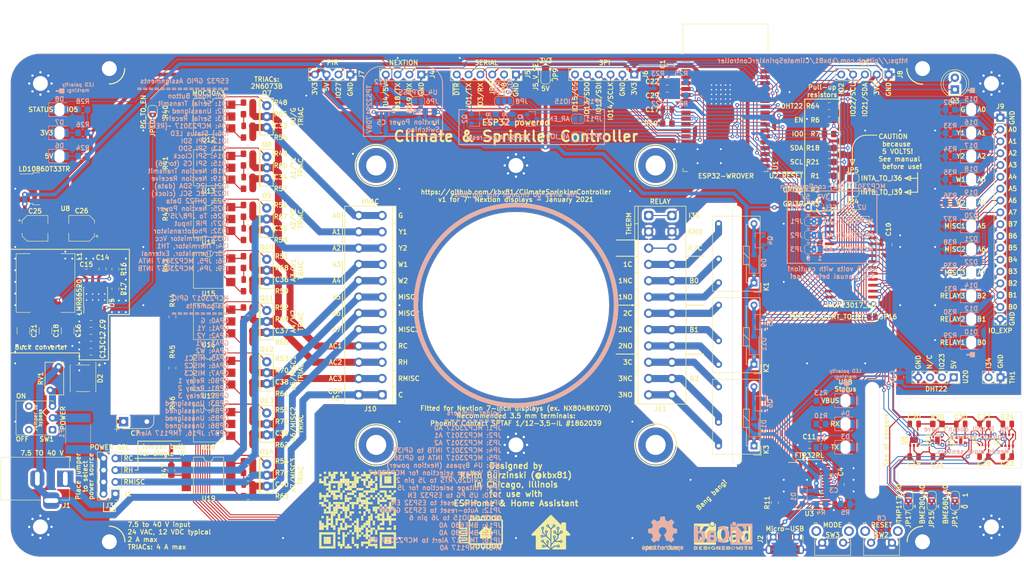
<source format=kicad_pcb>
(kicad_pcb (version 20221018) (generator pcbnew)
  (layers (0 "F.Cu" signal) (31 "B.Cu" signal) (34 "B.Paste" user) (35 "F.Paste" user) (36 "B.SilkS" user "B.Silkscreen") (37 "F.SilkS" user "F.Silkscreen") (38 "B.Mask" user) (39 "F.Mask" user) (44 "Edge.Cuts" user))
  (net 0 "")
  (net 1 "GND")
  (net 2 "+VDC")
  (net 3 "+5V")
  (net 4 "+3V3")
  (net 5 "/W1_TERM")
  (net 6 "/W2_TERM")
  (net 7 "/Y1_TERM")
  (net 8 "/Y2_TERM")
  (net 9 "/G_TERM")
  (net 10 "/MISC1_TERM")
  (net 11 "/MISC2_TERM")
  (net 12 "/MISC3_TERM")
  (net 13 "/C_TERM")
  (net 14 "/STATUS")
  (net 15 "Net-(D5-Pad2)")
  (net 16 "/MCP23017_GPA3")
  (net 17 "/MCP23017_GPA4")
  (net 18 "/MCP23017_GPA1")
  (net 19 "Net-(D14-Pad1)")
  (net 20 "/MCP23017_GPA2")
  (net 21 "Net-(D15-Pad1)")
  (net 22 "/MCP23017_GPA0")
  (net 23 "Net-(D16-Pad1)")
  (net 24 "/MCP23017_GPA5")
  (net 25 "Net-(D17-Pad1)")
  (net 26 "/MCP23017_GPA6")
  (net 27 "Net-(D18-Pad1)")
  (net 28 "/MCP23017_GPA7")
  (net 29 "/RH_TERM")
  (net 30 "/RC_TERM")
  (net 31 "/ESP_TXD")
  (net 32 "/ESP_RXD")
  (net 33 "/ESP_MISO")
  (net 34 "/I2C_SCL")
  (net 35 "/I2C_SDA")
  (net 36 "/PIR")
  (net 37 "/MCP23017_GPB7")
  (net 38 "/MCP23017_GPB6")
  (net 39 "/MCP23017_GPB5")
  (net 40 "/MCP23017_GPB4")
  (net 41 "/MCP23017_GPB3")
  (net 42 "/MCP23017_GPB2")
  (net 43 "/MCP23017_GPB1")
  (net 44 "/MCP23017_GPB0")
  (net 45 "/RMISC_TERM")
  (net 46 "/THERMISTOR_EXT")
  (net 47 "/THERMISTOR_VCC")
  (net 48 "/RELAY_3_NC_TERM")
  (net 49 "/RELAY_3_COM_TERM")
  (net 50 "/RELAY_3_NO_TERM")
  (net 51 "/RELAY_2_NC_TERM")
  (net 52 "/RELAY_2_COM_TERM")
  (net 53 "/RELAY_2_NO_TERM")
  (net 54 "/RELAY_1_NC_TERM")
  (net 55 "/RELAY_1_COM_TERM")
  (net 56 "/RELAY_1_NO_TERM")
  (net 57 "/MCP23017_A0")
  (net 58 "/MCP23017_A1")
  (net 59 "/MCP23017_A2")
  (net 60 "/MCP23017_INTB")
  (net 61 "/MCP23017_INTA")
  (net 62 "/PHOTO")
  (net 63 "Net-(Q7-Pad3)")
  (net 64 "Net-(Q8-Pad3)")
  (net 65 "Net-(Q9-Pad3)")
  (net 66 "Net-(Q10-Pad3)")
  (net 67 "Net-(Q11-Pad3)")
  (net 68 "Net-(Q12-Pad3)")
  (net 69 "/MODE")
  (net 70 "/MCP23017_~{RESET}")
  (net 71 "/THERMISTOR_INT")
  (net 72 "/DHT_DATA")
  (net 73 "/TMP117_ALERT")
  (net 74 "Net-(D7-Pad2)")
  (net 75 "Net-(J1-Pad1)")
  (net 76 "Net-(F1-Pad1)")
  (net 77 "/THERMISTOR_1V1")
  (net 78 "Net-(C33-Pad1)")
  (net 79 "/ESP_MOSI")
  (net 80 "/ESP_SCLK")
  (net 81 "/NEXTION_TXD")
  (net 82 "/NEXTION_RXD")
  (net 83 "/ESP_GPIO26")
  (net 84 "/ESP_GPIO25")
  (net 85 "/ESP_EN")
  (net 86 "Net-(Q1-Pad1)")
  (net 87 "Net-(Q2-Pad1)")
  (net 88 "Net-(Q13-Pad3)")
  (net 89 "Net-(Q14-Pad3)")
  (net 90 "Net-(R40-Pad1)")
  (net 91 "Net-(R48-Pad2)")
  (net 92 "Net-(C11-Pad1)")
  (net 93 "Net-(C34-Pad1)")
  (net 94 "Net-(C35-Pad1)")
  (net 95 "Net-(C36-Pad1)")
  (net 96 "Net-(D6-Pad2)")
  (net 97 "Net-(D19-Pad1)")
  (net 98 "Net-(D20-Pad1)")
  (net 99 "Net-(J5-Pad3)")
  (net 100 "Net-(J5-Pad2)")
  (net 101 "Net-(J6-Pad6)")
  (net 102 "Net-(J11-Pad3)")
  (net 103 "Net-(JP4-Pad1)")
  (net 104 "Net-(JP5-Pad1)")
  (net 105 "Net-(JP11-Pad1)")
  (net 106 "Net-(JP14-Pad2)")
  (net 107 "Net-(R41-Pad1)")
  (net 108 "Net-(R42-Pad1)")
  (net 109 "Net-(R49-Pad2)")
  (net 110 "Net-(R50-Pad2)")
  (net 111 "/USB_D+")
  (net 112 "/USB_D-")
  (net 113 "Net-(R43-Pad1)")
  (net 114 "Net-(R44-Pad1)")
  (net 115 "Net-(R51-Pad2)")
  (net 116 "Net-(R52-Pad2)")
  (net 117 "/~{DTR}")
  (net 118 "/~{RTS}")
  (net 119 "Net-(C37-Pad1)")
  (net 120 "Net-(F1-Pad2)")
  (net 121 "Net-(C6-Pad1)")
  (net 122 "Net-(C10-Pad1)")
  (net 123 "Net-(C14-Pad1)")
  (net 124 "Net-(C15-Pad2)")
  (net 125 "Net-(C15-Pad1)")
  (net 126 "Net-(C38-Pad1)")
  (net 127 "Net-(C39-Pad1)")
  (net 128 "/NEXTION_PWR")
  (net 129 "Net-(R9-Pad2)")
  (net 130 "Net-(R10-Pad2)")
  (net 131 "Net-(R45-Pad1)")
  (net 132 "Net-(R53-Pad2)")
  (net 133 "Net-(JP15-Pad2)")
  (net 134 "Net-(JP17-Pad2)")
  (net 135 "/ESP_GPIO2")
  (net 136 "/ESP_GPIO15")
  (net 137 "/USB_~{RESET}")
  (net 138 "Net-(D8-Pad2)")
  (net 139 "Net-(D21-Pad1)")
  (net 140 "/USB_VBUS")
  (net 141 "Net-(JP10-Pad2)")
  (net 142 "Net-(JP12-Pad1)")
  (net 143 "Net-(R46-Pad1)")
  (net 144 "Net-(R54-Pad2)")
  (net 145 "Net-(C20-Pad2)")
  (net 146 "Net-(C40-Pad1)")
  (net 147 "Net-(D2-Pad3)")
  (net 148 "Net-(D9-Pad2)")
  (net 149 "Net-(D10-Pad1)")
  (net 150 "Net-(D11-Pad2)")
  (net 151 "Net-(D12-Pad1)")
  (net 152 "Net-(D13-Pad2)")
  (net 153 "Net-(D22-Pad1)")
  (net 154 "Net-(R11-Pad2)")
  (net 155 "Net-(R12-Pad1)")
  (net 156 "Net-(R16-Pad2)")
  (net 157 "Net-(R47-Pad1)")
  (net 158 "Net-(R55-Pad2)")
  (net 159 "Net-(D3-Pad1)")
  (net 160 "Net-(D4-Pad1)")
  (footprint "MountingHole:MountingHole_3.2mm_M3_Pad_Via" (layer "F.Cu") (at 252.1 42.4)
    (fp_text reference "H2")
    (fp_text value "MountingHole_Pad")
  )
  (footprint "MountingHole:MountingHole_3.2mm_M3_Pad_Via" (layer "F.Cu") (at 47.9 137.6)
    (fp_text reference "H3")
    (fp_text value "MountingHole_Pad")
  )
  (footprint "Resistor_SMD:R_0805_2012Metric_Pad1.20x1.40mm_HandSolder" (layer "F.Cu") (at 217.25 56.25)
    (fp_text reference "R18")
    (fp_text value "3K3")
  )
  (footprint "Button_Switch_THT:SW_Tactile_SPST_Angled_PTS645Vx58-2LFS" (layer "F.Cu") (at 220.25 141 180)
    (fp_text reference "SW3")
    (fp_text value "MODE")
  )
  (footprint "Capacitor_SMD:C_0805_2012Metric" (layer "F.Cu") (at 183.25 38.25 -90)
    (fp_text reference "C1")
    (fp_text value "10 uF")
  )
  (footprint "Symbol:KiCad-Logo2_5mm_SilkScreen" (layer "F.Cu") (at 194.5 139.5)
    (fp_text reference "REF**" hide)
    (fp_text value "KiCad-Logo2_5mm_SilkScreen" hide)
  )
  (footprint "Connector_PinSocket_2.54mm:PinSocket_1x04_P2.54mm_Vertical" (layer "F.Cu") (at 114.44 40.47 -90)
    (fp_text reference "J7")
    (fp_text value "PIR")
  )
  (footprint "MountingHole:MountingHole_3.2mm_M3_Pad_Via" (layer "F.Cu") (at 150 120)
    (fp_text reference "H6")
    (fp_text value "MountingHole_Pad")
  )
  (footprint "MountingHole:MountingHole_3.2mm_M3_DIN965_Pad" (layer "F.Cu") (at 62.7 39.2)
    (fp_text reference "H7")
    (fp_text value "MountingHole_Pad")
  )
  (footprint "MountingHole:MountingHole_3.2mm_M3_DIN965_Pad" (layer "F.Cu") (at 237.3 39.2)
    (fp_text reference "H8")
    (fp_text value "MountingHole_Pad")
  )
  (footprint "MountingHole:MountingHole_3.2mm_M3_Pad_Via" (layer "F.Cu") (at 252.1 137.6)
    (fp_text reference "H4")
    (fp_text value "MountingHole_Pad")
  )
  (footprint "MountingHole:MountingHole_3.2mm_M3_Pad_Via" (layer "F.Cu") (at 47.9 42.4)
    (fp_text reference "H1")
    (fp_text value "MountingHole_Pad")
  )
  (footprint "Connector_PinSocket_2.54mm:PinSocket_1x02_P2.54mm_Vertical" (layer "F.Cu") (at 254.04 105.5 -90)
    (fp_text reference "TH1")
    (fp_text value "NXFT15XH103FA2B100")
  )
  (footprint "Connector_PinSocket_2.54mm:PinSocket_1x04_P2.54mm_Vertical" (layer "F.Cu") (at 244 105.5 -90)
    (fp_text reference "U20")
    (fp_text value "DHT22")
  )
  (footprint "Capacitor_SMD:CP_Elec_5x5.8" (layer "F.Cu") (at 56.75 73.5 180)
    (fp_text reference "C26")
    (fp_text value "10 uF")
  )
  (footprint "ClimateSprinklerController:ClimateSprinklerControllerQR" (layer "F.Cu") (at 116 134 180)
    (fp_text reference "QR*****")
    (fp_text value "ClimateSprinklerControllerQR")
  )
  (footprint "Package_DIP:SMDIP-6_W9.53mm" (layer "F.Cu") (at 84 93.5)
    (fp_text reference "U16")
    (fp_text value "MOC3043")
  )
  (footprint "Package_DIP:SMDIP-6_W9.53mm" (layer "F.Cu") (at 84 104.5)
    (fp_text reference "U17")
    (fp_text value "MOC3043")
  )
  (footprint "Package_DIP:SMDIP-6_W9.53mm" (layer "F.Cu") (at 84 115.5)
    (fp_text reference "U18")
    (fp_text value "MOC3043")
  )
  (footprint "Capacitor_SMD:C_0805_2012Metric" (layer "F.Cu") (at 92.5 95.5)
    (fp_text reference "C37")
    (fp_text value ".01 uF")
  )
  (footprint "Capacitor_SMD:C_0805_2012Metric" (layer "F.Cu") (at 92.5 117.5)
    (fp_text reference "C39")
    (fp_text value ".01 uF")
  )
  (footprint "Capacitor_SMD:C_0805_2012Metric" (layer "F.Cu") (at 92.5 106.5)
    (fp_text reference "C38")
    (fp_text value ".01 uF")
  )
  (footprint "ClimateSprinklerController:TO-225-3_Vertical" (layer "F.Cu") (at 96.5 93.5 90)
    (fp_text reference "Q11")
    (fp_text value "2N6073B")
  )
  (footprint "Resistor_SMD:R_0805_2012Metric_Pad1.20x1.40mm_HandSolder" (layer "F.Cu") (at 76.25 103.5 90)
    (fp_text reference "R45")
    (fp_text value "270")
  )
  (footprint "Resistor_SMD:R_0805_2012Metric_Pad1.20x1.40mm_HandSolder" (layer "F.Cu") (at 92.5 98)
    (fp_text reference "R60")
    (fp_text value "820")
  )
  (footprint "Resistor_SMD:R_0805_2012Metric_Pad1.20x1.40mm_HandSolder" (layer "F.Cu") (at 92.5 109)
    (fp_text reference "R61")
    (fp_text value "820")
  )
  (footprint "Resistor_SMD:R_0805_2012Metric_Pad1.20x1.40mm_HandSolder" (layer "F.Cu") (at 92.5 120)
    (fp_text reference "R62")
    (fp_text value "820")
  )
  (footprint "ClimateSprinklerController:TO-225-3_Vertical" (layer "F.Cu") (at 96.5 104.5 90)
    (fp_text reference "Q12")
    (fp_text value "2N6073B")
  )
  (footprint "ClimateSprinklerController:TO-225-3_Vertical" (layer "F.Cu") (at 96.5 115.5 90)
    (fp_text reference "Q13")
    (fp_text value "2N6073B")
  )
  (footprint "Resistor_SMD:R_0805_2012Metric_Pad1.20x1.40mm_HandSolder" (layer "F.Cu") (at 92.5 90.5 180)
    (fp_text reference "R52")
    (fp_text value "180")
  )
  (footprint "Resistor_SMD:R_0805_2012Metric_Pad1.20x1.40mm_HandSolder" (layer "F.Cu") (at 92.5 101.5 180)
    (fp_text reference "R53")
    (fp_text value "180")
  )
  (footprint "Resistor_SMD:R_0805_2012Metric_Pad1.20x1.40mm_HandSolder" (layer "F.Cu") (at 92.5 112.5 180)
    (fp_text reference "R54")
    (fp_text value "180")
  )
  (footprint "Resistor_SMD:R_0805_2012Metric_Pad1.20x1.40mm_HandSolder" (layer "F.Cu") (at 92.5 93 180)
    (fp_text reference "R69")
    (fp_text value "39")
  )
  (footprint "Resistor_SMD:R_0805_2012Metric_Pad1.20x1.40mm_HandSolder" (layer "F.Cu") (at 92.5 104 180)
    (fp_text reference "R70")
    (fp_text value "39")
  )
  (footprint "Resistor_SMD:R_0805_2012Metric_Pad1.20x1.40mm_HandSolder" (layer "F.Cu") (at 92.5 115 180)
    (fp_text reference "R71")
    (fp_text value "39")
  )
  (footprint "Package_DIP:SMDIP-6_W9.53mm" (layer "F.Cu") (at 84 126.5)
    (fp_text reference "U19")
    (fp_text value "MOC3043")
  )
  (footprint "Capacitor_SMD:C_0805_2012Metric" (layer "F.Cu") (at 92.5 128.5)
    (fp_text reference "C40")
    (fp_text value ".01 uF")
  )
  (footprint "Resistor_SMD:R_0805_2012Metric_Pad1.20x1.40mm_HandSolder" (layer "F.Cu") (at 92.5 131)
    (fp_text reference "R63")
    (fp_text value "820")
  )
  (footprint "ClimateSprinklerController:TO-225-3_Vertical" (layer "F.Cu") (at 96.5 126.5 90)
    (fp_text reference "Q14")
    (fp_text value "2N6073B")
  )
  (footprint "Resistor_SMD:R_0805_2012Metric_Pad1.20x1.40mm_HandSolder" (layer "F.Cu") (at 92.5 123.5 180)
    (fp_text reference "R55")
    (fp_text value "180")
  )
  (footprint "Resistor_SMD:R_0805_2012Metric_Pad1.20x1.40mm_HandSolder" (layer "F.Cu") (at 92.5 126 180)
    (fp_text reference "R72")
    (fp_text value "39")
  )
  (footprint "Package_DIP:SMDIP-6_W9.53mm" (layer "F.Cu") (at 84 82.5)
    (fp_text reference "U15")
    (fp_text value "MOC3043")
  )
  (footprint "Package_DIP:SMDIP-6_W9.53mm" (layer "F.Cu") (at 84 60.5)
    (fp_text reference "U13")
    (fp_text value "MOC3043")
  )
  (footprint "Package_DIP:SMDIP-6_W9.53mm" (layer "F.Cu") (at 84 71.5)
    (fp_text reference "U14")
    (fp_text value "MOC3043")
  )
  (footprint "Package_DIP:SMDIP-6_W9.53mm" (layer "F.Cu") (at 84 49.5)
    (fp_text reference "U12")
    (fp_text value "MOC3043")
  )
  (footprint "Capacitor_SMD:C_0805_2012Metric" (layer "F.Cu") (at 92.5 62.5)
    (fp_text reference "C34")
    (fp_text value ".01 uF")
  )
  (footprint "Capacitor_SMD:C_0805_2012Metric" (layer "F.Cu") (at 92.5 73.5)
    (fp_text reference "C35")
    (fp_text value ".01 uF")
  )
  (footprint "Capacitor_SMD:C_0805_2012Metric" (layer "F.Cu") (at 92.5 84.5)
    (fp_text reference "C36")
    (fp_text value ".01 uF")
  )
  (footprint "Capacitor_SMD:C_0805_2012Metric" (layer "F.Cu") (at 92.5 51.5)
    (fp_text reference "C33")
    (fp_text value ".01 uF")
  )
  (footprint "ClimateSprinklerController:TO-225-3_Vertical" (layer "F.Cu") (at 96.5 71.5 90)
    (fp_text reference "Q9")
    (fp_text value "2N6073B")
  )
  (footprint "Resistor_SMD:R_0805_2012Metric_Pad1.20x1.40mm_HandSolder" (layer "F.Cu") (at 76.25 48.5 90)
    (fp_text reference "R40")
    (fp_text value "270")
  )
  (footprint "Resistor_SMD:R_0805_2012Metric_Pad1.20x1.40mm_HandSolder" (layer "F.Cu") (at 76.25 59.5 90)
    (fp_text reference "R41")
    (fp_text value "270")
  )
  (footprint "Resistor_SMD:R_0805_2012Metric_Pad1.20x1.40mm_HandSolder" (layer "F.Cu") (at 76.25 70.5 90)
    (fp_text reference "R42")
    (fp_text value "270")
  )
  (footprint "Resistor_SMD:R_0805_2012Metric_Pad1.20x1.40mm_HandSolder" (layer "F.Cu") (at 76.25 81.5 90)
    (fp_text reference "R43")
    (fp_text value "270")
  )
  (footprint "Resistor_SMD:R_0805_2012Metric_Pad1.20x1.40mm_HandSolder" (layer "F.Cu") (at 92.5 57.5 180)
    (fp_text reference "R49")
    (fp_text value "180")
  )
  (footprint "Resistor_SMD:R_0805_2012Metric_Pad1.20x1.40mm_HandSolder" (layer "F.Cu") (at 92.5 65)
    (fp_text reference "R57")
    (fp_text value "820")
  )
  (footprint "Resistor_SMD:R_0805_2012Metric_Pad1.20x1.40mm_HandSolder" (layer "F.Cu") (at 92.5 76)
    (fp_text reference "R58")
    (fp_text value "820")
  )
  (footprint "Resistor_SMD:R_0805_2012Metric_Pad1.20x1.40mm_HandSolder" (layer "F.Cu") (at 92.5 87)
    (fp_text reference "R59")
    (fp_text value "820")
  )
  (footprint "Resistor_SMD:R_0805_2012Metric_Pad1.20x1.40mm_HandSolder" (layer "F.Cu") (at 92.5 60 180)
    (fp_text reference "R66")
    (fp_text value "39")
  )
  (footprint "Resistor_SMD:R_0805_2012Metric_Pad1.20x1.40mm_HandSolder" (layer "F.Cu") (at 92.5 71 180)
    (fp_text reference "R67")
    (fp_text value "39")
  )
  (footprint "Resistor_SMD:R_0805_2012Metric_Pad1.20x1.40mm_HandSolder" (layer "F.Cu") (at 92.5 82 180)
    (fp_text reference "R68")
    (fp_text value "39")
  )
  (footprint "Resistor_SMD:R_0805_2012Metric_Pad1.20x1.40mm_HandSolder" (layer "F.Cu") (at 92.5 54)
    (fp_text reference "R56")
    (fp_text value "820")
  )
  (footprint "Resistor_SMD:R_0805_2012Metric_Pad1.20x1.40mm_HandSolder" (layer "F.Cu") (at 92.5 79.5 180)
    (fp_text reference "R51")
    (fp_text value "180")
  )
  (footprint "Resistor_SMD:R_0805_2012Metric_Pad1.20x1.40mm_HandSolder" (layer "F.Cu") (at 92.5 49 180)
    (fp_text reference "R65")
    (fp_text value "39")
  )
  (footprint "Resistor_SMD:R_0805_2012Metric_Pad1.20x1.40mm_HandSolder" (layer "F.Cu") (at 92.5 46.5 180)
    (fp_text reference "R48")
    (fp_text value "180")
  )
  (footprint "ClimateSprinklerController:TO-225-3_Vertical" (layer "F.Cu") (at 96.5 60.5 90)
    (fp_text reference "Q8")
    (fp_text value "2N6073B")
  )
  (footprint "Resistor_SMD:R_0805_2012Metric_Pad1.20x1.40mm_HandSolder" (layer "F.Cu") (at 76.25 92.5 90)
    (fp_text reference "R44")
    (fp_text value "270")
  )
  (footprint "ClimateSprinklerController:TO-225-3_Vertical" (layer "F.Cu") (at 96.5 82.5 90)
    (fp_text reference "Q10")
    (fp_text value "2N6073B")
  )
  (footprint "Relay_THT:Relay_SPDT_Omron_G6E" (layer "F.Cu") (at 201.12 85.2 180)
    (fp_text reference "K1")
    (fp_text value "G6E-134P-US DC5")
  )
  (footprint "ClimateSprinklerController:PhoenixContact_SPTAF_1_12-3.5-IL_1x12_P3.50mm_Vertical" (layer "F.Cu") (at 181 90 -90)
    (fp_text reference "J11")
    (fp_text value "RELAY")
  )
  (footprint "Relay_THT:Relay_SPDT_Omron_G6E" (layer "F.Cu") (at 201.12 102.7 180)
    (fp_text reference "K2")
    (fp_text value "G6E-134P-US DC5")
  )
  (footprint "Capacitor_SMD:C_0805_2012Metric" (layer "F.Cu") (at 230 77 90)
    (fp_text reference "C10")
    (fp_text value "100 nF")
  )
  (footprint "Jumper:SolderJumper-2_P1.3mm_Open_RoundedPad1.0x1.5mm" (layer "F.Cu") (at 222.25 65.75 180)
    (fp_text reference "JP4")
    (fp_text value "INTB_TO_I39")
  )
  (footprint "Capacitor_SMD:C_0805_2012Metric" (layer "F.Cu") (at 250.5 115.5)
    (fp_text reference "C27")
    (fp_text value "100 nF")
  )
  (footprint "Capacitor_SMD:C_0805_2012Metric" (layer "F.Cu") (at 250.5 122.5)
    (fp_text reference "C28")
    (fp_text value "100 nF")
  )
  (footprint "Capacitor_SMD:C_0805_2012Metric" (layer "F.Cu") (at 245.5 115.5)
    (fp_text reference "C30")
    (fp_text value "100 nF")
  )
  (footprint "Capacitor_SMD:C_0805_2012Metric" (layer "F.Cu") (at 255.5 122.5)
    (fp_text reference "C23")
    (fp_text value "100 nF")
  )
  (footprint "Capacitor_SMD:C_0805_2012Metric" (layer "F.Cu") (at 255.5 115.5)
    (fp_text reference "C24")
    (fp_text value "100 nF")
  )
  (footprint "Capacitor_SMD:C_0805_2012Metric" (layer "F.Cu") (at 235.5 122.5)
    (fp_text reference "C19")
    (fp_text value "1 uF")
  )
  (footprint "Capacitor_SMD:C_0805_2012Metric" (layer "F.Cu") (at 235.5 115.5)
    (fp_text reference "C20")
    (fp_text value "1 uF")
  )
  (footprint "Resistor_SMD:R_0805_2012Metric_Pad1.20x1.40mm_HandSolder" (layer "F.Cu") (at 240.5 115.5 180)
    (fp_text reference "R20")
    (fp_text value "4.7")
  )
  (footprint "Package_SON:WSON-6-1EP_2x2mm_P0.65mm_EP1x1.6mm" (layer "F.Cu") (at 240.5 119 180)
    (fp_text reference "U11")
    (fp_text value "TMP117")
  )
  (footprint "Package_DFN_QFN:AMS_QFN-4-1EP_2x2mm_P0.95mm_EP0.7x1.6mm" (layer "F.Cu") (at 245.5 119)
    (fp_text reference "U10")
    (fp_text value "SHTC3")
  )
  (footprint "Package_LGA:Bosch_LGA-8_2.5x2.5mm_P0.65mm_ClockwisePinNumbering" (layer "F.Cu") (at 250.5 119 180)
    (fp_text reference "U9")
    (fp_text value "BME280")
  )
  (footprint "Resistor_SMD:R_0805_2012Metric_Pad1.20x1.40mm_HandSolder" (layer "F.Cu") (at 92.5 68.5 180)
    (fp_text reference "R50")
    (fp_text value "180")
  )
  (footprint "Connector_PinSocket_2.54mm:PinSocket_1x04_P2.54mm_Vertical" (layer "F.Cu") (at 129.68 40.47 -90)
    (fp_text reference "J4")
    (fp_text value "NEXTION")
  )
  (footprint "Button_Switch_THT:SW_Tactile_SPST_Angled_PTS645Vx58-2LFS" (layer "F.Cu") (at 230.75 141 180)
    (fp_text reference "SW2")
    (fp_text value "RESET")
  )
  (footprint "Connector_PinSocket_2.54mm:PinSocket_1x18_P2.54mm_Vertical" (layer "F.Cu") (at 254 49.75)
    (fp_text reference "J9")
    (fp_text value "IO_EXP")
  )
  (footprint "Capacitor_SMD:C_0805_2012Metric" (layer "F.Cu") (at 240.5 122.5)
    (fp_text reference "C31")
    (fp_text value "100 nF")
  )
  (footprint "ClimateSprinklerController:DFN-6-1EP_2.44x2.44mm_P0.8mm_EP1.25x1.7mm" (layer "F.Cu") (at 235.459 118.953 -90)
    (fp_text reference "U6")
    (fp_text value "SGP40-Sensor_Air_Quality")
  )
  (footprint "Connector_PinHeader_2.54mm:PinHeader_2x04_P2.54mm_Vertical" (layer "F.Cu") (at 64 130.5 180)
    (fp_text reference "J3")
    (fp_text value "POWER SEL")
  )
  (footprint "Jumper:SolderJumper-2_P1.3mm_Open_RoundedPad1.0x1.5mm" (layer "F.Cu") (at 226.5 92.5 180)
    (fp_text reference "JP16")
    (fp_text value "TMP117_ALERT_TO_B7")
  )
  (footprint "Relay_THT:Relay_SPDT_Omron_G6E" (layer "F.Cu") (at 201.12 120.2 180)
    (fp_text reference "K3")
    (fp_text value "G6E-134P-US DC5")
  )
  (footprint "LED_THT:LED_D5.0mm_Clear" (layer "F.Cu") (at 244.25 43.7 90)
    (fp_text reference "Q3")
    (fp_text value "TEPT5700")
  )
  (footprint "Resistor_SMD:R_0805_2012Metric_Pad1.20x1.40mm_HandSolder" (layer "F.Cu") (at 217.25 68.25)
    (fp_text reference "R3")
    (fp_text value "10K")
  )
  (footprint "Package_SO:SOIC-28W_7.5x17.9mm_P1.27mm" (layer "F.Cu") (at 222 80 180)
    (fp_text reference "U2")
    (fp_text value "MCP23017_SO")
  )
  (footprint "Jumper:SolderJumper-2_P1.3mm_Open_RoundedPad1.0x1.5mm" (layer "F.Cu") (at 222.25 62.75 180)
    (fp_text reference "JP5")
    (fp_text value "INTA_TO_I36")
  )
  (footprint "Resistor_SMD:R_0805_2012Metric_Pad1.20x1.40mm_HandSolder" (layer "F.Cu") (at 217.25 53.25 180)
    (fp_text reference "R7")
    (fp_text value "10K")
  )
  (footprint "ClimateSprinklerController:PhoenixContact_SPTAF_1_12-3.5-IL_1x12_P3.50mm_Vertical" (layer "F.Cu") (at 118.75 90 90)
    (fp_text reference "J10")
    (fp_text value "HVAC")
  )
  (footprint "Jumper:SolderJumper-3_P1.3mm_Bridged12_RoundedPad1.0x1.5mm" (layer "F.Cu") (at 239.25 132 90)
    (fp_text reference "JP15")
    (fp_text value "BME280_A0")
  )
  (footprint "Jumper:SolderJumper-3_P1.3mm_Bridged12_RoundedPad1.0x1.5mm" (layer "F.Cu") (at 234.25 132 90)
    (fp_text reference "JP17")
    (fp_text value "TMP117_A0")
  )
  (footprint "Jumper:SolderJumper-3_P1.3mm_Bridged12_RoundedPad1.0x1.5mm" (layer "F.Cu") (at 244.25 132 90)
    (fp_text reference "JP14")
    (fp_text value "BME680_A0")
  )
  (footprint "Connector_USB:USB_Micro-B_Molex-105017-0001" (layer "F.Cu") (at 207.75 141.25)
    (fp_text reference "J2")
    (fp_text value "USB_B_Micro")
  )
  (footprint "Package_SO:SSOP-28_5.3x10.2mm_P0.65mm" (layer "F.Cu") (at 213 128.5)
    (fp_text reference "U3")
    (fp_text value "FT232RL")
  )
  (footprint "Capacitor_SMD:C_0805_2012Metric" (layer "F.Cu") (at 213.05 120)
    (fp_text reference "C11")
    (fp_text value "100 nF")
  )
  (footprint "Resistor_SMD:R_0805_2012Metric_Pad1.20x1.40mm_HandSolder" (layer "F.Cu") (at 205.6 132.4 90)
    (fp_text reference "R11")
    (fp_text value "10K")
  )
  (footprint "Capacitor_SMD:C_0805_2012Metric" (layer "F.Cu") (at 219.75 128.5 90)
    (fp_text reference "C4")
    (fp_text value "100 nF")
  )
  (footprint "Jumper:SolderJumper-3_P1.3mm_Open_RoundedPad1.0x1.5mm" (layer "F.Cu") (at 156.35 40.47 90)
    (fp_text reference "JP9")
    (fp_text value "J5_V_SEL")
  )
  (footprint "Symbol:OSHW-Logo2_9.8x8mm_SilkScreen" (layer "F.Cu") (at 181.5 139.1)
    (fp_text reference "REF**" hide)
    (fp_text value "OSHW-Logo2_9.8x8mm_SilkScreen" hide)
  )
  (footprint "ClimateSprinklerController:TO-225-3_Vertical" (layer "F.Cu") (at 96.5 49.5 90)
    (fp_text reference "Q7")
    (fp_text value "2N6073B")
  )
  (footprint "Connector_PinSocket_2.54mm:PinSocket_1x06_P2.54mm_Vertical" (layer "F.Cu") (at 150 40.47 -90)
    (fp_text reference "J5")
    (fp_text value "SERIAL")
  )
  (footprint "Connector_PinSocket_2.54mm:PinSocket_1x05_P2.54mm_Vertical" (layer "F.Cu") (at 230.01 40.47 -90)
    (fp_text reference "J8")
    (fp_text value "I2C")
  )
  (footprint "Package_LGA:Bosch_LGA-8_3x3mm_P0.8mm_ClockwisePinNumbering" (layer "F.Cu") (at 255.5 119 180)
    (fp_text reference "U7")
    (fp_text value "BME680")
  )
  (footprint "ClimateSprinklerController:ESPHome_slik_logo" (layer "F.Cu") (at 142.5 138.75)
    (fp_text reference "G***" hide)
    (fp_text value "LOGO" hide)
  )
  (footprint "ClimateSprinklerController:HomeAssistant_slik_logo" (layer "F.Cu") (at 157.5 138.75)
    (fp_text reference "G***" hide)
    (fp_text value "LOGO" hide)
  )
  (footprint "Capacitor_SMD:C_0805_2012Metric" (layer "F.Cu") (at 182.5 45 180)
    (fp_text reference "C29")
    (fp_text value "100 nF")
  )
  (footprint "Capacitor_SMD:C_0805_2012Metric" (layer "F.Cu") (at 182.5 42 180)
    (fp_text reference "C22")
    (fp_text value "100 nF")
  )
  (footprint "ClimateSprinklerController:CP_Radial_Cutout_L20.0mm_D10.0mm_P5.00mm" (layer "F.Cu") (at 65.75 115)
    (fp_text reference "C7")
    (fp_text value "470 uF")
  )
  (footprint "MountingHole:MountingHole_3.2mm_M3_DIN965_Pad" (layer "F.Cu") (at 62.7 140.8)
    (fp_text reference "H9")
    (fp_text value "MountingHole_Pad")
  )
  (footprint "MountingHole:MountingHole_3.2mm_M3_DIN965_Pad" (layer "F.Cu") (at 237.3 140.8)
    (fp_text reference "H10")
    (fp_text value "MountingHole_Pad")
  )
  (footprint "MountingHole:MountingHole_4.3mm_M4_DIN965_Pad" (layer "F.Cu") (at 120 60)
    (fp_text reference "H11")
    (fp_text value "MountingHole")
  )
  (footprint "MountingHole:MountingHole_4.3mm_M4_DIN965_Pad" (layer "F.Cu") (at 120 120)
    (fp_text reference "H13")
    (fp_text value "MountingHole")
  )
  (footprint "MountingHole:MountingHole_4.3mm_M4_DIN965_Pad" (layer "F.Cu") (at 180 120)
    (fp_text reference "H14")
    (fp_text value "MountingHole")
  )
  (footprint "MountingHole:MountingHole_3.2mm_M3_Pad_Via" (layer "F.Cu") (at 150 60)
    (fp_text reference "H5")
    (fp_text value "MountingHole_Pad")
  )
  (footprint "MountingHole:MountingHole_4.3mm_M4_DIN965_Pad" (layer "F.Cu") (at 180 60)
    (fp_text reference "H12")
    (fp_text value "MountingHole")
  )
  (footprint "Capacitor_SMD:C_0805_2012Metric" (layer "F.Cu") (at 182.5 48 180)
    (fp_text reference "C17")
    (fp_text value "100 nF")
  )
  (footprint "Button_Switch_THT:SW_Push_1P2T_Vertical_E-Switch_800UDP8P1A1M6" (layer "F.Cu") (at 50.5 116.75 180)
    (fp_text reference "SW1")
    (fp_text value "POWER")
  )
  (footprint "Resistor_SMD:R_0805_2012Metric_Pad1.20x1.40mm_HandSolder" (layer "F.Cu") (at 76.25 114.5 90)
    (fp_text reference "R46")
    (fp_text value "270")
  )
  (footprint "ClimateSprinklerController:ESP32-WROVER" (layer "F.Cu") (at 195 45.5)
    (fp_text reference "U1")
    (fp_text value "ESP32-WROVER")
  )
  (footprint "Resistor_SMD:R_0805_2012Metric_Pad1.20x1.40mm_HandSolder" (layer "F.Cu") (at 182.5 51)
    (fp_text reference "R19")
    (fp_text value "100K")
  )
  (footprint "Resistor_SMD:R_0805_2012Metric_Pad1.20x1.40mm_HandSolder" (layer "F.Cu") (at 217.25 50.25 180)
    (fp_text reference "R6")
    (fp_text value "10K")
  )
  (footprint "Resistor_SMD:R_0805_2012Metric_Pad1.20x1.40mm_HandSolder" (layer "F.Cu") (at 217.25 59.25)
    (fp_text reference "R21")
    (fp_text value "3K3")
  )
  (footprint "Resistor_SMD:R_0805_2012Metric_Pad1.20x1.40mm_HandSolder" (layer "F.Cu") (at 217.25 65.25)
    (fp_text reference "R2")
    (fp_text value "10K")
  )
  (footprint "Resistor_SMD:R_0805_2012Metric_Pad1.20x1.40mm_HandSolder" (layer "F.Cu") (at 217.25 62.25)
    (fp_text reference "R1")
    (fp_text value "10K")
  )
  (footprint "Resistor_SMD:R_0805_2012Metric_Pad1.20x1.40mm_HandSolder" (layer "F.Cu") (at 217.25 47.25 180)
    (fp_text reference "R64")
    (fp_text value "10K")
  )
  (footprint "Resistor_SMD:R_0805_2012Metric_Pad1.20x1.40mm_HandSolder" (layer "F.Cu") (at 64 86.5 -90)
    (fp_text reference "R17")
    (fp_text value "24.9K")
  )
  (footprint "Resistor_SMD:R_0805_2012Metric_Pad1.20x1.40mm_HandSolder" (layer "F.Cu") (at 64 82.25 -90)
    (fp_text reference "R16")
    (fp_text value "100K")
  )
  (footprint "Package_SO:Texas_HSOP-8-1EP_3.9x4.9mm_P1.27mm_ThermalVias" (layer "F.Cu") (at 59.75 88.25 90)
    (fp_text reference "U5")
    (fp_text value "LMR36520")
  )
  (footprint "Capacitor_SMD:C_0805_2012Metric" (layer "F.Cu") (at 58.75 100 180)
    (fp_text reference "C13")
    (fp_text value "220 nF")
  )
  (footprint "Capacitor_SMD:C_0805_2012Metric" (layer "F.Cu") (at 61.25 82.25 90)
    (fp_text reference "C14")
    (fp_text value "1 uF")
  )
  (footprint "Capacitor_SMD:C_0805_2012Metric" (layer "F.Cu") (at 57.75 83 180)
    (fp_text reference "C15")
    (fp_text value "100 nF")
  )
  (footprint "Capacitor_SMD:C_1210_3225Metric" (layer "F.Cu") (at 53.75 95.5 -90)
    (fp_text reference "C16")
    (fp_text value "47 uF")
  )
  (footprint "Inductor_SMD:L_Wuerth_WE-PD-Typ-LS" (layer "F.Cu") (at 49 85.25 -90)
    (fp_text reference "L1")
    (fp_text value "15 uH")
  )
  (footprint "Capacitor_SMD:C_0805_2012Metric" (layer "F.Cu") (at 58.75 94 180)
    (fp_text reference "C9")
    (fp_text value "4.7 uF")
  )
  (footprint "Capacitor_SMD:C_1210_3225Metric" (layer "F.Cu") (at 44.25 95.5 -90)
    (fp_text reference "C21")
    (fp_text value "47 uF")
  )
  (footprint "Capacitor_SMD:C_1210_3225Metric" (layer "F.Cu") (at 49 95.5 -90)
    (fp_text reference "C18")
    (fp_text value "47 uF")
  )
  (footprint "Diode_SMD:Diode_Bridge_Bourns_CD-MBL2xxS" (layer "F.Cu") (at 57 105.75 -90)
    (fp_text reference "D2")
    (fp_text value "CD-MBL206SL")
  )
  (footprint "ClimateSprinklerController:RV_Disc_D7mm_W4mm_P5mm" (layer "F.Cu") (at 50 108.25 90)
    (fp_text reference "RV1")
    (fp_text value "B72205S0400K101")
  )
  (footprint "Capacitor_SMD:C_0805_2012Metric" (layer "F.Cu") (at 58.75 97 180)
    (fp_text reference "C12")
    (fp_text value "4.7 uF")
  )
  (footprint "Capacitor_SMD:CP_Elec_5x5.8" (layer "F.Cu") (at 46.75 73.5)
    (fp_text reference "C25")
    (fp_text value "10 uF")
  )
  (footprint "Package_TO_SOT_SMD:TO-252-2" (layer "F.Cu") (at 48.75 65)
    (fp_text reference "U8")
    (fp_text value "LD1086DT33TR")
  )
  (footprint "Jumper:SolderJumper-2_P1.3mm_Open_RoundedPad1.0x1.5mm" (layer "F.Cu") (at 72 48.5 -90)
    (fp_text reference "JP10")
    (fp_text value "PG_TO_EN")
  )
  (footprint "Connector_PinSocket_2.54mm:PinSocket_1x06_P2.54mm_Vertical" (layer "F.Cu") (at 175.4 40.47 -90)
    (fp_text reference "J6")
    (fp_text value "SPI")
  )
  (footprint "Connector_BarrelJack:BarrelJack_Horizontal" (layer "F.Cu") (at 53.25 127.25)
    (fp_text reference "J1")
    (fp_text value "7.5 TO 40 V")
  )
  (footprint "Resistor_SMD:R_0805_2012Metric_Pad1.20x1.40mm_HandSolder" (layer "F.Cu") (at 76 125.5 90)
    (fp_text reference "R47")
    (fp_text value "270")
  )
  (footprint "Resistor_SMD:R_0805_2012Metric_Pad1.20x1.40mm_HandSolder" (layer "B.Cu") (at 243.25 88)
    (fp_text reference "R31")
    (fp_text value "1K2")
  )
  (footprint "Resistor_SMD:R_0805_2012Metric_Pad1.20x1.40mm_HandSolder" (layer "B.Cu") (at 243.25 93)
    (fp_text reference "R30")
    (fp_text value "1K2")
  )
  (footprint "LED_SMD:LED_1206_3216Metric_ReverseMount_Hole1.8x2.4mm" (layer "B.Cu") (at 247.75 53)
    (fp_text reference "D16")
    (fp_text value "Y1")
  )
  (footprint "LED_SMD:LED_1206_3216Metric_ReverseMount_Hole1.8x2.4mm" (layer "B.Cu") (at 247.75 58)
    (fp_text reference "D17")
    (fp_text value "Y2")
  )
  (footprint "LED_SMD:LED_1206_3216Metric_ReverseMount_Hole1.8x2.4mm" (layer "B.Cu") (at 247.75 78)
    (fp_text reference "D21")
    (fp_text value "MISC2")
  )
  (footprint "LED_SMD:LED_1206_3216Metric_ReverseMount_Hole1.8x2.4mm" (layer "B.Cu") (at 247.75 93)
    (fp_text reference "D12")
    (fp_text value "RELAY2")
  )
  (footprint "LED_SMD:LED_1206_3216Metric_ReverseMount_Hole1.8x2.4mm" (layer "B.Cu") (at 247.75 73)
    (fp_text reference "D20")
    (fp_text value "MISC1")
  )
  (footprint "LED_SMD:LED_1206_3216Metric_ReverseMount_Hole1.8x2.4mm" (layer "B.Cu") (at 247.75 48)
    (fp_text reference "D15")
    (fp_text value "G")
  )
  (footprint "LED_SMD:LED_1206_3216Metric_ReverseMount_Hole1.8x2.4mm" (layer "B.Cu") (at 247.75 63)
    (fp_text reference "D18")
    (fp_text value "W1")
  )
  (footprint "LED_SMD:LED_1206_3216Metric_ReverseMount_Hole1.8x2.4mm" (layer "B.Cu") (at 247.75 68)
    (fp_text reference "D19")
    (fp_text value "W2")
  )
  (footprint "Capacitor_SMD:C_0805_2012Metric" (layer "B.Cu") (at 228.5 137.5)
    (fp_text reference "C8")
    (fp_text value "100 nF")
  )
  (footprint "Resistor_SMD:R_0805_2012Metric_Pad1.20x1.40mm_HandSolder" (layer "B.Cu") (at 180.5 45 180)
    (fp_text reference "R22")
    (fp_text value "10K")
  )
  (footprint "Symbol:OSHW-Logo2_9.8x8mm_SilkScreen" (layer "B.Cu") (at 181.5 139.1 180)
    (fp_text reference "REF**" hide)
    (fp_text value "OSHW-Logo2_9.8x8mm_SilkScreen" hide)
  )
  (footprint "Resistor_SMD:R_0805_2012Metric_Pad1.20x1.40mm_HandSolder" (layer "B.Cu") (at 243.25 98)
    (fp_text reference "R29")
    (fp_text value "1K2")
  )
  (footprint "Resistor_SMD:R_0805_2012Metric_Pad1.20x1.40mm_HandSolder" (layer "B.Cu") (at 185.5 42 180)
    (fp_text reference "R25")
    (fp_text value "10K")
  )
  (footprint "Resistor_SMD:R_0805_2012Metric_Pad1.20x1.40mm_HandSolder" (layer "B.Cu") (at 243.25 53 180)
    (fp_text reference "R33")
    (fp_text value "1K2")
  )
  (footprint "Resistor_SMD:R_0805_2012Metric_Pad1.20x1.40mm_HandSolder" (layer "B.Cu") (at 243.25 58 180)
    (fp_text reference "R34")
    (fp_text value "1K2")
  )
  (footprint "Resistor_SMD:R_0805_2012Metric_Pad1.20x1.40mm_HandSolder" (layer "B.Cu") (at 243.25 63 180)
    (fp_text reference "R35")
    (fp_text value "2K7")
  )
  (footprint "Resistor_SMD:R_0805_2012Metric_Pad1.20x1.40mm_HandSolder" (layer "B.Cu") (at 243.25 68 180)
    (fp_text reference "R36")
    (fp_text value "2K7")
  )
  (footprint "Resistor_SMD:R_0805_2012Metric_Pad1.20x1.40mm_HandSolder" (layer "B.Cu") (at 243.25 73 180)
    (fp_text reference "R37")
    (fp_text value "1K2")
  )
  (footprint "Resistor_SMD:R_0805_2012Metric_Pad1.20x1.40mm_HandSolder" (layer "B.Cu") (at 243.25 78 180)
    (fp_text reference "R38")
    (fp_text value "1K2")
  )
  (footprint "Resistor_SMD:R_0805_2012Metric_Pad1.20x1.40mm_HandSolder" (layer "B.Cu") (at 243.25 48 180)
    (fp_text reference "R32")
    (fp_text value "10K")
  )
  (footprint "LED_SMD:LED_1206_3216Metric_ReverseMount_Hole1.8x2.4mm" (layer "B.Cu") (at 247.75 88)
    (fp_text reference "D14")
    (fp_text value "RELAY3")
  )
  (footprint "LED_SMD:LED_1206_3216Metric_ReverseMount_Hole1.8x2.4mm" (layer "B.Cu") (at 247.75 98)
    (fp_text reference "D10")
    (fp_text value "RELAY1")
  )
  (footprint "LED_SMD:LED_1206_3216Metric_ReverseMount_Hole1.8x2.4mm" (layer "B.Cu") (at 247.75 83)
    (fp_text reference "D22")
    (fp_text value "MISC3")
  )
  (footprint "Resistor_SMD:R_0805_2012Metric_Pad1.20x1.40mm_HandSolder" (layer "B.Cu") (at 243.25 83 180)
    (fp_text reference "R39")
    (fp_text value "1K2")
  )
  (footprint "Package_TO_SOT_SMD:SOT-23" (layer "B.Cu") (at 202.12 93.6 180)
    (fp_text reference "Q5")
    (fp_text value "2N7002")
  )
  (footprint "Package_TO_SOT_SMD:SOT-23" (layer "B.Cu") (at 202.12 76.1 180)
    (fp_text reference "Q4")
    (fp_text value "2N7002")
  )
  (footprint "Jumper:SolderJumper-3_P1.3mm_Bridged12_RoundedPad1.0x1.5mm" (layer "B.Cu") (at 214 75)
    (fp_text reference "JP2")
    (fp_text value "MCP23017_A1")
  )
  (footprint "LED_SMD:LED_1206_3216Metric_ReverseMount_Hole1.8x2.4mm" (layer "B.Cu") (at 52 53)
    (fp_text reference "D7")
    (fp_text value "3V3")
  )
  (footprint "Resistor_SMD:R_0805_2012Metric_Pad1.20x1.40mm_HandSolder" (layer "B.Cu") (at 57 58)
    (fp_text reference "R24")
    (fp_text value "8K2")
  )
  (footprint "Resistor_SMD:R_0805_2012Metric_Pad1.20x1.40mm_HandSolder" (layer "B.Cu") (at 57 48 180)
    (fp_text reference "R28")
    (fp_text value "120")
  )
  (footprint "Diode_SMD:D_SOD-123" (layer "B.Cu") (at 201.12 80.9 90)
    (fp_text reference "D9")
    (fp_text value "1N4148")
  )
  (footprint "Resistor_SMD:R_0805_2012Metric_Pad1.20x1.40mm_HandSolder" (layer "B.Cu") (at 57 53 180)
    (fp_text reference "R26")
    (fp_text value "1K6")
  )
  (footprint "Resistor_SMD:R_0805_2012Metric_Pad1.20x1.40mm_HandSolder" (layer "B.Cu") (at 145.68 50 -90)
    (fp_text reference "R14")
    (fp_text value "10K")
  )
  (footprint "Capacitor_SMD:C_0805_2012Metric" (layer "B.Cu") (at 232.5 105.5 90)
    (fp_text reference "C32")
    (fp_text value "100 nF")
  )
  (footprint "Jumper:SolderJumper-3_P1.3mm_Bridged12_RoundedPad1.0x1.5mm" (layer "B.Cu") (at 214 72)
    (fp_text reference "JP1")
    (fp_text value "MCP23017_A0")
  )
  (footprint "Jumper:SolderJumper-3_P1.3mm_Bridged12_RoundedPad1.0x1.5mm" (layer "B.Cu") (at 214 78)
    (fp_text reference "JP3")
    (fp_text value "MCP23017_A2")
  )
  (footprint "Package_TO_SOT_SMD:SOT-23" (layer "B.Cu") (at 153.43 50)
    (fp_text reference "Q1")
    (fp_text value "MMSS8050")
  )
  (footprint "Package_TO_SOT_SMD:SOT-23" (layer "B.Cu") (at 141.43 50)
    (fp_text reference "Q2")
    (fp_text value "MMSS8050")
  )
  (footprint "Resistor_SMD:R_0805_2012Metric_Pad1.20x1.40mm_HandSolder" (layer "B.Cu") (at 149.18 50 90)
    (fp_text reference "R15")
    (fp_text value "10K")
  )
  (footprint "Jumper:SolderJumper-2_P1.3mm_Open_RoundedPad1.0x1.5mm" (layer "B.Cu") (at 163.335 53.805)
    (fp_text reference "JP12")
    (fp_text value "AR_IO0")
  )
  (footprint "Jumper:SolderJumper-2_P1.3mm_Open_RoundedPad1.0x1.5mm" (layer "B.Cu") (at 163.335 49.995)
    (fp_text reference "JP11")
    (fp_text value "AR_EN")
  )
  (footprint "LED_SMD:LED_1206_3216Metric_ReverseMount_Hole1.8x2.4mm" (layer "B.Cu") (at 220.75 120.5)
    (fp_text reference "D3")
    (fp_text value "TX")
  )
  (footprint "Resistor_SMD:R_0805_2012Metric_Pad1.20x1.40mm_HandSolder" (layer "B.Cu") (at 215.5 115.5 180)
    (fp_text reference "R10")
    (fp_text value "2K7")
  )
  (footprint "Jumper:SolderJumper-3_P1.3mm_Open_RoundedPad1.0x1.5mm" (layer "B.Cu") (at 214 69)
    (fp_text reference "JP7")
    (fp_text value "U2_VCC_SEL")
  )
  (footprint "Jumper:SolderJumper-2_P1.3mm_Open_RoundedPad1.0x1.5mm" (layer "B.Cu") (at 163.35 46.185)
    (fp_text reference "JP13")
    (fp_text value "IO15")
  )
  (footprint "Capacitor_SMD:C_0805_2012Metric" (layer "B.Cu") (at 215.5 126.75)
    (fp_text reference "C2")
    (fp_text value "4.7 uF")
  )
  (footprint "Resistor_SMD:R_0805_2012Metric_Pad1.20x1.40mm_HandSolder" (layer "B.Cu") (at 215.5 120.5 180)
    (fp_text reference "R9")
    (fp_text value "1K2")
  )
  (footprint "Resistor_SMD:R_0805_2012Metric_Pad1.20x1.40mm_HandSolder" (layer "B.Cu") (at 215.5 132.75 180)
    (fp_text reference "R4")
    (fp_text value "4K7")
  )
  (footprint "Capacitor_SMD:C_0805_2012Metric" (layer "B.Cu") (at 215.5 129.75)
    (fp_text reference "C3")
    (fp_text value "100 nF")
  )
  (footprint "LED_SMD:LED_1206_3216Metric_ReverseMount_Hole1.8x2.4mm" (layer "B.Cu") (at 52 58)
    (fp_text reference "D6")
    (fp_text value "5V")
  )
  (footprint "LED_SMD:LED_1206_3216Metric_ReverseMount_Hole1.8x2.4mm" (layer "B.Cu") (at 220.75 115.5)
    (fp_text reference "D4")
    (fp_text value "RX")
  )
  (footprint "Resistor_SMD:R_0805_2012Metric_Pad1.20x1.40mm_HandSolder" (layer "B.Cu") (at 220.75 132.75 180)
    (fp_text reference "R5")
    (fp_text value "10K")
  )
  (footprint "Diode_SMD:D_SOD-123" (layer "B.Cu") (at 201.12 116 90)
    (fp_text reference "D13")
    (fp_text value "1N4148")
  )
  (footprint "Package_TO_SOT_SMD:SOT-23" (layer "B.Cu") (at 202.12 111.1 180)
    (fp_text reference "Q6")
    (fp_text value "2N7002")
  )
  (footprint "Diode_SMD:D_SOD-123" (layer "B.Cu") (at 201.12 98.4 90)
    (fp_text reference "D11")
    (fp_text value "1N4148")
  )
  (footprint "Symbol:KiCad-Logo2_5mm_SilkScreen" (layer "B.Cu") (at 194.5 139.5 180)
    (fp_text reference "REF**" hide)
    (fp_text value "KiCad-Logo2_5mm_SilkScreen" hide)
  )
  (footprint "Resistor_SMD:R_0805_2012Metric_Pad1.20x1.40mm_HandSolder" (layer "B.Cu") (at 121.06 43.645)
    (fp_text reference "R12")
    (fp_text value "4.7")
  )
  (footprint "Package_TO_SOT_SMD:SOT-23-6" (layer "B.Cu") (at 121.11 47.92 90)
    (fp_text reference "U4")
    (fp_text value "TPS22917DBV")
  )
  (footprint "Capacitor_SMD:C_0805_2012Metric" (layer "B.Cu") (at 121.11 52.25 180)
    (fp_text reference "C5")
    (fp_text value "4.7 uF")
  )
  (footprint "Capacitor_SMD:C_0805_2012Metric" (layer "B.Cu") (at 125.5 47.92 -90)
    (fp_text reference "C6")
    (fp_text value "100 nF")
  )
  (footprint "Jumper:SolderJumper-3_P1.3mm_Open_RoundedPad1.0x1.5mm" (layer "B.Cu") (at 147.46 46.185)
    (fp_text reference "JP8")
    (fp_text value "IO26/RTS")
  )
  (footprint "Jumper:SolderJumper-2_P1.3mm_Open_RoundedPad1.0x1.5mm" (layer "B.Cu") (at 129 46.185)
    (fp_text reference "JP6")
    (fp_text value "U4_BYPASS")
  )
  (footprint "LED_SMD:LED_1206_3216Metric_ReverseMount_Hole1.8x2.4mm" (layer "B.Cu") (at 52 48)
    (fp_text reference "D8")
    (fp_text value "STATUS")
  )
  (footprint "LED_SMD:LED_1206_3216Metric_ReverseMount_Hole1.8x2.4mm" (layer "B.Cu") (at 220.75 110.5)
    (fp_text reference "D5")
    (fp_text value "VBUS")
  )
  (footprint "Resistor_SMD:R_0805_2012Metric_Pad1.20x1.40mm_HandSolder" (layer "B.Cu") (at 215.5 110.5 180)
    (fp_text reference "R13")
    (fp_text value "10K")
  )
  (footprint "Resistor_SMD:R_0805_2012Metric_Pad1.20x1.40mm_HandSolder" (layer "B.Cu") (at 185.5 45)
    (fp_text reference "R27")
    (fp_text value "10K")
  )
  (footprint "Fuse:Fuse_2920_7451Metric" (layer "B.Cu") (at 56 117.5975 -90)
    (fp_text reference "F1")
    (fp_text value "300 mA")
  )
  (footprint "Resistor_SMD:R_0805_2012Metric_Pad1.20x1.40mm_HandSolder" (layer "B.Cu") (at 180.5 42)
    (fp_text reference "R23")
    (fp_text value "5K")
  )
  (footprint "Diode_SMD:D_SOD-123F" (layer "B.Cu") (at 211.5 131.25 -90)
    (fp_text reference "D1")
    (fp_text value "MBR230S1F-7")
  )
  (footprint "Resistor_SMD:R_0805_2012Metric_Pad1.20x1.40mm_HandSolder" (layer "B.Cu") (at 131.5 48.5 180)
    (fp_text reference "R8")
    (fp_text value "10K")
  )
  (gr_poly (pts (xy 247.5 43.746) (xy 246.738 43.746) (xy 246.738 44) (xy 247.5 44) (xy 247.5 44.381) (xy 248.516 44.381) (xy 248.516 43.365) (xy 247.5 43.365)) (stroke (width 0.1)) (fill solid) (layer "B.SilkS"))
  (gr_poly (pts (xy 247.5 100.5) (xy 246.738 100.5) (xy 246.738 100.754) (xy 247.5 100.754) (xy 247.5 101.135) (xy 248.516 101.135) (xy 248.516 100.119) (xy 247.5 100.119)) (stroke (width 0.1)) (fill solid) (layer "B.SilkS"))
  (gr_poly (pts (xy 51.984 43.881) (xy 51.222 43.881) (xy 51.222 44.135) (xy 51.984 44.135) (xy 51.984 44.516) (xy 53 44.516) (xy 53 43.5) (xy 51.984 43.5)) (stroke (width 0.1)) (fill solid) (layer "B.SilkS"))
  (gr_line (start 208.25 65.5) (end 208.25 81) (stroke (width 0.2)) (layer "B.SilkS"))
  (gr_line (start 137.75 48) (end 137.75 55.5) (stroke (width 0.2)) (layer "B.SilkS"))
  (gr_poly (pts (xy 220.484 106.631) (xy 219.722 106.631) (xy 219.722 106.885) (xy 220.484 106.885) (xy 220.484 107.266) (xy 221.5 107.266) (xy 221.5 106.25) (xy 220.484 106.25)) (stroke (width 0.1)) (fill solid) (layer "B.SilkS"))
  (gr_arc (start 130.5 38.75) (mid 133.15165 39.84835) (end 134.25 42.5) (stroke (width 0.2)) (layer "B.SilkS"))
  (gr_line (start 117.25 53.75) (end 134.25 53.75) (stroke (width 0.2)) (layer "B.SilkS"))
  (gr_circle (center 150 90) (end 171.5 90) (stroke (width 1)) (fill none) (layer "B.SilkS"))
  (gr_line (start 134.25 53.75) (end 134.25 42.5) (stroke (width 0.2)) (layer "B.SilkS"))
  (gr_line (start 147.46 41.486) (end 147.46 45.169) (stroke (width 0.2)) (layer "B.SilkS"))
  (gr_line (start 169 55.5) (end 169 48) (stroke (width 0.2)) (layer "B.SilkS"))
  (gr_line (start 137.75 55.5) (end 169 55.5) (stroke (width 0.2)) (layer "B.SilkS"))
  (gr_line (start 162.65 45.185) (end 162.65 41.5) (stroke (width 0.2)) (layer "B.SilkS"))
  (gr_line (start 227.5 65.5) (end 208.25 65.5) (stroke (width 0.2)) (layer "B.SilkS"))
  (gr_line (start 117.25 42.5) (end 117.25 53.75) (stroke (width 0.2)) (layer "B.SilkS"))
  (gr_line (start 227.5 81) (end 227.5 65.5) (stroke (width 0.2)) (layer "B.SilkS"))
  (gr_line (start 169 48) (end 137.75 48) (stroke (width 0.2)) (layer "B.SilkS"))
  (gr_arc (start 117.25 42.5) (mid 118.34835 39.84835) (end 121 38.75) (stroke (width 0.2)) (layer "B.SilkS"))
  (gr_line (start 130.5 38.75) (end 121 38.75) (stroke (width 0.2)) (layer "B.SilkS"))
  (gr_line (start 208.25 81) (end 227.5 81) (stroke (width 0.2)) (layer "B.SilkS"))
  (gr_line (start 186.5 100.5) (end 190.3 100.5) (stroke (width 0.2)) (layer "F.SilkS"))
  (gr_line (start 186.5 90) (end 190.3 90) (stroke (width 0.2)) (layer "F.SilkS"))
  (gr_line (start 186.5 79.5) (end 190.3 79.5) (stroke (width 0.2)) (layer "F.SilkS"))
  (gr_line (start 171.5 100.5) (end 175.5 100.5) (stroke (width 0.2)) (layer "F.SilkS"))
  (gr_line (start 171.5 90) (end 175.5 90) (stroke (width 0.2)) (layer "F.SilkS"))
  (gr_line (start 171.5 79.5) (end 175.5 79.5) (stroke (width 0.2)) (layer "F.SilkS"))
  (gr_line (start 171.5 76) (end 175.5 76) (stroke (width 0.2)) (layer "F.SilkS"))
  (gr_line (start 61.46 132.405) (end 61.46 134.31) (stroke (width 0.2)) (layer "F.SilkS"))
  (gr_line (start 61.46 134.31) (end 64 134.31) (stroke (width 0.2)) (layer "F.SilkS"))
  (gr_line (start 64 134.31) (end 64 132.405) (stroke (width 0.2)) (layer "F.SilkS"))
  (gr_line (start 219.5 45.75) (end 219.5 69.75) (stroke (width 0.2)) (layer "F.SilkS"))
  (gr_line (start 236.25 65.75) (end 236.25 62.75) (stroke (width 0.2)) (layer "F.SilkS"))
  (gr_line (start 234.75 63.25) (end 233.5 62.75) (stroke (width 0.2)) (layer "F.SilkS"))
  (gr_line (start 234.75 66.25) (end 233.5 65.75) (stroke (width 0.2)) (layer "F.SilkS"))
  (gr_line (start 222.25 56.5) (end 222.25 60) (stroke (width 0.2)) (layer "F.SilkS"))
  (gr_arc (start 62.7 137.45) (mid 65.068808 138.431192) (end 66.05 140.8) (stroke (width 0.25)) (layer "F.SilkS"))
  (gr_arc (start 234 140.8) (mid 234.966548 138.466548) (end 237.3 137.5) (stroke (width 0.25)) (layer "F.SilkS"))
  (gr_arc (start 237.3 42.55) (mid 234.931192 41.568808) (end 233.95 39.2) (stroke (width 0.25)) (layer "F.SilkS"))
  (gr_line (start 56.25 100.25) (end 41.5 100.25) (stroke (width 0.2)) (layer "F.SilkS"))
  (gr_line (start 56.25 101.75) (end 56.25 100.25) (stroke (width 0.2)) (layer "F.SilkS"))
  (gr_line (start 68.826 122.88) (end 68.191 122.88) (stroke (width 0.2)) (layer "F.SilkS"))
  (gr_line (start 222.25 60) (end 222.75 58.75) (stroke (width 0.2)) (layer "F.SilkS"))
  (gr_line (start 68.826 125.42) (end 68.826 122.88) (stroke (width 0.2)) (layer "F.SilkS"))
  (gr_line (start 233.5 62.75) (end 234.75 62.25) (stroke (width 0.2)) (layer "F.SilkS"))
  (gr_line (start 233.5 65.75) (end 236.25 65.75) (stroke (width 0.2)) (layer "F.SilkS"))
  (gr_line (start 112.75 80.5) (end 112.75 85.5) (stroke (width 0.2)) (layer "F.SilkS"))
  (gr_line (start 112.75 70) (end 112.75 78.5) (stroke (width 0.2)) (layer "F.SilkS"))
  (gr_line (start 68.826 122.88) (end 77.97 122.88) (stroke (width 0.2)) (layer "F.SilkS"))
  (gr_line (start 233.5 62.75) (end 236.25 62.75) (stroke (width 0.2)) (layer "F.SilkS"))
  (gr_line (start 227.5 53.5) (end 225.25 53.5) (stroke (width 0.2)) (layer "F.SilkS"))
  (gr_line (start 62.5 101.75) (end 62.5 92) (stroke (width 0.2)) (layer "F.SilkS"))
  (gr_line (start 48.341 112.94) (end 49.611 114.21) (stroke (width 0.2)) (layer "F.SilkS"))
  (gr_line (start 219.5 69.75) (end 212 69.75) (stroke (width 0.2)) (layer "F.SilkS"))
  (gr_line (start 68.826 122.88) (end 68.826 119.197) (stroke (width 0.2)) (layer "F.SilkS"))
  (gr_line (start 49.611 111.67) (end 48.341 112.94) (stroke (width 0.2)) (layer "F.SilkS"))
  (gr_arc (start 65.999999 39.2) (mid 65.033451 41.533452) (end 62.699999 42.5) (stroke (width 0.25)) (layer "F.SilkS"))
  (gr_circle (center 180 120) (end 184.5 120) (stroke (width 0.25)) (fill none) (layer "F.SilkS"))
  (gr_line (start 234.75 65.25) (end 234.75 66.25) (stroke (width 0.2)) (layer "F.SilkS"))
  (gr_line (start 221.75 58.75) (end 222.25 60) (stroke (width 0.2)) (layer "F.SilkS"))
  (gr_line (start 68.191 125.42) (end 68.826 125.42) (stroke (width 0.2)) (layer "F.SilkS"))
  (gr_line (start 234.75 62.25) (end 234.75 63.25) (stroke (width 0.2)) (layer "F.SilkS"))
  (gr_line (start 62.5 92) (end 67 92) (stroke (width 0.2)) (layer "F.SilkS"))
  (gr_line (start 62.5 101.75) (end 56.25 101.75) (stroke (width 0.2)) (layer "F.SilkS"))
  (gr_circle (center 120 120) (end 124.5 120) (stroke (width 0.25)) (fill none) (layer "F.SilkS"))
  (gr_line (start 236.25 62.75) (end 236.25 61.5) (stroke (width 0.2)) (layer "F.SilkS"))
  (gr_line (start 112.75 87.5) (end 112.75 96) (stroke (width 0.2)) (layer "F.SilkS"))
  (gr_circle (center 120 60) (end 124.5 60) (stroke (width 0.25)) (fill none) (layer "F.SilkS"))
  (gr_line (start 68.826 119.197) (end 77.97 119.197) (stroke (width 0.2)) (layer "F.SilkS"))
  (gr_line (start 233.5 65.75) (end 234.75 65.25) (stroke (width 0.2)) (layer "F.SilkS"))
  (gr_line (start 212 69.75) (end 212 45.75) (stroke (width 0.2)) (layer "F.SilkS"))
  (gr_line (start 222.75 58.75) (end 221.75 58.75) (stroke (width 0.2)) (layer "F.SilkS"))
  (gr_line (start 41.5 78) (end 67 78) (stroke (width 0.2)) (layer "F.SilkS"))
  (gr_circle (center 180 60) (end 184.5 60) (stroke (width 0.25)) (fill none) (layer "F.SilkS"))
  (gr_line (start 67 92) (end 67 78) (stroke (width 0.2)) (layer "F.SilkS"))
  (gr_line (start 212 45.75) (end 219.5 45.75) (stroke (width 0.2)) (layer "F.SilkS"))
  (gr_arc (start 222.25 56.5) (mid 223.12868 54.37868) (end 225.25 53.5) (stroke (width 0.2)) (layer "F.SilkS"))
  (gr_arc (start 258.5 137.599999) (mid 256.625483 142.125482) (end 252.1 143.999999) (stroke (width 0.05)) (layer "Edge.Cuts"))
  (gr_arc (start 47.9 143.999999) (mid 43.374517 142.125482) (end 41.5 137.599999) (stroke (width 0.05)) (layer "Edge.Cuts"))
  (gr_arc (start 41.5 42.399999) (mid 43.374517 37.874516) (end 47.9 35.999999) (stroke (width 0.05)) (layer "Edge.Cuts"))
  (gr_line (start 47.9 35.999999) (end 252.1 35.999999) (stroke (width 0.05)) (layer "Edge.Cuts"))
  (gr_arc (start 252.1 35.999999) (mid 256.625483 37.874516) (end 258.5 42.399999) (stroke (width 0.05)) (layer "Edge.Cuts"))
  (gr_line (start 258.5 110) (end 258.5 42.399999) (stroke (width 0.05)) (layer "Edge.Cuts"))
  (gr_line (start 41.5 137.599999) (end 41.5 42.399999) (stroke (width 0.05)) (layer "Edge.Cuts"))
  (gr_line (start 252.1 143.999999) (end 47.9 143.999999) (stroke (width 0.05)) (layer "Edge.Cuts"))
  (gr_circle (center 150 90) (end 170 90) (stroke (width 0.05)) (fill none) (layer "Edge.Cuts"))
  (gr_arc (start 233.5 113) (mid 232 111.5) (end 233.5 110) (stroke (width 0.05)) (layer "Edge.Cuts"))
  (gr_line (start 63 92.5) (end 63 113.5) (stroke (width 0.05)) (layer "Edge.Cuts"))
  (gr_line (start 73.5 92.5) (end 63 92.5) (stroke (width 0.05)) (layer "Edge.Cuts"))
  (gr_line (start 63 113.5) (end 73.5 113.5) (stroke (width 0.05)) (layer "Edge.Cuts"))
  (gr_arc (start 196.5 69.7) (mid 197.5 68.7) (end 198.5 69.7) (stroke (width 0.05)) (layer "Edge.Cuts"))
  (gr_line (start 228 108) (end 228 130) (stroke (width 0.05)) (layer "Edge.Cuts"))
  (gr_line (start 225 130) (end 225 108) (stroke (width 0.05)) (layer "Edge.Cuts"))
  (gr_line (start 258.5 128) (end 233.5 128) (stroke (width 0.05)) (layer "Edge.Cuts"))
  (gr_line (start 73.5 113.5) (end 73.5 92.5) (stroke (width 0.05)) (layer "Edge.Cuts"))
  (gr_line (start 233.5 125) (end 258.5 125) (stroke (width 0.05)) (layer "Edge.Cuts"))
  (gr_line (start 258.5 113) (end 233.5 113) (stroke (width 0.05)) (layer "Edge.Cuts"))
  (gr_line (start 258.5 137.599999) (end 258.5 128) (stroke (width 0.05)) (layer "Edge.Cuts"))
  (gr_line (start 198.5 69.7) (end 198.5 123.2) (stroke (width 0.05)) (layer "Edge.Cuts"))
  (gr_line (start 258.5 125) (end 258.5 113) (stroke (width 0.05)) (layer "Edge.Cuts"))
  (gr_arc (start 233.5 128) (mid 232 126.5) (end 233.5 125) (stroke (width 0.05)) (layer "Edge.Cuts"))
  (gr_line (start 233.5 110) (end 258.5 110) (stroke (width 0.05)) (layer "Edge.Cuts"))
  (gr_arc (start 225 108) (mid 226.5 106.5) (end 228 108) (stroke (width 0.05)) (layer "Edge.Cuts"))
  (gr_arc (start 228 130) (mid 226.5 131.5) (end 225 130) (stroke (width 0.05)) (layer "Edge.Cuts"))
  (gr_arc (start 198.5 123.2) (mid 197.5 124.2) (end 196.5 123.2) (stroke (width 0.05)) (layer "Edge.Cuts"))
  (gr_line (start 196.5 123.2) (end 196.5 69.7) (stroke (width 0.05)) (layer "Edge.Cuts"))
  (gr_text "https://github.com/kbx81/ClimateSprinklerController" (at 213.75 37.5) (layer "B.SilkS") (effects (font (size 1 1) (thickness 0.2)) (justify mirror)))
  (gr_text "ESP32 GPIO Assignments\n================\nIO0: Mode Button\nIO1: Serial Transmit\nIO2: Unassigned\nIO3: Serial Receive\nIO4: MCP23017 ~{RESET\nIO5:} Status LED\nIO12: SPI SDI\nIO13: SPI SDO\nIO14: SPI Clock\nIO15: SPI CS (to J6)\nIO18: Nextion Transmit\nIO19: Nextion Receive\nIO21: I2C SDA (data)\nIO22: I2C SCL (clock)\nIO23: DHT22 Data\nIO25: Nextion Power\nIO26: To JP8/J5\nIO27: PIR input\nIO32: Phototransistor\nIO33: Thermistor Vcc\nI34: Thermistor, TH1\nI35: Thermistor, External\nI36: JP5, MCP23017 INTA\nI39: JP4, MCP23017 INTB" (at 88.5 62) (layer "B.SilkS") (effects (font (size 1 1) (thickness 0.2)) (justify left mirror)))
  (gr_text "LED polarity\nmarking:" (at 56 43.25) (layer "B.SilkS") (effects (font (size 0.75 0.75) (thickness 0.16)) (justify mirror)))
  (gr_text "MCP23017 (U2) configuration" (at 229.5 64.5) (layer "B.SilkS") (effects (font (size 1 1) (thickness 0.2)) (justify left mirror)))
  (gr_text "ESP32 Auto-reset" (at 153 54) (layer "B.SilkS") (effects (font (size 1 1) (thickness 0.2)) (justify left mirror)))
  (gr_text "Nextion Power\nSwitching" (at 133.75 51.5) (layer "B.SilkS") (effects (font (size 1 1) (thickness 0.2)) (justify left mirror)))
  (gr_text "LED polarity\nmarking:" (at 220.75 104.75) (layer "B.SilkS") (effects (font (size 0.75 0.75) (thickness 0.16)) (justify mirror)))
  (gr_text "No, it still doesn’t have\n enough sensors.\n\nNeeds more sensors." (at 256 119) (layer "B.SilkS") (effects (font (size 1 1) (thickness 0.2)) (justify left mirror)))
  (gr_text "The wires go through this big hole" (at 150 66.25) (layer "B.SilkS") (effects (font (size 1 1) (thickness 0.2)) (justify mirror)))
  (gr_text "Use 5 volts with caution!\nSee manual before use!" (at 218 83) (layer "B.SilkS") (effects (font (size 1 1) (thickness 0.2)) (justify mirror)))
  (gr_text "MCP23017 GPIO\nAssignments\n==========\nGPA0: G\nGPA1: Y1\nGPA2: Y2\nGPA3: W1\nGPA4: W2\nGPA5: MISC1\nGPA6: MISC2\nGPA7: MISC3\nGPB0: Relay 1\nGPB1: Relay 2\nGPB2: Relay 3\nGPB3: Unassigned\nGPB4: Unassigned\nGPB5: Unassigned\nGPB6: Unassigned\nGPB7: JP16, TMP117 Alert" (at 88.5 103) (layer "B.SilkS") (effects (font (size 1 1) (thickness 0.2)) (justify left mirror)))
  (gr_text "Solder Jumpers\n==========\nJP1: MCP23017 A0\nJP2: MCP23017 A1\nJP3: MCP23017 A2\nJP4: MCP23017 INTB to GPI39\nJP5: MCP23017 INTA to GPI36\nJP6: U4 Bypass (Nextion power)\nJP7: Voltage selection for MCP23017\nJP8: GPIO26/~{RTS} to J5 pin 2\nJP9: Voltage selection for J5\nJP10: U5 PG to ESP32 EN\nJP11: Auto-reset to ESP32 EN\nJP12: Auto-reset to ESP32 GPIO0\nJP13: GPIO15 to J6 pin 6\nJP14: BME680 A0\nJP15: BME280 A0\nJP16: TMP117 Alert to MCP23017 B7\nJP17: TMP117 A0" (at 147 127.6) (layer "B.SilkS") (effects (font (size 1 1) (thickness 0.2)) (justify left mirror)))
  (gr_text "Bang bang!" (at 192 130.75 45) (layer "F.SilkS") (effects (font (size 1 1) (thickness 0.2))))
  (gr_text "https://github.com/kbx81/ClimateSprinklerController\nv1 for 7” Nextion displays - January 2021" (at 150 66.5) (layer "F.SilkS") (effects (font (size 1 1) (thickness 0.2))))
  (gr_text "ESP32 powered" (at 150 50.75) (layer "F.SilkS") (effects (font (size 1.25 1.25) (thickness 0.25))))
  (gr_text "A6/MISC2\nTRIAC" (at 103 115.5 90) (layer "F.SilkS") (effects (font (size 1 1) (thickness 0.2))))
  (gr_text "A7/MISC3\nTRIAC" (at 103 126.5 90) (layer "F.SilkS") (effects (font (size 1 1) (thickness 0.2))))
  (gr_text "7.5 to 40 V input\n24 VAC, 12 VDC typical\n2 A max\nTRIACs: 4 A max" (at 66.5 139.5) (layer "F.SilkS") (effects (font (size 1 1) (thickness 0.2)) (justify left)))
  (gr_text "A4/W2\nTRIAC" (at 103 93.5 90) (layer "F.SilkS") (effects (font (size 1 1) (thickness 0.2))))
  (gr_text "A5/MISC1\nTRIAC" (at 103 104.5 90) (layer "F.SilkS") (effects (font (size 1 1) (thickness 0.2))))
  (gr_text "A3/W1\nTRIAC" (at 103 82.5 90) (layer "F.SilkS") (effects (font (size 1 1) (thickness 0.2))))
  (gr_text "A1/Y1\nTRIAC" (at 103 60.5 90) (layer "F.SilkS") (effects (font (size 1 1) (thickness 0.2))))
  (gr_text "A0/G\nTRIAC" (at 103 49.5 90) (layer "F.SilkS") (effects (font (size 1 1) (thickness 0.2))))
  (gr_text "A2/Y2\nTRIAC" (at 103 71.5 90) (layer "F.SilkS") (effects (font (size 1 1) (thickness 0.2))))
  (gr_text "Pull-up\nresistors" (at 215.75 44) (layer "F.SilkS") (effects (font (size 1 1) (thickness 0.2))))
  (gr_text "Climate & Sprinkler Controller" (at 150 53.75) (layer "F.SilkS") (effects (font (size 2.25 2.25) (thickness 0.45))))
  (gr_text "Buck converter" (at 42.25 99) (layer "F.SilkS") (effects (font (size 1 1) (thickness 0.2)) (justify left)))
  (gr_text "CAUTION\n because\n 5 VOLTS!\nSee manual\n before use!" (at 227.75 57) (layer "F.SilkS") (effects (font (size 1 1) (thickness 0.2)) (justify left)))
  (gr_text "Fitted for Nextion 7-inch displays (ex. NX8048K070)\nRecommended 3.5 mm terminals:\nPhoenix Contact SPTAF 1/12-3,5-IL #1862039" (at 150 113.75) (layer "F.SilkS") (effects (font (size 1 1) (thickness 0.2))))
  (gr_text "Designed by\nKeith Burzinski (@kbx81)\nin Chicago, Illinois\nfor use with\nESPHome & Home Assistant" (at 150 128.5) (layer "F.SilkS") (effects (font (size 1.25 1.25) (thickness 0.25))))
  (gr_text "Sea of sensors" (at 229.5 124.75 90) (layer "F.SilkS") (effects (font (size 1 1) (thickness 0.2)) (justify left)))
  (segment (start 217.775 125.575) (end 218.425 126.225) (width 0.4) (layer "F.Cu") (net 1))
  (segment (start 236.05 124) (end 234.55 122.5) (width 0.4) (layer "F.Cu") (net 1))
  (segment (start 257.25 117.25) (end 257.25 118.75) (width 0.25) (layer "F.Cu") (net 1))
  (segment (start 209.5 138) (end 211 138) (width 0.25) (layer "F.Cu") (net 1))
  (segment (start 256.45 122.5) (end 254.95 124) (width 0.4) (layer "F.Cu") (net 1))
  (segment (start 256.7 120.1875) (end 256.7 122.25) (width 0.25) (layer "F.Cu") (net 1))
  (segment (start 251.475 119.275) (end 251.475 120.025) (width 0.25) (layer "F.Cu") (net 1))
  (segment (start 212.5 130.360876) (end 212.5 127.5) (width 0.4) (layer "F.Cu") (net 1))
  (segment (start 235.459 118.953) (end 235.047 118.953) (width 0.25) (layer "F.Cu") (net 1))
  (segment (start 211 138) (end 211.5 138.5) (width 0.25) (layer "F.Cu") (net 1))
  (segment (start 251.475 122.475) (end 251.45 122.5) (width 0.25) (layer "F.Cu") (net 1))
  (segment (start 251.475 120.025) (end 251.475 122.475) (width 0.25) (layer "F.Cu") (net 1))
  (segment (start 252.95 124) (end 251.45 122.5) (width 0.4) (layer "F.Cu") (net 1))
  (segment (start 252.1 137.101308) (end 252.1 137.6) (width 0.4) (layer "F.Cu") (net 1))
  (segment (start 236.05 124) (end 239.95 124) (width 0.4) (layer "F.Cu") (net 1))
  (segment (start 216.6 125.575) (end 214.425 125.575) (width 0.4) (layer "F.Cu") (net 1))
  (segment (start 254.95 124) (end 252.95 124) (width 0.4) (layer "F.Cu") (net 1))
  (segment (start 251.45 116.45) (end 252 117) (width 0.25) (layer "F.Cu") (net 1))
  (segment (start 249.95 124) (end 247.25 124) (width 0.4) (layer "F.Cu") (net 1))
  (segment (start 218.425 126.225) (end 219.75 127.55) (width 0.4) (layer "F.Cu") (net 1))
  (segment (start 214.425 125.575) (end 213.775 126.225) (width 0.4) (layer "F.Cu") (net 1))
  (segment (start 211.5 138.5) (end 210.25 139.75) (width 0.25) (layer "F.Cu") (net 1))
  (segment (start 209.05 139.7875) (end 209.05 138.45) (width 0.25) (layer "F.Cu") (net 1))
  (segment (start 70.75 115) (end 72.25 115) (width 0.8) (layer "F.Cu") (net 1))
  (segment (start 257.25 118.75) (end 256.7 119.3) (width 0.25) (layer "F.Cu") (net 1))
  (segment (start 209.05 138.45) (end 209.5 138) (width 0.25) (layer "F.Cu") (net 1))
  (segment (start 234.55 115.8) (end 235.459 116.709) (width 0.25) (layer "F.Cu") (net 1))
  (segment (start 233.75 122.5) (end 231.25 125) (width 0.4) (layer "F.Cu") (net 1))
  (segment (start 256.45 116.45) (end 257.25 117.25) (width 0.25) (layer "F.Cu") (net 1))
  (segment (start 235.459 117.803) (end 235.459 118.953) (width 0.25) (layer "F.Cu") (net 1))
  (segment (start 241.45 122.3) (end 242.25 121.5) (width 0.25) (layer "F.Cu") (net 1))
  (segment (start 239.95 124) (end 241.45 122.5) (width 0.4) (layer "F.Cu") (net 1))
  (segment (start 239.25 133.3) (end 244.25 133.3) (width 0.8) (layer "F.Cu") (net 1))
  (segment (start 219.051669 128.248331) (end 219.75 127.55) (width 0.4) (layer "F.Cu") (net 1))
  (segment (start 234.659 122.391) (end 234.55 122.5) (width 0.25) (layer "F.Cu") (net 1))
  (segment (start 216.6 125.575) (end 217.775 125.575) (width 0.4) (layer "F.Cu") (net 1))
  (segment (start 216.6 126.225) (end 213.775 126.225) (width 0.4) (layer "F.Cu") (net 1))
  (segment (start 251.45 122.5) (end 249.95 124) (width 0.4) (layer "F.Cu") (net 1))
  (segment (start 213.775 126.225) (end 212.5 127.5) (width 0.4) (layer "F.Cu") (net 1))
  (segment (start 256.7 119.3) (end 256.7 120.1875) (width 0.25) (layer "F.Cu") (net 1))
  (segment (start 246.45 118.525) (end 246.45 115.5) (width 0.25) (layer "F.Cu") (net 1))
  (segment (start 210.25 139.75) (end 210.25 139.7875) (width 0.25) (layer "F.Cu") (net 1))
  (segment (start 247.25 118.75) (end 247.25 121) (width 0.25) (layer "F.Cu") (net 1))
  (segment (start 231.25 125) (end 231.25 127.654568) (width 0.4) (layer "F.Cu") (net 1))
  (segment (start 234.659 120.103) (end 234.659 122.391) (width 0.25) (layer "F.Cu") (net 1))
  (segment (start 219.051669 128.393294) (end 219.051669 128.248331) (width 0.4) (layer "F.Cu") (net 1))
  (segment (start 247.025 118.525) (end 247.25 118.75) (width 0.25) (layer "F.Cu") (net 1))
  (segment (start 216.6 130.775) (end 217.875 130.775) (width 0.4) (layer "F.Cu") (net 1))
  (segment (start 244.248692 129.25) (end 252.1 137.101308) (width 0.4) (layer "F.Cu") (net 1))
  (segment (start 234.659 119.341) (end 234.659 120.103) (width 0.25) (layer "F.Cu") (net 1))
  (segment (start 244.25 133.3) (end 247.8 133.3) (width 0.8) (layer "F.Cu") (net 1))
  (segment (start 218.619963 128.825) (end 219.051669 128.393294) (width 0.4) (layer "F.Cu") (net 1))
  (segment (start 252 118.75) (end 251.475 119.275) (width 0.25) (layer "F.Cu") (net 1))
  (segment (start 241.45 122.5) (end 245.75 122.5) (width 0.4) (layer "F.Cu") (net 1))
  (segment (start 246.45 118.525) (end 247.025 118.525) (width 0.25) (layer "F.Cu") (net 1))
  (segment (start 250.825 117.975) (end 250.825 117.075) (width 0.25) (layer "F.Cu") (net 1))
  (segment (start 256.45 115.5) (end 256.45 116.45) (width 0.25) (layer "F.Cu") (net 1))
  (segment (start 255.9 117) (end 256.45 116.45) (width 0.25) (layer "F.Cu") (net 1))
  (segment (start 216.6 126.225) (end 218.425 126.225) (width 0.4) (layer "F.Cu") (net 1))
  (segment (start 217.875 130.775) (end 218.25 131.15) (width 0.4) (layer "F.Cu") (net 1))
  (segment (start 241.75 119) (end 241.3875 119) (width 0.25) (layer "F.Cu") (net 1))
  (segment (start 242.25 119.5) (end 241.75 119) (width 0.25) (layer "F.Cu") (net 1))
  (segment (start 231.25 127.654568) (end 232.845432 129.25) (width 0.4) (layer "F.Cu") (net 1))
  (segment (start 256.7 122.25) (end 256.45 122.5) (width 0.25) (layer "F.Cu") (net 1))
  (segment (start 251.45 115.5) (end 251.45 116.45) (width 0.25) (layer "F.Cu") (net 1))
  (segment (start 255.9 117.8125) (end 255.9 117) (width 0.25) (layer "F.Cu") (net 1))
  (segment (start 72.25 115) (end 76 118.75) (width 0.8) (layer "F.Cu") (net 1))
  (segment (start 208.175 128.175) (end 207.5 127.5) (width 0.4) (layer "F.Cu") (net 1))
  (segment (start 76 118.75) (end 76 124.5) (width 0.8) (layer "F.Cu") (net 1))
  (segment (start 212.914124 130.775) (end 212.5 130.360876) (width 0.4) (layer "F.Cu") (net 1))
  (segment (start 181.5 48.05) (end 181.55 48) (width 0.4) (layer "F.Cu") (net 1))
  (segment (start 216.6 128.825) (end 218.619963 128.825) (width 0.4) (layer "F.Cu") (net 1))
  (segment (start 218.25 131.15) (end 218.25 134) (width 0.4) (layer "F.Cu") (net 1))
  (segment (start 242.25 121.5) (end 242.25 119.5) (width 0.25) (layer "F.Cu") (net 1))
  (segment (start 232.845432 129.25) (end 244.248692 129.25) (width 0.4) (layer "F.Cu") (net 1))
  (segment (start 247.8 133.3) (end 252.1 137.6) (width 0.8) (layer "F.Cu") (net 1))
  (segment (start 250.825 117.075) (end 251.45 116.45) (width 0.25) (layer "F.Cu") (net 1))
  (segment (start 252 117) (end 252 118.75) (width 0.25) (layer "F.Cu") (net 1))
  (segment (start 235.459 116.709) (end 235.459 117.803) (width 0.25) (layer "F.Cu") (net 1))
  (segment (start 241.45 122.5) (end 241.45 122.3) (width 0.25) (layer "F.Cu") (net 1))
  (segment (start 234.55 122.5) (end 233.75 122.5) (width 0.4) (layer "F.Cu") (net 1))
  (segment (start 234.55 115.5) (end 234.55 115.8) (width 0.25) (layer "F.Cu") (net 1))
  (segment (start 181.5 51) (end 181.5 48.05) (width 0.4) (layer "F.Cu") (net 1))
  (segment (start 209.4 128.175) (end 208.175 128.175) (width 0.4) (layer "F.Cu") (net 1))
  (segment (start 234.25 133.3) (end 239.25 133.3) (width 0.8) (layer "F.Cu") (net 1))
  (segment (start 245.75 122.5) (end 247.25 121) (width 0.25) (layer "F.Cu") (net 1))
  (segment (start 235.047 118.953) (end 234.659 119.341) (width 0.25) (layer "F.Cu") (net 1))
  (segment (start 245.75 122.5) (end 247.25 124) (width 0.4) (layer "F.Cu") (net 1))
  (segment (start 216.6 130.775) (end 212.914124 130.775) (width 0.4) (layer "F.Cu") (net 1))
  (via (at 212.5 37) (size 0.8) (drill 0.4) (layers "F.Cu" "B.Cu") (net 1))
  (via (at 222.5 127.5) (size 0.8) (drill 0.4) (layers "F.Cu" "B.Cu") (net 1))
  (via (at 240 90) (size 0.8) (drill 0.4) (layers "F.Cu" "B.Cu") (net 1))
  (via (at 44.25 98.75) (size 0.8) (drill 0.4) (layers "F.Cu" "B.Cu") (net 1))
  (via (at 212.5 127.5) (size 0.8) (drill 0.4) (layers "F.Cu" "B.Cu") (net 1))
  (via (at 56.25 93.5) (size 0.8) (drill 0.4) (layers "F.Cu" "B.Cu") (net 1))
  (via (at 208.75 44.25) (size 0.8) (drill 0.4) (layers "F.Cu" "B.Cu") (net 1))
  (via (at 112.5 127.5) (size 0.8) (drill 0.4) (layers "F.Cu" "B.Cu") (net 1))
  (via (at 194 59.5) (size 0.8) (drill 0.4) (layers "F.Cu" "B.Cu") (net 1))
  (via (at 54.75 98.75) (size 0.8) (drill 0.4) (layers "F.Cu" "B.Cu") (net 1))
  (via (at 66.25 89) (size 0.8) (drill 0.4) (layers "F.Cu" "B.Cu") (net 1))
  (via (at 66.25 87.5) (size 0.8) (drill 0.4) (layers "F.Cu" "B.Cu") (net 1))
  (via (at 232.5 90) (size 0.8) (drill 0.4) (layers "F.Cu" "B.Cu") (net 1))
  (via (at 42.5 115) (size 0.8) (drill 0.4) (layers "F.Cu" "B.Cu") (net 1))
  (via (at 240 65) (size 0.8) (drill 0.4) (layers "F.Cu" "B.Cu") (net 1))
  (via (at 56.25 99.5) (size 0.8) (drill 0.4) (layers "F.Cu" "B.Cu") (net 1))
  (via (at 56.25 101) (size 0.8) (drill 0.4) (layers "F.Cu" "B.Cu") (net 1))
  (via (at 232.5 65) (size 0.8) (drill 0.4) (layers "F.Cu" "B.Cu") (net 1))
  (via (at 70 77.5) (size 0.8) (drill 0.4) (layers "F.Cu" "B.Cu") (net 1))
  (via (at 115 57.5) (size 0.8) (drill 0.4) (layers "F.Cu" "B.Cu") (net 1))
  (via (at 54.75 80) (size 0.8) (drill 0.4) (layers "F.Cu" "B.Cu") (net 1))
  (via (at 125 90) (size 0.8) (drill 0.4) (layers "F.Cu" "B.Cu") (net 1))
  (via (at 57.75 80) (size 0.8) (drill 0.4) (layers "F.Cu" "B.Cu") (net 1))
  (via (at 207.5 72.5) (size 0.8) (drill 0.4) (layers "F.Cu" "B.Cu") (net 1))
  (via (at 212.7 79.8) (size 0.8) (drill 0.4) (layers "F.Cu" "B.Cu") (net 1))
  (via (at 42.5 102.5) (size 0.8) (drill 0.4) (layers "F.Cu" "B.Cu") (net 1))
  (via (at 53.25 78.5) (size 0.8) (drill 0.4) (layers "F.Cu" "B.Cu") (net 1))
  (via (at 56.25 104) (size 0.8) (drill 0.4) (layers "F.Cu" "B.Cu") (net 1))
  (via (at 70 65) (size 0.8) (drill 0.4) (layers "F.Cu" "B.Cu") (net 1))
  (via (at 240 77.5) (size 0.8) (drill 0.4) (layers "F.Cu" "B.Cu") (net 1))
  (via (at 70 52.5) (size 0.8) (drill 0.4) (layers "F.Cu" "B.Cu") (net 1))
  (via (at 212.5 60) (size 0.8) (drill 0.4) (layers "F.Cu" "B.Cu") (net 1))
  (via (at 240 97.5) (size 0.8) (drill 0.4) (layers "F.Cu" "B.Cu") (net 1))
  (via (at 50.25 98.75) (size 0.8) (drill 0.4) (layers "F.Cu" "B.Cu") (net 1))
  (via (at 124.6 36.914) (size 0.8) (drill 0.4) (layers "F.Cu" "B.Cu") (net 1))
  (via (at 42.5 87.5) (size 0.8) (drill 0.4) (layers "F.Cu" "B.Cu") (net 1))
  (via (at 56.25 95) (size 0.8) (drill 0.4) (layers "F.Cu" "B.Cu") (net 1))
  (via (at 86 117.5) (size 0.8) (drill 0.4) (layers "F.Cu" "B.Cu") (net 1))
  (via (at 42.5 82.5) (size 0.8) (drill 0.4) (layers "F.Cu" "B.Cu") (net 1))
  (via (at 207.5 127.5) (size 0.8) (drill 0.4) (layers "F.Cu" "B.Cu") (net 1))
  (via (at 61.75 99.5) (size 0.8) (drill 0.4) (layers "F.Cu" "B.Cu") (net 1))
  (via (at 125 140) (size 0.8) (drill 0.4) (layers "F.Cu" "B.Cu") (net 1))
  (via (at 189 56.5) (size 0.8) (drill 0.4) (layers "F.Cu" "B.Cu") (net 1))
  (via (at 42.5 80) (size 0.8) (drill 0.4) (layers "F.Cu" "B.Cu") (net 1))
  (via (at 132.5 51.25) (size 0.8) (drill 0.4) (layers "F.Cu" "B.Cu") (net 1))
  (via (at 48.75 98.75) (size 0.8) (drill 0.4) (layers "F.Cu" "B.Cu") (net 1))
  (via (at 66.25 83) (size 0.8) (drill 0.4) (layers "F.Cu" "B.Cu") (net 1))
  (via (at 207.5 130) (size 0.8) (drill 0.4) (layers "F.Cu" "B.Cu") (net 1))
  (via (at 56.25 98) (size 0.8) (drill 0.4) (layers "F.Cu" "B.Cu") (net 1))
  (via (at 225 65) (size 0.8) (drill 0.4) (layers "F.Cu" "B.Cu") (net 1))
  (via (at 232.5 75) (size 0.8) (drill 0.4) (layers "F.Cu" "B.Cu") (net 1))
  (via (at 194 56.5) (size 0.8) (drill 0.4) (layers "F.Cu" "B.Cu") (net 1))
  (via (at 42.5 85) (size 0.8) (drill 0.4) (layers "F.Cu" "B.Cu") (net 1))
  (via (at 66.25 84.5) (size 0.8) (drill 0.4) (layers "F.Cu" "B.Cu") (net 1))
  (via (at 64.75 91.5) (size 0.8) (drill 0.4) (layers "F.Cu" "B.Cu") (net 1))
  (via (at 61.75 96.5) (size 0.8) (drill 0.4) (layers "F.Cu" "B.Cu") (net 1))
  (via (at 222.5 125) (size 0.8) (drill 0.4) (layers "F.Cu" "B.Cu") (net 1))
  (via (at 56.25 96.5) (size 0.8) (drill 0.4) (layers "F.Cu" "B.Cu") (net 1))
  (via (at 211.5 67.75) (size 0.8) (drill 0.4) (layers "F.Cu" "B.Cu") (net 1))
  (via (at 70 90) (size 0.8) (drill 0.4) (layers "F.Cu" "B.Cu") (net 1))
  (via (at 232.5 77.5) (size 0.8) (drill 0.4) (layers "F.Cu" "B.Cu") (net 1))
  (via (at 42.5 100) (size 0.8) (drill 0.4) (layers "F.Cu" "B.Cu") (net 1))
  (via (at 232.5 52.5) (size 0.8) (drill 0.4) (layers "F.Cu" "B.Cu") (net 1))
  (via (at 175 140) (size 0.8) (drill 0.4) (layers "F.Cu" "B.Cu") (net 1))
  (via (at 225 102.5) (size 0.8) (drill 0.4) (layers "F.Cu" "B.Cu") (net 1))
  (via (at 66.25 91.5) (size 0.8) (drill 0.4) (layers "F.Cu" "B.Cu") (net 1))
  (via (at 56.25 80) (size 0.8) (drill 0.4) (layers "F.Cu" "B.Cu") (net 1))
  (via (at 56.25 90.5) (size 0.8) (drill 0.4) (layers "F.Cu" "B.Cu") (net 1))
  (via (at 175 115) (size 0.8) (drill 0.4) (layers "F.Cu" "B.Cu") (net 1))
  (via (at 174.5 65.5) (size 0.8) (drill 0.4) (layers "F.Cu" "B.Cu") (net 1))
  (via (at 175 90) (size 0.8) (drill 0.4) (layers "F.Cu" "B.Cu") (net 1))
  (via (at 53.25 98.75) (size 0.8) (drill 0.4) (layers "F.Cu" "B.Cu") (net 1))
  (via (at 56.25 92) (size 0.8) (drill 0.4) (layers "F.Cu" "B.Cu") (net 1))
  (via (at 53.25 80) (size 0.8) (drill 0.4) (layers "F.Cu" "B.Cu") (net 1))
  (via (at 66.25 86) (size 0.8) (drill 0.4) (layers "F.Cu" "B.Cu") (net 1))
  (via (at 42.5 90) (size 0.8) (drill 0.4) (layers "F.Cu" "B.Cu") (net 1))
  (via (at 212.5 102.5) (size 0.8) (drill 0.4) (layers "F.Cu" "B.Cu") (net 1))
  (via (at 64.75 89) (size 0.8) (drill 0.4) (layers "F.Cu" "B.Cu") (net 1))
  (via (at 225 52.5) (size 0.8) (drill 0.4) (layers "F.Cu" "B.Cu") (net 1))
  (via (at 125 115) (size 0.8) (drill 0.4) (layers "F.Cu" "B.Cu") (net 1))
  (via (at 66.25 80) (size 0.8) (drill 0.4) (layers "F.Cu" "B.Cu") (net 1))
  (via (at 105 45) (size 0.8) (drill 0.4) (layers "F.Cu" "B.Cu") (net 1))
  (via (at 187.5 127.5) (size 0.8) (drill 0.4) (layers "F.Cu" "B.Cu") (net 1))
  (via (at 100 140) (size 0.8) (drill 0.4) (layers "F.Cu" "B.Cu") (net 1))
  (via (at 61.75 102.5) (size 0.8) (drill 0.4) (layers "F.Cu" "B.Cu") (net 1))
  (via (at 61.75 98) (size 0.8) (drill 0.4) (layers "F.Cu" "B.Cu") (net 1))
  (via (at 184 56.5) (size 0.8) (drill 0.4) (layers "F.Cu" "B.Cu") (net 1))
  (via (at 42.5 65) (size 0.8) (drill 0.4) (layers "F.Cu" "B.Cu") (net 1))
  (via (at 63.25 89) (size 0.8) (drill 0.4) (layers "F.Cu" "B.Cu") (net 1))
  (via (at 230 72.5) (size 0.8) (drill 0.4) (layers "F.Cu" "B.Cu") (net 1))
  (via (at 51.75 98.75) (size 0.8) (drill 0.4) (layers "F.Cu" "B.Cu") (net 1))
  (via (at 212.5 50) (size 0.8) (drill 0.4) (layers "F.Cu" "B.Cu") (net 1))
  (via (at 42.75 98.75) (size 0.8) (drill 0.4) (layers "F.Cu" "B.Cu") (net 1))
  (via (at 222.5 130) (size 0.8) (drill 0.4) (layers "F.Cu" "B.Cu") (net 1))
  (via (at 150 140) (size 0.8) (drill 0.4) (layers "F.Cu" "B.Cu") (net 1))
  (via (at 189 59.5) (size 0.8) (drill 0.4) (layers "F.Cu" "B.Cu") (net 1))
  (via (at 61.75 95) (size 0.8) (drill 0.4) (layers "F.Cu" "B.Cu") (net 1))
  (via (at 210.5 120) (size 0.8) (drill 0.4) (layers "F.Cu" "B.Cu") (net 1))
  (via (at 56.25 89) (size 0.8) (drill 0.4) (layers "F.Cu" "B.Cu") (net 1))
  (via (at 45.75 98.75) (size 0.8) (drill 0.4) (layers "F.Cu" "B.Cu") (net 1))
  (via (at 66.25 81.5) (size 0.8) (drill 0.4) (layers "F.Cu" "B.Cu") (net 1))
  (via (at 125 51.25) (size 0.8) (drill 0.4) (layers "F.Cu" "B.Cu") (net 1))
  (via (at 56.25 87.5) (size 0.8) (drill 0.4) (layers "F.Cu" "B.Cu") (net 1))
  (via (at 214.5 124) (size 0.8) (drill 0.4) (layers "F.Cu" "B.Cu") (net 1))
  (via (at 240 52.5) (size 0.8) (drill 0.4) (layers "F.Cu" "B.Cu") (net 1))
  (via (at 47.25 98.75) (size 0.8) (drill 0.4) (layers "F.Cu" "B.Cu") (net 1))
  (via (at 218.25 134) (size 0.8) (drill 0.4) (layers "F.Cu" "B.Cu") (net 1))
  (via (at 137.935 36.914) (size 0.8) (drill 0.4) (layers "F.Cu" "B.Cu") (net 1))
  (via (at 207.5 85) (size 0.8) (drill 0.4) (layers "F.Cu" "B.Cu") (net 1))
  (via (at 61.75 93.5) (size 0.8) (drill 0.4) (layers "F.Cu" "B.Cu") (net 1))
  (via (at 125 65) (size 0.8) (drill 0.4) (layers "F.Cu" "B.Cu") (net 1))
  (via (at 63.25 91.5) (size 0.8) (drill 0.4) (layers "F.Cu" "B.Cu") (net 1))
  (via (at 42.5 77.5) (size 0.8) (drill 0.4) (layers "F.Cu" "B.Cu") (net 1))
  (via (at 56.25 102.5) (size 0.8) (drill 0.4) (layers "F.Cu" "B.Cu") (net 1))
  (via (at 61.75 101) (size 0.8) (drill 0.4) (layers "F.Cu" "B.Cu") (net 1))
  (via (at 56.25 86) (size 0.8) (drill 0.4) (layers "F.Cu" "B.Cu") (net 1))
  (via (at 59.25 80) (size 0.8) (drill 0.4) (layers "F.Cu" "B.Cu") (net 1))
  (segment (start 121.11 49.89) (end 120.16 50.84) (width 0.6) (layer "B.Cu") (net 1))
  (segment (start 120.16 50.84) (end 120.16 52.25) (width 0.6) (layer "B.Cu") (net 1))
  (segment (start 212.7 78) (end 212.7 75) (width 0.8) (layer "B.Cu") (net 1))
  (segment (start 212.7 78) (end 212.7 79.8) (width 0.8) (layer "B.Cu") (net 1))
  (segment (start 212.7 75) (end 212.7 72) (width 0.8) (layer "B.Cu") (net 1))
  (segment (start 121.11 49.02) (end 121.11 49.89) (width 0.6) (layer "B.Cu") (net 1))
  (segment (start 62 113.75) (end 62 105.75) (width 0.8) (layer "F.Cu") (net 2))
  (segment (start 63.25 115) (end 62 113.75) (width 0.8) (layer "F.Cu") (net 2))
  (segment (start 62 105.75) (end 59.1 102.85) (width 0.8) (layer "F.Cu") (net 2))
  (segment (start 59.1 102.85) (end 59.1 101.65) (width 0.8) (layer "F.Cu") (net 2))
  (segment (start 59.7 101.05) (end 59.7 100) (width 0.8) (layer "F.Cu") (net 2))
  (segment (start 59.1 101.65) (end 59.7 101.05) (width 0.8) (layer "F.Cu") (net 2))
  (segment (start 59.7 100) (end 59.7 97) (width 0.8) (layer "F.Cu") (net 2))
  (segment (start 59.7 97) (end 59.7 94) (width 0.8) (layer "F.Cu") (net 2))
  (segment (start 65.75 115) (end 63.25 115) (width 0.8) (layer "F.Cu") (net 2))
  (segment (start 156.35 56) (end 156.35 56) (width 0.8) (layer "F.Cu") (net 3))
  (segment (start 44.55 66.25) (end 44.55 66.25) (width 0.8) (layer "F.Cu") (net 3))
  (segment (start 44.55 68.25) (end 44.55 68.25) (width 0.8) (layer "F.Cu") (net 3))
  (segment (start 64 81.25) (end 62.7 82.55) (width 0.25) (layer "F.Cu") (net 3))
  (segment (start 44.55 73.5) (end 44.55 87.05) (width 0.8) (layer "F.Cu") (net 3))
  (segment (start 212.75 69) (end 205.5 69) (width 0.4) (layer "F.Cu") (net 3))
  (segment (start 156.35 41.77) (end 156.35 56) (width 0.8) (layer "F.Cu") (net 3))
  (segment (start 49 90.2) (end 47.7 90.2) (width 0.8) (layer "F.Cu") (net 3))
  (segment (start 216.6 129.475) (end 219.725 129.475) (width 0.4) (layer "F.Cu") (net 3))
  (segment (start 214.5 129) (end 214.5 128.25) (width 0.4) (layer "F.Cu") (net 3))
  (segment (start 44.55 87.05) (end 47.7 90.2) (width 0.8) (layer "F.Cu") (net 3))
  (segment (start 214.975 129.475) (end 214.5 129) (width 0.4) (layer "F.Cu") (net 3))
  (segment (start 44.55 73.5) (end 44.55 68.25) (width 0.8) (layer "F.Cu") (net 3))
  (segment (start 216.6 129.475) (end 214.975 129.475) (width 0.4) (layer "F.Cu") (net 3))
  (segment (start 44.55 67.28) (end 44.55 68.25) (width 0.8) (layer "F.Cu") (net 3))
  (segment (start 44.55 67.28) (end 44.55 66.25) (width 0.8) (layer "F.Cu") (net 3))
  (segment (start 51.7 89) (end 50.5 90.2) (width 0.25) (layer "F.Cu") (net 3))
  (segment (start 50.5 90.2) (end 49 90.2) (width 0.25) (layer "F.Cu") (net 3))
  (segment (start 62.7 82.55) (end 62.7 84.3) (width 0.25) (layer "F.Cu") (net 3))
  (segment (start 219.725 129.475) (end 219.75 129.45) (width 0.4) (layer "F.Cu") (net 3))
  (via (at 214.5 128.25) (size 1) (drill 0.5) (layers "F.Cu" "B.Cu") (net 3))
  (via (at 212.75 69) (size 1) (drill 0.5) (layers "F.Cu" "B.Cu") (net 3))
  (via (at 205.5 69) (size 1) (drill 0.5) (layers "F.Cu" "B.Cu") (net 3))
  (via (at 156.35 56) (size 1.2) (drill 0.6) (layers "F.Cu" "B.Cu") (net 3))
  (via (at 44.55 66.25) (size 1.2) (drill 0.6) (layers "F.Cu" "B.Cu") (net 3))
  (via (at 62.7 84.3) (size 0.8) (drill 0.4) (layers "F.Cu" "B.Cu") (net 3))
  (via (at 44.55 68.25) (size 1.2) (drill 0.6) (layers "F.Cu" "B.Cu") (net 3))
  (via (at 51.7 89) (size 0.8) (drill 0.4) (layers "F.Cu" "B.Cu") (net 3))
  (segment (start 201.12 120.2) (end 201.12 117.65) (width 0.8) (layer "B.Cu") (net 3))
  (segment (start 199.75 69) (end 199.5 68.75) (width 0.4) (layer "B.Cu") (net 3))
  (segment (start 196.81476 66) (end 199.5 68.68524) (width 0.8) (layer "B.Cu") (net 3))
  (segment (start 201.12 117.65) (end 199.5 116.03) (width 0.8) (layer "B.Cu") (net 3))
  (segment (start 62.7 84.3) (end 56.4 84.3) (width 0.25) (layer "B.Cu") (net 3))
  (segment (start 201.12 85.2) (end 201.12 82.55) (width 0.8) (layer "B.Cu") (net 3))
  (segment (start 199.5 68.75) (end 199.5 80.93) (width 0.8) (layer "B.Cu") (net 3))
  (segment (start 242 107.5) (end 233.55 107.5) (width 0.4) (layer "B.Cu") (net 3))
  (segment (start 44.55 68.25) (end 44.55 66.25) (width 1) (layer "B.Cu") (net 3))
  (segment (start 199.5 68.68524) (end 199.5 68.75) (width 0.8) (layer "B.Cu") (net 3))
  (segment (start 58 58) (end 77.75 38.25) (width 0.8) (layer "B.Cu") (net 3))
  (segment (start 168.75 57.5) (end 177.25 66) (width 0.8) (layer "B.Cu") (net 3))
  (segment (start 129.65 47.35) (end 128.13 48.87) (width 0.8) (layer "B.Cu") (net 3))
  (segment (start 109.36 40.47) (end 109.36 44.36) (width 0.8) (layer "B.Cu") (net 3))
  (segment (start 233.55 107.5) (end 232.5 106.45) (width 0.4) (layer "B.Cu") (net 3))
  (segment (start 56.4 84.3) (end 51.7 89) (width 0.25) (layer "B.Cu") (net 3))
  (segment (start 136.44 53.44) (end 122.06 53.44) (width 0.8) (layer "B.Cu") (net 3))
  (segment (start 122.06 53.44) (end 121.25 54.25) (width 0.8) (layer "B.Cu") (net 3))
  (segment (start 244 105.5) (end 242 107.5) (width 0.4) (layer "B.Cu") (net 3))
  (segment (start 214.5 128.25) (end 214.5 129.7) (width 0.8) (layer "B.Cu") (net 3))
  (segment (start 128.13 48.87) (end 125.5 48.87) (width 0.8) (layer "B.Cu") (net 3))
  (segment (start 230 105.25) (end 217.85 105.25) (width 0.4) (layer "B.Cu") (net 3))
  (segment (start 205.45 117.65) (end 201.12 117.65) (width 0.8) (layer "B.Cu") (net 3))
  (segment (start 199.5 80.93) (end 201.12 82.55) (width 0.8) (layer "B.Cu") (net 3))
  (segment (start 44.55 66.25) (end 51 66.25) (width 0.8) (layer "B.Cu") (net 3))
  (segment (start 214.45 129.85) (end 214.55 129.75) (width 0.8) (layer "B.Cu") (net 3))
  (segment (start 205.45 117.65) (end 214.55 126.75) (width 0.8) (layer "B.Cu") (net 3))
  (segment (start 51 66.25) (end 58 59.25) (width 0.8) (layer "B.Cu") (net 3))
  (segment (start 199.5 116.03) (end 199.5 104.32) (width 0.8) (layer "B.Cu") (net 3))
  (segment (start 214.5 129.7) (end 214.55 129.75) (width 0.8) (layer "B.Cu") (net 3))
  (segment (start 58 59.25) (end 58 58) (width 0.8) (layer "B.Cu") (net 3))
  (segment (start 138.5 55.5) (end 136.44 53.44) (width 0.8) (layer "B.Cu") (net 3))
  (segment (start 199.5 104.32) (end 201.12 102.7) (width 0.8) (layer "B.Cu") (net 3))
  (segment (start 159 56) (end 160.5 57.5) (width 0.8) (layer "B.Cu") (net 3))
  (segment (start 123.63 48.87) (end 125.5 48.87) (width 0.8) (layer "B.Cu") (net 3))
  (segment (start 122.06 52.25) (end 122.06 53.44) (width 0.8) (layer "B.Cu") (net 3))
  (segment (start 160.5 57.5) (end 168.75 57.5) (width 0.8) (layer "B.Cu") (net 3))
  (segment (start 122.06 49.02) (end 123.48 49.02) (width 0.8) (layer "B.Cu") (net 3))
  (segment (start 217.85 105.25) (end 205.45 117.65) (width 0.4) (layer "B.Cu") (net 3))
  (segment (start 201.12 100.05) (end 199.5 98.43) (width 0.8) (layer "B.Cu") (net 3))
  (segment (start 243.95 105.45) (end 244 105.5) (width 0.8) (layer "B.Cu") (net 3))
  (segment (start 109.36 44.36) (end 119.25 54.25) (width 0.8) (layer "B.Cu") (net 3))
  (segment (start 199.5 98.43) (end 199.5 86.82) (width 0.8) (layer "B.Cu") (net 3))
  (segment (start 156.35 56) (end 159 56) (width 0.8) (layer "B.Cu") (net 3))
  (segment (start 231.2 106.45) (end 232.5 106.45) (width 0.4) (layer "B.Cu") (net 3))
  (segment (start 129.65 46.185) (end 129.65 47.35) (width 0.8) (layer "B.Cu") (net 3))
  (segment (start 142.75 55.5) (end 138.5 55.5) (width 0.8) (layer "B.Cu") (net 3))
  (segment (start 205.5 69) (end 199.75 69) (width 0.4) (layer "B.Cu") (net 3))
  (segment (start 211.5 129.85) (end 214.45 129.85) (width 0.8) (layer "B.Cu") (net 3))
  (segment (start 123.48 49.02) (end 123.63 48.87) (width 0.8) (layer "B.Cu") (net 3))
  (segment (start 156.35 56) (end 143.25 56) (width 0.8) (layer "B.Cu") (net 3))
  (segment (start 214.5 128.25) (end 214.5 126.8) (width 0.8) (layer "B.Cu") (net 3))
  (segment (start 201.12 102.7) (end 201.12 100.05) (width 0.8) (layer "B.Cu") (net 3))
  (segment (start 143.25 56) (end 142.75 55.5) (width 0.8) (layer "B.Cu") (net 3))
  (segment (start 199.5 86.82) (end 201.12 85.2) (width 0.8) (layer "B.Cu") (net 3))
  (segment (start 77.75 38.25) (end 107.14 38.25) (width 0.8) (layer "B.Cu") (net 3))
  (segment (start 107.14 38.25) (end 109.36 40.47) (width 0.8) (layer "B.Cu") (net 3))
  (segment (start 122.06 49.02) (end 122.06 52.25) (width 0.6) (layer "B.Cu") (net 3))
  (segment (start 214.5 126.8) (end 214.55 126.75) (width 0.8) (layer "B.Cu") (net 3))
  (segment (start 119.25 54.25) (end 121.25 54.25) (width 0.8) (layer "B.Cu") (net 3))
  (segment (start 230 105.25) (end 231.2 106.45) (width 0.4) (layer "B.Cu") (net 3))
  (segment (start 177.25 66) (end 196.81476 66) (width 0.8) (layer "B.Cu") (net 3))
  (segment (start 216.25 65.25) (end 216.25 62.25) (width 0.8) (layer "F.Cu") (net 4))
  (segment (start 216.25 62.25) (end 202.75 62.25) (width 0.8) (layer "F.Cu") (net 4))
  (segment (start 186.5 38.515) (end 184.985 38.515) (width 0.8) (layer "F.Cu") (net 4))
  (segment (start 109.04 38.25) (end 155.43 38.25) (width 0.8) (layer "F.Cu") (net 4))
  (segment (start 239.55 122.5) (end 239.55 122.3) (width 0.25) (layer "F.Cu") (net 4))
  (segment (start 197.25 40) (end 199.75 42.5) (width 0.8) (layer "F.Cu") (net 4))
  (segment (start 231 112.5) (end 232.5 114) (width 0.4) (layer "F.Cu") (net 4))
  (segment (start 216.25 62.25) (end 216.25 59.25) (width 0.8) (layer "F.Cu") (net 4))
  (segment (start 217.5 44.75) (end 216.25 46) (width 0.8) (layer "F.Cu") (net 4))
  (segment (start 216.25 66.8) (end 215.3 67.75) (width 0.8) (layer "F.Cu") (net 4))
  (segment (start 106.82 40.47) (end 71.28 40.47) (width 0.8) (layer "F.Cu") (net 4))
  (segment (start 157.27 38.25) (end 173.18 38.25) (width 0.8) (layer "F.Cu") (net 4))
  (segment (start 187.765 38.515) (end 189.25 40) (width 0.8) (layer "F.Cu") (net 4))
  (segment (start 51.75 65) (end 50.85 65) (width 0.8) (layer "F.Cu") (net 4))
  (segment (start 236.45 122.2) (end 235.459 121.209) (width 0.25) (layer "F.Cu") (net 4))
  (segment (start 240 114) (end 241.5 115.5) (width 0.4) (layer "F.Cu") (net 4))
  (segment (start 230.25 128.25) (end 230.25 116.25) (width 0.25) (layer "F.Cu") (net 4))
  (segment (start 239.25 119) (end 239 118.75) (width 0.25) (layer "F.Cu") (net 4))
  (segment (start 251.05 114) (end 249.55 115.5) (width 0.4) (layer "F.Cu") (net 4))
  (segment (start 250.825 119.075) (end 250.825 120.025) (width 0.25) (layer "F.Cu") (net 4))
  (segment (start 216.25 68.25) (end 215.8 68.25) (width 0.4) (layer "F.Cu") (net 4))
  (segment (start 239 118.75) (end 239 118) (width 0.25) (layer "F.Cu") (net 4))
  (segment (start 244.55 118.525) (end 244.55 115.5) (width 0.25) (layer "F.Cu") (net 4))
  (segment (start 216.25 50.25) (end 216.25 47.25) (width 0.8) (layer "F.Cu") (net 4))
  (segment (start 234.25 130.7) (end 232.7 130.7) (width 0.25) (layer "F.Cu") (net 4))
  (segment (start 239.25 119) (end 239.6125 119) (width 0.25) (layer "F.Cu") (net 4))
  (segment (start 58.95 73.5) (end 58.95 72.2) (width 0.8) (layer "F.Cu") (net 4))
  (segment (start 106.82 40.47) (end 109.04 38.25) (width 0.8) (layer "F.Cu") (net 4))
  (segment (start 239.55 122.3) (end 238.75 121.5) (width 0.25) (layer "F.Cu") (net 4))
  (segment (start 251.475 117.975) (end 251.475 118.425) (width 0.25) (layer "F.Cu") (net 4))
  (segment (start 216.25 59.25) (end 216.25 56.25) (width 0.8) (layer "F.Cu") (net 4))
  (segment (start 184.985 38.515) (end 184.3 39.2) (width 0.8) (layer "F.Cu") (net 4))
  (segment (start 216.25 65.25) (end 216.25 66.8) (width 0.8) (layer "F.Cu") (net 4))
  (segment (start 238.75 121.5) (end 237.45 121.5) (width 0.25) (layer "F.Cu") (net 4))
  (segment (start 58.8 53.05) (end 58.75 53) (width 0.8) (layer "F.Cu") (net 4))
  (segment (start 223.19 44.75) (end 217.5 44.75) (width 0.8) (layer "F.Cu") (net 4))
  (segment (start 249.55 115.5) (end 248.05 114) (width 0.4) (layer "F.Cu") (net 4))
  (segment (start 232.7 130.7) (end 230.25 128.25) (width 0.25) (layer "F.Cu") (net 4))
  (segment (start 155.43 38.25) (end 156.35 39.17) (width 0.8) (layer "F.Cu") (net 4))
  (segment (start 58.75 57.1) (end 50.85 65) (width 0.8) (layer "F.Cu") (net 4))
  (segment (start 249.55 122.5) (end 249.55 122.2) (width 0.25) (layer "F.Cu") (net 4))
  (segment (start 255.9 120.85) (end 255.9 120.1875) (width 0.25) (layer "F.Cu") (net 4))
  (segment (start 231 94) (end 231 112.5) (width 0.4) (layer "F.Cu") (net 4))
  (segment (start 250.175 116.425) (end 250.175 117.975) (width 0.25) (layer "F.Cu") (net 4))
  (segment (start 186.5 38.515) (end 187.765 38.515) (width 0.8) (layer "F.Cu") (net 4))
  (segment (start 173.18 38.25) (end 175.4 40.47) (width 0.8) (layer "F.Cu") (net 4))
  (segment (start 249.55 115.8) (end 250.175 116.425) (width 0.25) (layer "F.Cu") (net 4))
  (segment (start 227.47 40.47) (end 223.19 44.75) (width 0.8) (layer "F.Cu") (net 4))
  (segment (start 237.45 121.5) (end 236.45 122.5) (width 0.25) (layer "F.Cu") (net 4))
  (segment (start 254.55 122.5) (end 254.55 122.2) (width 0.25) (layer "F.Cu") (net 4))
  (segment (start 251.475 118.425) (end 250.825 119.075) (width 0.25) (layer "F.Cu") (net 4))
  (segment (start 244.55 115.5) (end 241.5 115.5) (width 0.4) (layer "F.Cu") (net 4))
  (segment (start 254.55 122.2) (end 255.9 120.85) (width 0.25) (layer "F.Cu") (net 4))
  (segment (start 71.28 40.47) (end 58.75 53) (width 0.8) (layer "F.Cu") (net 4))
  (segment (start 216.25 68.25) (end 216.25 65.25) (width 0.8) (layer "F.Cu") (net 4))
  (segment (start 189.25 40) (end 197.25 40) (width 0.8) (layer "F.Cu") (net 4))
  (segment (start 236.45 122.5) (end 236.45 122.2) (width 0.25) (layer "F.Cu") (net 4))
  (segment (start 238.75 119.5) (end 239.25 119) (width 0.25) (layer "F.Cu") (net 4))
  (segment (start 199.75 59.25) (end 199.75 42.5) (width 0.8) (layer "F.Cu") (net 4))
  (segment (start 254.55 115.5) (end 253.05 114) (width 0.4) (layer "F.Cu") (net 4))
  (segment (start 216.25 56.25) (end 216.25 53.25) (width 0.8) (layer "F.Cu") (net 4))
  (segment (start 255.1 116.35) (end 255.1 117.8125) (width 0.25) (layer "F.Cu") (net 4))
  (segment (start 58.95 72.2) (end 51.75 65) (width 0.8) (layer "F.Cu") (net 4))
  (segment (start 253.05 114) (end 251.05 114) (width 0.4) (layer "F.Cu") (net 4))
  (segment (start 255.1 117.8125) (end 255.1 118.3) (width 0.25) (layer "F.Cu") (net 4))
  (segment (start 254.55 115.8) (end 255.1 116.35) (width 0.25) (layer "F.Cu") (net 4))
  (segment (start 249.55 115.5) (end 249.55 115.8) (width 0.25) (layer "F.Cu") (net 4))
  (segment (start 215.8 68.25) (end 215.3 67.75) (width 0.4) (layer "F.Cu") (net 4))
  (segment (start 248.05 114) (end 246.05 114) (width 0.4) (layer "F.Cu") (net 4))
  (segment (start 216.25 46) (end 216.25 47.25) (width 0.8) (layer "F.Cu") (net 4))
  (segment (start 216.25 53.25) (end 216.25 50.25) (width 0.8) (layer "F.Cu") (net 4))
  (segment (start 239.25 130.7) (end 234.25 130.7) (width 0.25) (layer "F.Cu") (net 4))
  (segment (start 184.3 39.2) (end 183.25 39.2) (width 0.8) (layer "F.Cu") (net 4))
  (segment (start 232.5 114) (end 240 114) (width 0.4) (layer "F.Cu") (net 4))
  (segment (start 238.75 121.5) (end 238.75 119.5) (width 0.25) (layer "F.Cu") (net 4))
  (segment (start 235.459 121.209) (end 235.459 120.103) (width 0.25) (layer "F.Cu") (net 4))
  (segment (start 156.35 39.17) (end 157.27 38.25) (width 0.8) (layer "F.Cu") (net 4))
  (segment (start 254.55 115.5) (end 254.55 115.8) (width 0.25) (layer "F.Cu") (net 4))
  (segment (start 250.175 117.975) (end 250.175 118.425) (width 0.25) (layer "F.Cu") (net 4))
  (segment (start 246.05 114) (end 244.55 115.5) (width 0.4) (layer "F.Cu") (net 4))
  (segment (start 202.75 62.25) (end 199.75 59.25) (width 0.8) (layer "F.Cu") (net 4))
  (segment (start 250.825 120.925) (end 250.825 120.025) (width 0.25) (layer "F.Cu") (net 4))
  (segment (start 256.7 118.3) (end 255.9 119.1) (width 0.25) (layer "F.Cu") (net 4))
  (segment (start 176.67 39.2) (end 175.4 40.47) (width 0.8) (layer "F.Cu") (net 4))
  (segment (start 58.75 53) (end 58.75 57.1) (width 0.8) (layer "F.Cu") (net 4))
  (segment (start 244.25 130.7) (end 239.25 130.7) (width 0.25) (layer "F.Cu") (net 4))
  (segment (start 183.25 39.2) (end 176.67 39.2) (width 0.8) (layer "F.Cu") (net 4))
  (segment (start 250.175 118.425) (end 250.825 119.075) (width 0.25) (layer "F.Cu") (net 4))
  (segment (start 256.7 117.8125) (end 256.7 118.3) (width 0.25) (layer "F.Cu") (net 4))
  (segment (start 249.55 122.2) (end 250.825 120.925) (width 0.25) (layer "F.Cu") (net 4))
  (segment (start 239 118) (end 241.5 115.5) (width 0.25) (layer "F.Cu") (net 4))
  (segment (start 230.25 116.25) (end 232.5 114) (width 0.25) (layer "F.Cu") (net 4))
  (segment (start 255.1 118.3) (end 255.9 119.1) (width 0.25) (layer "F.Cu") (net 4))
  (segment (start 226.75 89.75) (end 231 94) (width 0.4) (layer "F.Cu") (net 4))
  (segment (start 255.9 119.1) (end 255.9 120.1875) (width 0.25) (layer "F.Cu") (net 4))
  (via (at 58.75 53) (size 1.2) (drill 0.6) (layers "F.Cu" "B.Cu") (net 4))
  (via (at 226.75 89.75) (size 1.2) (drill 0.6) (layers "F.Cu" "B.Cu") (net 4))
  (via (at 215.3 67.75) (size 1) (drill 0.5) (layers "F.Cu" "B.Cu") (net 4))
  (segment (start 215.3 67.75) (end 215.3 67.75) (width 0.4) (layer "B.Cu") (net 4))
  (segment (start 229.497919 43.7) (end 227.47 41.672081) (width 0.25) (layer "B.Cu") (net 4))
  (segment (start 216.5 75.25) (end 217.75 76.5) (width 0.4) (layer "B.Cu") (net 4))
  (segment (start 216.5 71.25) (end 216.5 75.25) (width 0.4) (layer "B.Cu") (net 4))
  (segment (start 222.75 84) (end 222.75 86.5) (width 0.4) (layer "B.Cu") (net 4))
  (segment (start 244.25 43.7) (end 229.497919 43.7) (width 0.25) (layer "B.Cu") (net 4))
  (segment (start 226.5 77.5) (end 226.5 80.25) (width 0.4) (layer "B.Cu") (net 4))
  (segment (start 226 89.75) (end 226.75 89.75) (width 0.4) (layer "B.Cu") (net 4))
  (segment (start 225.5 76.5) (end 226.5 77.5) (width 0.4) (layer "B.Cu") (net 4))
  (segment (start 222.75 86.5) (end 226 89.75) (width 0.4) (layer "B.Cu") (net 4))
  (segment (start 217.75 76.5) (end 225.5 76.5) (width 0.4) (layer "B.Cu") (net 4))
  (segment (start 58.75 53) (end 58 53) (width 0.8) (layer "B.Cu") (net 4))
  (segment (start 215.3 69) (end 215.3 67.75) (width 0.8) (layer "B.Cu") (net 4))
  (segment (start 226.5 80.25) (end 222.75 84) (width 0.4) (layer "B.Cu") (net 4))
  (segment (start 215.3 70.05) (end 216.5 71.25) (width 0.4) (layer "B.Cu") (net 4))
  (segment (start 215.3 69) (end 215.3 70.05) (width 0.4) (layer "B.Cu") (net 4))
  (segment (start 58 53) (end 58 48) (width 0.25) (layer "B.Cu") (net 4))
  (segment (start 227.47 41.672081) (end 227.47 40.47) (width 0.25) (layer "B.Cu") (net 4))
  (segment (start 96.5 84.85) (end 93.8 84.85) (width 1.5) (layer "F.Cu") (net 5))
  (segment (start 93.5 87) (end 93.5 84.55) (width 1.5) (layer "F.Cu") (net 5))
  (segment (start 93.8 84.85) (end 93.45 84.5) (width 1.5) (layer "F.Cu") (net 5))
  (segment (start 116.25 81.25) (end 121.25 81.25) (width 1.5) (layer "F.Cu") (net 5))
  (segment (start 93.5 84.55) (end 93.45 84.5) (width 1.5) (layer "F.Cu") (net 5))
  (segment (start 121.25 81.25) (end 116.25 81.25) (width 1.5) (layer "B.Cu") (net 5))
  (segment (start 96.5 84.85) (end 112.65 84.85) (width 1.5) (layer "B.Cu") (net 5))
  (segment (start 112.65 84.85) (end 116.25 81.25) (width 1.5) (layer "B.Cu") (net 5))
  (segment (start 93.5 95.55) (end 93.45 95.5) (width 1.5) (layer "F.Cu") (net 6))
  (segment (start 96.5 95.85) (end 93.8 95.85) (width 1.5) (layer "F.Cu") (net 6))
  (segment (start 93.5 98) (end 93.5 95.55) (width 1.5) (layer "F.Cu") (net 6))
  (segment (start 93.8 95.85) (end 93.45 95.5) (width 1.5) (layer "F.Cu") (net 6))
  (segment (start 121.25 84.75) (end 116.25 84.75) (width 1.5) (layer "F.Cu") (net 6))
  (segment (start 105.15 95.85) (end 96.5 95.85) (width 1.5) (layer "B.Cu") (net 6))
  (segment (start 116.25 84.75) (end 121.25 84.75) (width 1.5) (layer "B.Cu") (net 6))
  (segment (start 116.25 84.75) (end 105.15 95.85) (width 1.5) (layer "B.Cu") (net 6))
  (segment (start 96.5 62.85) (end 93.8 62.85) (width 1.5) (layer "F.Cu") (net 7))
  (segment (start 93.5 65) (end 93.5 62.55) (width 1.5) (layer "F.Cu") (net 7))
  (segment (start 93.5 62.55) (end 93.45 62.5) (width 1.5) (layer "F.Cu") (net 7))
  (segment (start 116.25 74.25) (end 121.25 74.25) (width 1.5) (layer "F.Cu") (net 7))
  (segment (start 93.8 62.85) (end 93.45 62.5) (width 1.5) (layer "F.Cu") (net 7))
  (segment (start 121.25 74.25) (end 116.25 74.25) (width 1.5) (layer "B.Cu") (net 7))
  (segment (start 107.9 74.25) (end 96.5 62.85) (width 1.5) (layer "B.Cu") (net 7))
  (segment (start 116.25 74.25) (end 107.9 74.25) (width 1.5) (layer "B.Cu") (net 7))
  (segment (start 93.5 73.55) (end 93.45 73.5) (width 1.5) (layer "F.Cu") (net 8))
  (segment (start 93.5 76) (end 93.5 73.55) (width 1.5) (layer "F.Cu") (net 8))
  (segment (start 96.5 73.85) (end 93.8 73.85) (width 1.5) (layer "F.Cu") (net 8))
  (segment (start 121.25 77.75) (end 116.25 77.75) (width 1.5) (layer "F.Cu") (net 8))
  (segment (start 93.8 73.85) (end 93.45 73.5) (width 1.5) (layer "F.Cu") (net 8))
  (segment (start 116.25 77.75) (end 100.4 77.75) (width 1.5) (layer "B.Cu") (net 8))
  (segment (start 100.4 77.75) (end 96.5 73.85) (width 1.5) (layer "B.Cu") (net 8))
  (segment (start 116.25 77.75) (end 121.25 77.75) (width 1.5) (layer "B.Cu") (net 8))
  (segment (start 93.8 51.85) (end 93.45 51.5) (width 1.5) (layer "F.Cu") (net 9))
  (segment (start 96.5 51.85) (end 93.8 51.85) (width 1.5) (layer "F.Cu") (net 9))
  (segment (start 93.5 51.55) (end 93.45 51.5) (width 1.5) (layer "F.Cu") (net 9))
  (segment (start 93.5 54) (end 93.5 51.55) (width 1.5) (layer "F.Cu") (net 9))
  (segment (start 121.25 70.75) (end 116.25 70.75) (width 1.5) (layer "F.Cu") (net 9))
  (segment (start 115.4 70.75) (end 116.25 70.75) (width 1.5) (layer "B.Cu") (net 9))
  (segment (start 96.5 51.85) (end 115.4 70.75) (width 1.5) (layer "B.Cu") (net 9))
  (segment (start 116.25 70.75) (end 121.25 70.75) (width 1.5) (layer "B.Cu") (net 9))
  (segment (start 93.5 109) (end 93.5 106.55) (width 1.5) (layer "F.Cu") (net 10))
  (segment (start 96.5 106.85) (end 93.8 106.85) (width 1.5) (layer "F.Cu") (net 10))
  (segment (start 93.8 106.85) (end 93.45 106.5) (width 1.5) (layer "F.Cu") (net 10))
  (segment (start 116.25 88.25) (end 121.25 88.25) (width 1.5) (layer "F.Cu") (net 10))
  (segment (start 93.5 106.55) (end 93.45 106.5) (width 1.5) (layer "F.Cu") (net 10))
  (segment (start 121.25 88.25) (end 116.25 88.25) (width 1.5) (layer "B.Cu") (net 10))
  (segment (start 97.65 106.85) (end 96.5 106.85) (width 1.5) (layer "B.Cu") (net 10))
  (segment (start 116.25 88.25) (end 97.65 106.85) (width 1.5) (layer "B.Cu") (net 10))
  (segment (start 96.5 117.85) (end 93.8 117.85) (width 1.5) (layer "F.Cu") (net 11))
  (segment (start 93.5 120) (end 93.5 117.55) (width 1.5) (layer "F.Cu") (net 11))
  (segment (start 121.25 91.75) (end 116.25 91.75) (width 1.5) (layer "F.Cu") (net 11))
  (segment (start 93.5 117.55) (end 93.45 117.5) (width 1.5) (layer "F.Cu") (net 11))
  (segment (start 93.8 117.85) (end 93.45 117.5) (width 1.5) (layer "F.Cu") (net 11))
  (segment (start 116.25 91.75) (end 121.25 91.75) (width 1.5) (layer "B.Cu") (net 11))
  (segment (start 116.25 91.75) (end 99.5 108.5) (width 1.5) (layer "B.Cu") (net 11))
  (segment (start 97.914213 117.85) (end 96.5 117.85) (width 1.5) (layer "B.Cu") (net 11))
  (segment (start 99.5 108.5) (end 99.5 116.264213) (width 1.5) (layer "B.Cu") (net 11))
  (segment (start 99.5 116.264213) (end 97.914213 117.85) (width 1.5) (layer "B.Cu") (net 11))
  (segment (start 116.25 95.25) (end 121.25 95.25) (width 1.5) (layer "F.Cu") (net 12))
  (segment (start 93.5 131) (end 93.5 128.55) (width 1.5) (layer "F.Cu") (net 12))
  (segment (start 96.5 128.85) (end 93.8 128.85) (width 1.5) (layer "F.Cu") (net 12))
  (segment (start 93.5 128.55) (end 93.45 128.5) (width 1.5) (layer "F.Cu") (net 12))
  (segment (start 93.8 128.85) (end 93.45 128.5) (width 1.5) (layer "F.Cu") (net 12))
  (segment (start 116.25 95.25) (end 102 109.5) (width 1.5) (layer "B.Cu") (net 12))
  (segment (start 121.25 95.25) (end 116.25 95.25) (width 1.5) (layer "B.Cu") (net 12))
  (segment (start 102 117.5) (end 99.5 120) (width 1.5) (layer "B.Cu") (net 12))
  (segment (start 99.5 120) (end 99.5 127.264213) (width 1.5) (layer "B.Cu") (net 12))
  (segment (start 97.914213 128.85) (end 96.5 128.85) (width 1.5) (layer "B.Cu") (net 12))
  (segment (start 102 109.5) (end 102 117.5) (width 1.5) (layer "B.Cu") (net 12))
  (segment (start 99.5 127.264213) (end 97.914213 128.85) (width 1.5) (layer "B.Cu") (net 12))
  (segment (start 59.1 108.55) (end 56.3 105.75) (width 1.5) (layer "F.Cu") (net 13))
  (segment (start 116.25 109.25) (end 121.25 109.25) (width 1.5) (layer "F.Cu") (net 13))
  (segment (start 56.3 105.75) (end 54.3 105.75) (width 1.5) (layer "F.Cu") (net 13))
  (segment (start 54.3 105.75) (end 51.8 103.25) (width 1.5) (layer "F.Cu") (net 13))
  (segment (start 116.25 109.25) (end 105.5 109.25) (width 1.5) (layer "B.Cu") (net 13))
  (segment (start 47.25 127.25) (end 47.25 128.95) (width 1.5) (layer "B.Cu") (net 13))
  (segment (start 57.75 135) (end 63.75 135) (width 1.5) (layer "B.Cu") (net 13))
  (segment (start 51.8 103.25) (end 47.75 107.3) (width 1.5) (layer "B.Cu") (net 13))
  (segment (start 54.7 131.95) (end 57.75 135) (width 1.5) (layer "B.Cu") (net 13))
  (segment (start 47.75 126.75) (end 47.25 127.25) (width 1.5) (layer "B.Cu") (net 13))
  (segment (start 67.5 131.25) (end 63.75 135) (width 1.5) (layer "B.Cu") (net 13))
  (segment (start 47.25 128.95) (end 50.25 131.95) (width 1.5) (layer "B.Cu") (net 13))
  (segment (start 104.25 118.5) (end 101.75 121) (width 1.5) (layer "B.Cu") (net 13))
  (segment (start 101.75 121) (end 101.75 128.25) (width 1.5) (layer "B.Cu") (net 13))
  (segment (start 50.25 131.95) (end 54.7 131.95) (width 1.5) (layer "B.Cu") (net 13))
  (segment (start 101.75 128.25) (end 98.75 131.25) (width 1.5) (layer "B.Cu") (net 13))
  (segment (start 121.25 109.25) (end 116.25 109.25) (width 1.5) (layer "B.Cu") (net 13))
  (segment (start 105.5 109.25) (end 104.25 110.5) (width 1.5) (layer "B.Cu") (net 13))
  (segment (start 104.25 110.5) (end 104.25 118.5) (width 1.5) (layer "B.Cu") (net 13))
  (segment (start 98.75 131.25) (end 67.5 131.25) (width 1.5) (layer "B.Cu") (net 13))
  (segment (start 47.75 107.3) (end 47.75 126.75) (width 1.5) (layer "B.Cu") (net 13))
  (segment (start 197.5 50.5) (end 196.5 51.5) (width 0.2) (layer "F.Cu") (net 14))
  (segment (start 196.5 51.5) (end 196.5 53.75) (width 0.2) (layer "F.Cu") (net 14))
  (segment (start 203.5 48.675) (end 204.575 48.675) (width 0.2) (layer "F.Cu") (net 14))
  (segment (start 204.575 48.675) (end 206.25 47) (width 0.2) (layer "F.Cu") (net 14))
  (segment (start 197.5 47) (end 197.5 50.5) (width 0.2) (layer "F.Cu") (net 14))
  (via (at 196.5 53.75) (size 0.8) (drill 0.4) (layers "F.Cu" "B.Cu") (net 14))
  (via (at 197.5 47) (size 0.8) (drill 0.4) (layers "F.Cu" "B.Cu") (net 14))
  (via (at 206.25 47) (size 0.8) (drill 0.4) (layers "F.Cu" "B.Cu") (net 14))
  (segment (start 167.25 53.75) (end 165.25 55.75) (width 0.2) (layer "B.Cu") (net 14))
  (segment (start 121.25 37.25) (end 77.25 37.25) (width 0.2) (layer "B.Cu") (net 14))
  (segment (start 51 46.25) (end 50.45 46.8) (width 0.2) (layer "B.Cu") (net 14))
  (segment (start 165.25 55.75) (end 161.5 55.75) (width 0.2) (layer "B.Cu") (net 14))
  (segment (start 206.25 47) (end 197.5 47) (width 0.2) (layer "B.Cu") (net 14))
  (segment (start 68.25 46.25) (end 51 46.25) (width 0.2) (layer "B.Cu") (net 14))
  (segment (start 123.349409 42.349409) (end 123.349409 39.349409) (width 0.2) (layer "B.Cu") (net 14))
  (segment (start 191.25 53.75) (end 196.5 53.75) (width 0.2) (layer "B.Cu") (net 14))
  (segment (start 161.5 55.75) (end 160 54.25) (width 0.2) (layer "B.Cu") (net 14))
  (segment (start 139.25 53.5) (end 130.25 44.5) (width 0.2) (layer "B.Cu") (net 14))
  (segment (start 191.25 53.75) (end 167.25 53.75) (width 0.2) (layer "B.Cu") (net 14))
  (segment (start 50.45 46.8) (end 50.45 48) (width 0.2) (layer "B.Cu") (net 14))
  (segment (start 143.5 53.5) (end 139.25 53.5) (width 0.2) (layer "B.Cu") (net 14))
  (segment (start 144.25 54.25) (end 143.5 53.5) (width 0.2) (layer "B.Cu") (net 14))
  (segment (start 160 54.25) (end 144.25 54.25) (width 0.2) (layer "B.Cu") (net 14))
  (segment (start 123.349409 39.349409) (end 121.25 37.25) (width 0.2) (layer "B.Cu") (net 14))
  (segment (start 130.25 44.5) (end 125.5 44.5) (width 0.2) (layer "B.Cu") (net 14))
  (segment (start 125.5 44.5) (end 123.349409 42.349409) (width 0.2) (layer "B.Cu") (net 14))
  (segment (start 77.25 37.25) (end 68.25 46.25) (width 0.2) (layer "B.Cu") (net 14))
  (segment (start 218.25 108.75) (end 216.5 110.5) (width 0.25) (layer "B.Cu") (net 15))
  (segment (start 222.3 109.3) (end 221.75 108.75) (width 0.25) (layer "B.Cu") (net 15))
  (segment (start 222.3 110.5) (end 222.3 109.3) (width 0.25) (layer "B.Cu") (net 15))
  (segment (start 221.75 108.75) (end 218.25 108.75) (width 0.25) (layer "B.Cu") (net 15))
  (segment (start 79.235 79.96) (end 79.46 79.96) (width 0.2) (layer "F.Cu") (net 16))
  (segment (start 79.46 79.96) (end 82.75 83.25) (width 0.2) (layer "F.Cu") (net 16))
  (segment (start 224.5 68.75) (end 244.75 68.75) (width 0.2) (layer "F.Cu") (net 16))
  (segment (start 218.575 83.175) (end 221.5 80.25) (width 0.2) (layer "F.Cu") (net 16))
  (segment (start 252.75 63) (end 252.75 61.16) (width 0.2) (layer "F.Cu") (net 16))
  (segment (start 221.5 71.75) (end 224.5 68.75) (width 0.2) (layer "F.Cu") (net 16))
  (segment (start 204.75 95) (end 204.75 122.5) (width 0.2) (layer "F.Cu") (net 16))
  (segment (start 204.75 122.5) (end 190.75 136.5) (width 0.2) (layer "F.Cu") (net 16))
  (segment (start 247 66.5) (end 249.25 66.5) (width 0.2) (layer "F.Cu") (net 16))
  (segment (start 82.75 131.25) (end 88 136.5) (width 0.2) (layer "F.Cu") (net 16))
  (segment (start 221.5 80.25) (end 221.5 71.75) (width 0.2) (layer "F.Cu") (net 16))
  (segment (start 217.35 83.175) (end 218.575 83.175) (width 0.2) (layer "F.Cu") (net 16))
  (segment (start 82.75 83.25) (end 82.75 131.25) (width 0.2) (layer "F.Cu") (net 16))
  (segment (start 217.35 83.175) (end 216.575 83.175) (width 0.2) (layer "F.Cu") (net 16))
  (segment (start 252.75 61.16) (end 254 59.91) (width 0.2) (layer "F.Cu") (net 16))
  (segment (start 249.25 66.5) (end 252.75 63) (width 0.2) (layer "F.Cu") (net 16))
  (segment (start 216.575 83.175) (end 204.75 95) (width 0.2) (layer "F.Cu") (net 16))
  (segment (start 88 136.5) (end 190.75 136.5) (width 0.2) (layer "F.Cu") (net 16))
  (segment (start 244.75 68.75) (end 247 66.5) (width 0.2) (layer "F.Cu") (net 16))
  (segment (start 252.39 59.91) (end 249.3 63) (width 0.2) (layer "B.Cu") (net 16))
  (segment (start 254 59.91) (end 252.39 59.91) (width 0.2) (layer "B.Cu") (net 16))
  (segment (start 205.25 95.75) (end 205.25 122.75) (width 0.2) (layer "F.Cu") (net 17))
  (segment (start 217.35 84.445) (end 216.555 84.445) (width 0.2) (layer "F.Cu") (net 17))
  (segment (start 248.5 69.75) (end 249.25 69) (width 0.2) (layer "F.Cu") (net 17))
  (segment (start 87.75 137) (end 191 137) (width 0.2) (layer "F.Cu") (net 17))
  (segment (start 217.35 84.445) (end 218.555 84.445) (width 0.2) (layer "F.Cu") (net 17))
  (segment (start 216.555 84.445) (end 205.25 95.75) (width 0.2) (layer "F.Cu") (net 17))
  (segment (start 246.5 69.25) (end 247 69.75) (width 0.2) (layer "F.Cu") (net 17))
  (segment (start 205.25 122.75) (end 191 137) (width 0.2) (layer "F.Cu") (net 17))
  (segment (start 222 72) (end 224.75 69.25) (width 0.2) (layer "F.Cu") (net 17))
  (segment (start 249.25 67.2) (end 254 62.45) (width 0.2) (layer "F.Cu") (net 17))
  (segment (start 222 81) (end 222 72) (width 0.2) (layer "F.Cu") (net 17))
  (segment (start 82.25 93.75) (end 82.25 131.5) (width 0.2) (layer "F.Cu") (net 17))
  (segment (start 79.46 90.96) (end 82.25 93.75) (width 0.2) (layer "F.Cu") (net 17))
  (segment (start 247 69.75) (end 248.5 69.75) (width 0.2) (layer "F.Cu") (net 17))
  (segment (start 224.75 69.25) (end 246.5 69.25) (width 0.2) (layer "F.Cu") (net 17))
  (segment (start 82.25 131.5) (end 87.75 137) (width 0.2) (layer "F.Cu") (net 17))
  (segment (start 218.555 84.445) (end 222 81) (width 0.2) (layer "F.Cu") (net 17))
  (segment (start 79.235 90.96) (end 79.46 90.96) (width 0.2) (layer "F.Cu") (net 17))
  (segment (start 249.25 69) (end 249.25 67.2) (width 0.2) (layer "F.Cu") (net 17))
  (segment (start 254 62.45) (end 249.3 67.15) (width 0.2) (layer "B.Cu") (net 17))
  (segment (start 249.3 67.15) (end 249.3 68) (width 0.2) (layer "B.Cu") (net 17))
  (segment (start 217.35 80.635) (end 218.615 80.635) (width 0.2) (layer "F.Cu") (net 18))
  (segment (start 216.615 80.635) (end 203.75 93.5) (width 0.2) (layer "F.Cu") (net 18))
  (segment (start 252.75 57.75) (end 252.75 56.08) (width 0.2) (layer "F.Cu") (net 18))
  (segment (start 251.75 60.5) (end 252.25 60) (width 0.2) (layer "F.Cu") (net 18))
  (segment (start 246.5 65.5) (end 248.75 65.5) (width 0.2) (layer "F.Cu") (net 18))
  (segment (start 224 67.75) (end 244.25 67.75) (width 0.2) (layer "F.Cu") (net 18))
  (segment (start 252.25 58.25) (end 252.75 57.75) (width 0.2) (layer "F.Cu") (net 18))
  (segment (start 203.75 122) (end 190.25 135.5) (width 0.2) (layer "F.Cu") (net 18))
  (segment (start 83.75 130.75) (end 88.5 135.5) (width 0.2) (layer "F.Cu") (net 18))
  (segment (start 83.75 62.25) (end 83.75 130.75) (width 0.2) (layer "F.Cu") (net 18))
  (segment (start 244.25 67.75) (end 246.5 65.5) (width 0.2) (layer "F.Cu") (net 18))
  (segment (start 251.75 62.5) (end 251.75 60.5) (width 0.2) (layer "F.Cu") (net 18))
  (segment (start 203.75 93.5) (end 203.75 122) (width 0.2) (layer "F.Cu") (net 18))
  (segment (start 220.5 71.25) (end 224 67.75) (width 0.2) (layer "F.Cu") (net 18))
  (segment (start 252.25 60) (end 252.25 58.25) (width 0.2) (layer "F.Cu") (net 18))
  (segment (start 217.35 80.635) (end 216.615 80.635) (width 0.2) (layer "F.Cu") (net 18))
  (segment (start 248.75 65.5) (end 251.75 62.5) (width 0.2) (layer "F.Cu") (net 18))
  (segment (start 218.615 80.635) (end 220.5 78.75) (width 0.2) (layer "F.Cu") (net 18))
  (segment (start 220.5 78.75) (end 220.5 71.25) (width 0.2) (layer "F.Cu") (net 18))
  (segment (start 79.235 57.96) (end 79.46 57.96) (width 0.2) (layer "F.Cu") (net 18))
  (segment (start 252.75 56.08) (end 254 54.83) (width 0.2) (layer "F.Cu") (net 18))
  (segment (start 88.5 135.5) (end 190.25 135.5) (width 0.2) (layer "F.Cu") (net 18))
  (segment (start 79.46 57.96) (end 83.75 62.25) (width 0.2) (layer "F.Cu") (net 18))
  (segment (start 252.17 53) (end 254 54.83) (width 0.2) (layer "B.Cu") (net 18))
  (segment (start 249.3 53) (end 252.17 53) (width 0.2) (layer "B.Cu") (net 18))
  (segment (start 246.2 88) (end 244.25 88) (width 0.8) (layer "B.Cu") (net 19))
  (segment (start 218.595 81.905) (end 221 79.5) (width 0.2) (layer "F.Cu") (net 20))
  (segment (start 83.25 131) (end 88.25 136) (width 0.2) (layer "F.Cu") (net 20))
  (segment (start 79.46 68.96) (end 83.25 72.75) (width 0.2) (layer "F.Cu") (net 20))
  (segment (start 246.75 66) (end 249 66) (width 0.2) (layer "F.Cu") (net 20))
  (segment (start 249 66) (end 252.25 62.75) (width 0.2) (layer "F.Cu") (net 20))
  (segment (start 224.25 68.25) (end 244.5 68.25) (width 0.2) (layer "F.Cu") (net 20))
  (segment (start 252.75 60.25) (end 252.75 58.62) (width 0.2) (layer "F.Cu") (net 20))
  (segment (start 221 79.5) (end 221 71.5) (width 0.2) (layer "F.Cu") (net 20))
  (segment (start 252.25 60.75) (end 252.75 60.25) (width 0.2) (layer "F.Cu") (net 20))
  (segment (start 252.25 62.75) (end 252.25 60.75) (width 0.2) (layer "F.Cu") (net 20))
  (segment (start 204.25 94.25) (end 204.25 122.25) (width 0.2) (layer "F.Cu") (net 20))
  (segment (start 217.35 81.905) (end 218.595 81.905) (width 0.2) (layer "F.Cu") (net 20))
  (segment (start 204.25 122.25) (end 190.5 136) (width 0.2) (layer "F.Cu") (net 20))
  (segment (start 216.595 81.905) (end 204.25 94.25) (width 0.2) (layer "F.Cu") (net 20))
  (segment (start 83.25 72.75) (end 83.25 131) (width 0.2) (layer "F.Cu") (net 20))
  (segment (start 217.35 81.905) (end 216.595 81.905) (width 0.2) (layer "F.Cu") (net 20))
  (segment (start 79.235 68.96) (end 79.46 68.96) (width 0.2) (layer "F.Cu") (net 20))
  (segment (start 88.25 136) (end 190.5 136) (width 0.2) (layer "F.Cu") (net 20))
  (segment (start 252.75 58.62) (end 254 57.37) (width 0.2) (layer "F.Cu") (net 20))
  (segment (start 221 71.5) (end 224.25 68.25) (width 0.2) (layer "F.Cu") (net 20))
  (segment (start 244.5 68.25) (end 246.75 66) (width 0.2) (layer "F.Cu") (net 20))
  (segment (start 249.93 57.37) (end 249.3 58) (width 0.2) (layer "B.Cu") (net 20))
  (segment (start 254 57.37) (end 249.93 57.37) (width 0.2) (layer "B.Cu") (net 20))
  (segment (start 246.2 48) (end 244.25 48) (width 0.8) (layer "B.Cu") (net 21))
  (segment (start 252.75 53.54) (end 254 52.29) (width 0.2) (layer "F.Cu") (net 22))
  (segment (start 203.25 121.75) (end 190 135) (width 0.2) (layer "F.Cu") (net 22))
  (segment (start 252.75 55.25) (end 252.75 53.54) (width 0.2) (layer "F.Cu") (net 22))
  (segment (start 252.25 55.75) (end 252.75 55.25) (width 0.2) (layer "F.Cu") (net 22))
  (segment (start 217.35 79.365) (end 218.635 79.365) (width 0.2) (layer "F.Cu") (net 22))
  (segment (start 203.25 92.75) (end 203.25 121.75) (width 0.2) (layer "F.Cu") (net 22))
  (segment (start 79.235 46.96) (end 79.46 46.96) (width 0.2) (layer "F.Cu") (net 22))
  (segment (start 244 67.25) (end 246.25 65) (width 0.2) (layer "F.Cu") (net 22))
  (segment (start 251.75 58) (end 252.25 57.5) (width 0.2) (layer "F.Cu") (net 22))
  (segment (start 251.25 60.25) (end 251.75 59.75) (width 0.2) (layer "F.Cu") (net 22))
  (segment (start 88.75 135) (end 190 135) (width 0.2) (layer "F.Cu") (net 22))
  (segment (start 252.25 57.5) (end 252.25 55.75) (width 0.2) (layer "F.Cu") (net 22))
  (segment (start 246.25 65) (end 248.5 65) (width 0.2) (layer "F.Cu") (net 22))
  (segment (start 251.25 62.25) (end 251.25 60.25) (width 0.2) (layer "F.Cu") (net 22))
  (segment (start 216.635 79.365) (end 203.25 92.75) (width 0.2) (layer "F.Cu") (net 22))
  (segment (start 84.25 51.75) (end 84.25 130.5) (width 0.2) (layer "F.Cu") (net 22))
  (segment (start 79.46 46.96) (end 84.25 51.75) (width 0.2) (layer "F.Cu") (net 22))
  (segment (start 248.5 65) (end 251.25 62.25) (width 0.2) (layer "F.Cu") (net 22))
  (segment (start 220 78) (end 220 71) (width 0.2) (layer "F.Cu") (net 22))
  (segment (start 217.35 79.365) (end 216.635 79.365) (width 0.2) (layer "F.Cu") (net 22))
  (segment (start 218.635 79.365) (end 220 78) (width 0.2) (layer "F.Cu") (net 22))
  (segment (start 220 71) (end 223.75 67.25) (width 0.2) (layer "F.Cu") (net 22))
  (segment (start 223.75 67.25) (end 244 67.25) (width 0.2) (layer "F.Cu") (net 22))
  (segment (start 251.75 59.75) (end 251.75 58) (width 0.2) (layer "F.Cu") (net 22))
  (segment (start 84.25 130.5) (end 88.75 135) (width 0.2) (layer "F.Cu") (net 22))
  (segment (start 254 52.29) (end 252.54 52.29) (width 0.2) (layer "B.Cu") (net 22))
  (segment (start 252.54 52.29) (end 249.3 49.05) (width 0.2) (layer "B.Cu") (net 22))
  (segment (start 249.3 49.05) (end 249.3 48) (width 0.2) (layer "B.Cu") (net 22))
  (segment (start 246.2 53) (end 244.25 53) (width 0.8) (layer "B.Cu") (net 23))
  (segment (start 216.535 85.715) (end 205.75 96.5) (width 0.2) (layer "F.Cu") (net 24))
  (segment (start 217.35 85.715) (end 218.535 85.715) (width 0.2) (layer "F.Cu") (net 24))
  (segment (start 217.35 85.715) (end 216.535 85.715) (width 0.2) (layer "F.Cu") (net 24))
  (segment (start 79.235 101.96) (end 79.46 101.96) (width 0.2) (layer "F.Cu") (net 24))
  (segment (start 218.535 85.715) (end 222.5 81.75) (width 0.2) (layer "F.Cu") (net 24))
  (segment (start 222.5 72.25) (end 225 69.75) (width 0.2) (layer "F.Cu") (net 24))
  (segment (start 222.5 81.75) (end 222.5 72.25) (width 0.2) (layer "F.Cu") (net 24))
  (segment (start 246.75 70.25) (end 248.74 70.25) (width 0.2) (layer "F.Cu") (net 24))
  (segment (start 248.74 70.25) (end 254 64.99) (width 0.2) (layer "F.Cu") (net 24))
  (segment (start 81.75 104.25) (end 81.75 131.75) (width 0.2) (layer "F.Cu") (net 24))
  (segment (start 81.75 131.75) (end 87.5 137.5) (width 0.2) (layer "F.Cu") (net 24))
  (segment (start 79.46 101.96) (end 81.75 104.25) (width 0.2) (layer "F.Cu") (net 24))
  (segment (start 87.5 137.5) (end 191.25 137.5) (width 0.2) (layer "F.Cu") (net 24))
  (segment (start 225 69.75) (end 246.25 69.75) (width 0.2) (layer "F.Cu") (net 24))
  (segment (start 246.25 69.75) (end 246.75 70.25) (width 0.2) (layer "F.Cu") (net 24))
  (segment (start 205.75 123) (end 191.25 137.5) (width 0.2) (layer "F.Cu") (net 24))
  (segment (start 205.75 96.5) (end 205.75 123) (width 0.2) (layer "F.Cu") (net 24))
  (segment (start 249.3 69.69) (end 249.3 73) (width 0.2) (layer "B.Cu") (net 24))
  (segment (start 254 64.99) (end 249.3 69.69) (width 0.2) (layer "B.Cu") (net 24))
  (segment (start 246.2 58) (end 244.25 58) (width 0.8) (layer "B.Cu") (net 25))
  (segment (start 252.22 67.53) (end 254 67.53) (width 0.2) (layer "F.Cu") (net 26))
  (segment (start 249 70.75) (end 252.22 67.53) (width 0.2) (layer "F.Cu") (net 26))
  (segment (start 87.25 138) (end 191.5 138) (width 0.2) (layer "F.Cu") (net 26))
  (segment (start 218.515 86.985) (end 223 82.5) (width 0.2) (layer "F.Cu") (net 26))
  (segment (start 217.35 86.985) (end 218.515 86.985) (width 0.2) (layer "F.Cu") (net 26))
  (segment (start 81.25 114.75) (end 81.25 132) (width 0.2) (layer "F.Cu") (net 26))
  (segment (start 246.5 70.75) (end 249 70.75) (width 0.2) (layer "F.Cu") (net 26))
  (segment (start 79.235 112.96) (end 79.46 112.96) (width 0.2) (layer "F.Cu") (net 26))
  (segment (start 216.515 86.985) (end 206.25 97.25) (width 0.2) (layer "F.Cu") (net 26))
  (segment (start 79.46 112.96) (end 81.25 114.75) (width 0.2) (layer "F.Cu") (net 26))
  (segment (start 223 72.5) (end 225.25 70.25) (width 0.2) (layer "F.Cu") (net 26))
  (segment (start 217.35 86.985) (end 216.515 86.985) (width 0.2) (layer "F.Cu") (net 26))
  (segment (start 206.25 97.25) (end 206.25 123.25) (width 0.2) (layer "F.Cu") (net 26))
  (segment (start 206.25 123.25) (end 191.5 138) (width 0.2) (layer "F.Cu") (net 26))
  (segment (start 246 70.25) (end 246.5 70.75) (width 0.2) (layer "F.Cu") (net 26))
  (segment (start 81.25 132) (end 87.25 138) (width 0.2) (layer "F.Cu") (net 26))
  (segment (start 223 82.5) (end 223 72.5) (width 0.2) (layer "F.Cu") (net 26))
  (segment (start 225.25 70.25) (end 246 70.25) (width 0.2) (layer "F.Cu") (net 26))
  (segment (start 250.25 77.05) (end 249.3 78) (width 0.2) (layer "B.Cu") (net 26))
  (segment (start 250.25 71.28) (end 250.25 77.05) (width 0.2) (layer "B.Cu") (net 26))
  (segment (start 254 67.53) (end 250.25 71.28) (width 0.2) (layer "B.Cu") (net 26))
  (segment (start 246.2 63) (end 244.25 63) (width 0.8) (layer "B.Cu") (net 27))
  (segment (start 250.43 70.07) (end 254 70.07) (width 0.2) (layer "F.Cu") (net 28))
  (segment (start 217.35 88.255) (end 218.495 88.255) (width 0.2) (layer "F.Cu") (net 28))
  (segment (start 216.495 88.255) (end 206.75 98) (width 0.2) (layer "F.Cu") (net 28))
  (segment (start 223.5 83.25) (end 223.5 72.75) (width 0.2) (layer "F.Cu") (net 28))
  (segment (start 80.75 125.25) (end 80.75 132.25) (width 0.2) (layer "F.Cu") (net 28))
  (segment (start 79.46 123.96) (end 80.75 125.25) (width 0.2) (layer "F.Cu") (net 28))
  (segment (start 245.75 70.75) (end 246.25 71.25) (width 0.2) (layer "F.Cu") (net 28))
  (segment (start 79.235 123.96) (end 79.46 123.96) (width 0.2) (layer "F.Cu") (net 28))
  (segment (start 225.5 70.75) (end 245.75 70.75) (width 0.2) (layer "F.Cu") (net 28))
  (segment (start 87 138.5) (end 191.75 138.5) (width 0.2) (layer "F.Cu") (net 28))
  (segment (start 206.75 98) (end 206.75 123.5) (width 0.2) (layer "F.Cu") (net 28))
  (segment (start 206.75 123.5) (end 191.75 138.5) (width 0.2) (layer "F.Cu") (net 28))
  (segment (start 218.495 88.255) (end 223.5 83.25) (width 0.2) (layer "F.Cu") (net 28))
  (segment (start 246.25 71.25) (end 249.25 71.25) (width 0.2) (layer "F.Cu") (net 28))
  (segment (start 249.25 71.25) (end 250.43 70.07) (width 0.2) (layer "F.Cu") (net 28))
  (segment (start 217.35 88.255) (end 216.495 88.255) (width 0.2) (layer "F.Cu") (net 28))
  (segment (start 80.75 132.25) (end 87 138.5) (width 0.2) (layer "F.Cu") (net 28))
  (segment (start 223.5 72.75) (end 225.5 70.75) (width 0.2) (layer "F.Cu") (net 28))
  (segment (start 250.75 81.55) (end 249.3 83) (width 0.2) (layer "B.Cu") (net 28))
  (segment (start 250.75 73.32) (end 250.75 81.55) (width 0.2) (layer "B.Cu") (net 28))
  (segment (start 254 70.07) (end 250.75 73.32) (width 0.2) (layer "B.Cu") (net 28))
  (segment (start 94 93.5) (end 93.5 93) (width 1.5) (layer "F.Cu") (net 29))
  (segment (start 96.5 82.5) (end 94 82.5) (width 1.5) (layer "F.Cu") (net 29))
  (segment (start 97.914213 93.5) (end 96.5 93.5) (width 1.5) (layer "F.Cu") (net 29))
  (segment (start 96.5 93.5) (end 94 93.5) (width 1.5) (layer "F.Cu") (net 29))
  (segment (start 97.914213 82.5) (end 99 83.585787) (width 1.5) (layer "F.Cu") (net 29))
  (segment (start 99 92.414213) (end 97.914213 93.5) (width 1.5) (layer "F.Cu") (net 29))
  (segment (start 106.664213 102.25) (end 97.914213 93.5) (width 1.5) (layer "F.Cu") (net 29))
  (segment (start 96.5 82.5) (end 97.914213 82.5) (width 1.5) (layer "F.Cu") (net 29))
  (segment (start 116.25 102.25) (end 106.664213 102.25) (width 1.5) (layer "F.Cu") (net 29))
  (segment (start 116.25 102.25) (end 121.25 102.25) (width 1.5) (layer "F.Cu") (net 29))
  (segment (start 94 82.5) (end 93.5 82) (width 1.5) (layer "F.Cu") (net 29))
  (segment (start 99 83.585787) (end 99 92.414213) (width 1.5) (layer "F.Cu") (net 29))
  (segment (start 93.5 93) (end 93.5 90.5) (width 1.5) (layer "F.Cu") (net 29))
  (segment (start 93.5 82) (end 93.5 79.5) (width 1.5) (layer "F.Cu") (net 29))
  (segment (start 121.25 102.25) (end 116.25 102.25) (width 1.5) (layer "B.Cu") (net 29))
  (segment (start 94 122) (end 90.58 125.42) (width 1.5) (layer "B.Cu") (net 29))
  (segment (start 94 94.585787) (end 94 122) (width 1.5) (layer "B.Cu") (net 29))
  (segment (start 95.085787 93.5) (end 94 94.585787) (width 1.5) (layer "B.Cu") (net 29))
  (segment (start 90.58 125.42) (end 64 125.42) (width 1.5) (layer "B.Cu") (net 29))
  (segment (start 96.5 93.5) (end 95.085787 93.5) (width 1.5) (layer "B.Cu") (net 29))
  (segment (start 96.5 49.5) (end 94 49.5) (width 1.5) (layer "F.Cu") (net 30))
  (segment (start 97.914213 71.5) (end 96.5 71.5) (width 1.5) (layer "F.Cu") (net 30))
  (segment (start 99 80) (end 101.5 82.5) (width 1.5) (layer "F.Cu") (net 30))
  (segment (start 93.5 71) (end 93.5 68.5) (width 1.5) (layer "F.Cu") (net 30))
  (segment (start 97.914213 60.5) (end 99 61.585787) (width 1.5) (layer "F.Cu") (net 30))
  (segment (start 93.5 49) (end 93.5 46.5) (width 1.5) (layer "F.Cu") (net 30))
  (segment (start 97.914213 49.5) (end 99 50.585787) (width 1.5) (layer "F.Cu") (net 30))
  (segment (start 99 59.414213) (end 97.914213 60.5) (width 1.5) (layer "F.Cu") (net 30))
  (segment (start 101.5 82.5) (end 101.5 93) (width 1.5) (layer "F.Cu") (net 30))
  (segment (start 107.25 98.75) (end 116.25 98.75) (width 1.5) (layer "F.Cu") (net 30))
  (segment (start 99 70.414213) (end 97.914213 71.5) (width 1.5) (layer "F.Cu") (net 30))
  (segment (start 94 60.5) (end 93.5 60) (width 1.5) (layer "F.Cu") (net 30))
  (segment (start 101.5 93) (end 107.25 98.75) (width 1.5) (layer "F.Cu") (net 30))
  (segment (start 97.914213 71.5) (end 99 72.585787) (width 1.5) (layer "F.Cu") (net 30))
  (segment (start 99 50.585787) (end 99 59.414213) (width 1.5) (layer "F.Cu") (net 30))
  (segment (start 94 71.5) (end 93.5 71) (width 1.5) (layer "F.Cu") (net 30))
  (segment (start 93.5 60) (end 93.5 57.5) (width 1.5) (layer "F.Cu") (net 30))
  (segment (start 94 49.5) (end 93.5 49) (width 1.5) (layer "F.Cu") (net 30))
  (segment (start 96.5 71.5) (end 94 71.5) (width 1.5) (layer "F.Cu") (net 30))
  (segment (start 97.914213 60.5) (end 96.5 60.5) (width 1.5) (layer "F.Cu") (net 30))
  (segment (start 96.5 49.5) (end 97.914213 49.5) (width 1.5) (layer "F.Cu") (net 30))
  (segment (start 99 72.585787) (end 99 80) (width 1.5) (layer "F.Cu") (net 30))
  (segment (start 99 61.585787) (end 99 70.414213) (width 1.5) (layer "F.Cu") (net 30))
  (segment (start 96.5 60.5) (end 94 60.5) (width 1.5) (layer "F.Cu") (net 30))
  (segment (start 121.25 98.75) (end 116.25 98.75) (width 1.5) (layer "F.Cu") (net 30))
  (segment (start 96.5 71.5) (end 95.085787 71.5) (width 1.5) (layer "B.Cu") (net 30))
  (segment (start 95.085787 71.5) (end 94 72.585787) (width 1.5) (layer "B.Cu") (net 30))
  (segment (start 116.25 98.75) (end 121.25 98.75) (width 1.5) (layer "B.Cu") (net 30))
  (segment (start 91.5 120.75) (end 89.37 122.88) (width 1.5) (layer "B.Cu") (net 30))
  (segment (start 94 72.585787) (end 94 91) (width 1.5) (layer "B.Cu") (net 30))
  (segment (start 91.5 93.5) (end 91.5 120.75) (width 1.5) (layer "B.Cu") (net 30))
  (segment (start 89.37 122.88) (end 64 122.88) (width 1.5) (layer "B.Cu") (net 30))
  (segment (start 94 91) (end 91.5 93.5) (width 1.5) (layer "B.Cu") (net 30))
  (segment (start 202.25 41.055) (end 202.25 41.055) (width 0.2) (layer "F.Cu") (net 31))
  (segment (start 201.75 57.25) (end 201.75 55.25) (width 0.2) (layer "F.Cu") (net 31))
  (segment (start 216.5 89.5) (end 207.25 98.75) (width 0.2) (layer "F.Cu") (net 31))
  (segment (start 203.5 41.055) (end 202.25 41.055) (width 0.2) (layer "F.Cu") (net 31))
  (segment (start 207.25 125.8) (end 208.325 126.875) (width 0.2) (layer "F.Cu") (net 31))
  (segment (start 207.25 98.75) (end 207.25 125.8) (width 0.2) (layer "F.Cu") (net 31))
  (segment (start 201 42.305) (end 201 54.5) (width 0.2) (layer "F.Cu") (net 31))
  (segment (start 201.75 55.25) (end 201 54.5) (width 0.2) (layer "F.Cu") (net 31))
  (segment (start 202.25 41.055) (end 201 42.305) (width 0.2) (layer "F.Cu") (net 31))
  (segment (start 208.325 126.875) (end 209.4 126.875) (width 0.2) (layer "F.Cu") (net 31))
  (via (at 216.5 89.5) (size 0.8) (drill 0.4) (layers "F.Cu" "B.Cu") (net 31))
  (via (at 201.75 57.25) (size 0.8) (drill 0.4) (layers "F.Cu" "B.Cu") (net 31))
  (via (at 202.25 41.055) (size 0.8) (drill 0.4) (layers "F.Cu" "B.Cu") (net 31))
  (segment (start 141.81 38.5) (end 199.695 38.5) (width 0.2) (layer "B.Cu") (net 31))
  (segment (start 199.695 38.5) (end 202.25 41.055) (width 0.2) (layer "B.Cu") (net 31))
  (segment (start 209 65) (end 209 82) (width 0.2) (layer "B.Cu") (net 31))
  (segment (start 209 82) (end 216.5 89.5) (width 0.2) (layer "B.Cu") (net 31))
  (segment (start 139.84 40.47) (end 141.81 38.5) (width 0.2) (layer "B.Cu") (net 31))
  (segment (start 209 64.5) (end 201.75 57.25) (width 0.2) (layer "B.Cu") (net 31))
  (segment (start 209 65) (end 209 64.5) (width 0.2) (layer "B.Cu") (net 31))
  (segment (start 202.25 42.325) (end 202.25 42.325) (width 0.2) (layer "F.Cu") (net 32))
  (segment (start 202.25 42.325) (end 201.75 42.825) (width 0.2) (layer "F.Cu") (net 32))
  (segment (start 201.75 42.825) (end 201.75 54.25) (width 0.2) (layer "F.Cu") (net 32))
  (segment (start 203.5 42.325) (end 202.25 42.325) (width 0.2) (layer "F.Cu") (net 32))
  (segment (start 209.4 123.65) (end 209.4 124.275) (width 0.2) (layer "F.Cu") (net 32))
  (segment (start 219.5 90.25) (end 208.75 101) (width 0.2) (layer "F.Cu") (net 32))
  (segment (start 219.5 89.5) (end 219.5 90.25) (width 0.2) (layer "F.Cu") (net 32))
  (segment (start 208.75 101) (end 208.75 123) (width 0.2) (layer "F.Cu") (net 32))
  (segment (start 208.75 123) (end 209.4 123.65) (width 0.2) (layer "F.Cu") (net 32))
  (via (at 219.5 89.5) (size 0.8) (drill 0.4) (layers "F.Cu" "B.Cu") (net 32))
  (via (at 202.25 42.325) (size 0.8) (drill 0.4) (layers "F.Cu" "B.Cu") (net 32))
  (via (at 201.75 54.25) (size 0.8) (drill 0.4) (layers "F.Cu" "B.Cu") (net 32))
  (segment (start 198.925 39) (end 202.25 42.325) (width 0.2) (layer "B.Cu") (net 32))
  (segment (start 219.5 89.5) (end 210.5 80.5) (width 0.2) (layer "B.Cu") (net 32))
  (segment (start 210.5 80.5) (end 210.5 63) (width 0.2) (layer "B.Cu") (net 32))
  (segment (start 142.38 40.47) (end 143.85 39) (width 0.2) (layer "B.Cu") (net 32))
  (segment (start 143.85 39) (end 198.925 39) (width 0.2) (layer "B.Cu") (net 32))
  (segment (start 210.5 63) (end 201.75 54.25) (width 0.2) (layer "B.Cu") (net 32))
  (segment (start 185.255 53.755) (end 186.5 53.755) (width 0.2) (layer "F.Cu") (net 33))
  (segment (start 184.5 53) (end 185.255 53.755) (width 0.2) (layer "F.Cu") (net 33))
  (segment (start 167.78 40.47) (end 180.31 53) (width 0.2) (layer "F.Cu") (net 33))
  (segment (start 180.31 53) (end 184.5 53) (width 0.2) (layer "F.Cu") (net 33))
  (segment (start 224.676 93.176) (end 225.25 93.75) (width 0.2) (layer "F.Cu") (net 34))
  (segment (start 237 119.362) (end 236.259 120.103) (width 0.2) (layer "F.Cu") (net 34))
  (segment (start 241.3875 119.853247) (end 241.557088 120.022835) (width 0.2) (layer "F.Cu") (net 34))
  (segment (start 203.5 39.785) (end 218.63 39.785) (width 0.2) (layer "F.Cu") (net 34))
  (segment (start 226.65 74.285) (end 225.38008 74.285) (width 0.2) (layer "F.Cu") (net 34))
  (segment (start 252.75 117.75) (end 252.75 118.6375) (width 0.2) (layer "F.Cu") (net 34))
  (segment (start 227.5 93.75) (end 225.25 93.75) (width 0.2) (layer "F.Cu") (net 34))
  (segment (start 244.55 119.475) (end 244.475 119.475) (width 0.2) (layer "F.Cu") (net 34))
  (segment (start 230 107.75) (end 229.25 107) (width 0.2) (layer "F.Cu") (net 34))
  (segment (start 225.38 74.28508) (end 224.676 74.98908) (width 0.2) (layer "F.Cu") (net 34))
  (segment (start 224.676 74.98908) (end 224.676 93.176) (width 0.2) (layer "F.Cu") (net 34))
  (segment (start 249.525 120.025) (end 248.5 119) (width 0.2) (layer "F.Cu") (net 34))
  (segment (start 218.63 39.785) (end 219.215 39.2) (width 0.2) (layer "F.Cu") (net 34))
  (segment (start 241.3875 119.65) (end 241.3875 119.853247) (width 0.2) (layer "F.Cu") (net 34))
  (segment (start 244.475 119.475) (end 243.75 118.75) (width 0.2) (layer "F.Cu") (net 34))
  (segment (start 225.38008 74.285) (end 225.38 74.28508) (width 0.2) (layer "F.Cu") (net 34))
  (segment (start 237 119.25) (end 237 119.362) (width 0.2) (layer "F.Cu") (net 34))
  (segment (start 248.5 119) (end 248.5 117.75) (width 0.2) (layer "F.Cu") (net 34))
  (segment (start 252.75 118.6375) (end 254.3 120.1875) (width 0.2) (layer "F.Cu") (net 34))
  (segment (start 229.25 95.5) (end 227.5 93.75) (width 0.2) (layer "F.Cu") (net 34))
  (segment (start 218.25 59.25) (end 220.5 59.25) (width 0.2) (layer "F.Cu") (net 34))
  (segment (start 229.25 107) (end 229.25 95.5) (width 0.2) (layer "F.Cu") (net 34))
  (segment (start 219.215 39.2) (end 221.12 39.2) (width 0.2) (layer "F.Cu") (net 34))
  (segment (start 243.75 118.75) (end 243.75 117.75) (width 0.2) (layer "F.Cu") (net 34))
  (segment (start 221.12 39.2) (end 222.39 40.47) (width 0.2) (layer "F.Cu") (net 34))
  (via (at 230 107.75) (size 0.8) (drill 0.4) (layers "F.Cu" "B.Cu") (net 34))
  (via (at 248.5 117.75) (size 0.8) (drill 0.4) (layers "F.Cu" "B.Cu") (net 34))
  (via (at 243.75 117.75) (size 0.8) (drill 0.4) (layers "F.Cu" "B.Cu") (net 34))
  (via (at 241.557088 120.022835) (size 0.8) (drill 0.4) (layers "F.Cu" "B.Cu") (net 34))
  (via (at 252.75 117.75) (size 0.8) (drill 0.4) (layers "F.Cu" "B.Cu") (net 34))
  (via (at 237 119.25) (size 0.8) (drill 0.4) (layers "F.Cu" "B.Cu") (net 34))
  (via (at 220.5 59.25) (size 0.8) (drill 0.4) (layers "F.Cu" "B.Cu") (net 34))
  (via (at 225.38 74.28508) (size 0.8) (drill 0.4) (layers "F.Cu" "B.Cu") (net 34))
  (segment (start 220.5 52.75) (end 219.85 52.1) (width 0.2) (layer "B.Cu") (net 34))
  (segment (start 220.5 59.25) (end 220.5 70) (width 0.2) (layer "B.Cu") (net 34))
  (segment (start 243.75 117.829923) (end 243.75 117.75) (width 0.2) (layer "B.Cu") (net 34))
  (segment (start 220.5 70) (end 224.78508 74.28508) (width 0.2) (layer "B.Cu") (net 34))
  (segment (start 230 107.75) (end 230 112.25) (width 0.2) (layer "B.Cu") (net 34))
  (segment (start 219.85 52.1) (end 219.85 44.65) (width 0.2) (layer "B.Cu") (net 34))
  (segment (start 224.78508 74.28508) (end 225.38 74.28508) (width 0.2) (layer "B.Cu") (net 34))
  (segment (start 220.5 59.25) (end 220.5 52.75) (width 0.2) (layer "B.Cu") (net 34))
  (segment (start 230 112.25) (end 237 119.25) (width 0.2) (layer "B.Cu") (net 34))
  (segment (start 240 119.25) (end 237 119.25) (width 0.2) (layer "B.Cu") (net 34))
  (segment (start 240.772835 120.022835) (end 240 119.25) (width 0.2) (layer "B.Cu") (net 34))
  (segment (start 219.85 44.65) (end 222.39 42.11) (width 0.2) (layer "B.Cu") (net 34))
  (segment (start 243.75 117.75) (end 248.5 117.75) (width 0.2) (layer "B.Cu") (net 34))
  (segment (start 222.39 42.11) (end 222.39 40.47) (width 0.2) (layer "B.Cu") (net 34))
  (segment (start 241.557088 120.022835) (end 243.75 117.829923) (width 0.2) (layer "B.Cu") (net 34))
  (segment (start 241.557088 120.022835) (end 240.772835 120.022835) (width 0.2) (layer "B.Cu") (net 34))
  (segment (start 248.5 117.75) (end 252.75 117.75) (width 0.2) (layer "B.Cu") (net 34))
  (segment (start 250.175 120.025) (end 250.175 119.675) (width 0.2) (layer "F.Cu") (net 35))
  (segment (start 234.356 117.5) (end 234.659 117.803) (width 0.2) (layer "F.Cu") (net 35))
  (segment (start 225.38008 73.015) (end 225.38 73.01508) (width 0.2) (layer "F.Cu") (net 35))
  (segment (start 203.5 43.595) (end 204.905 43.595) (width 0.2) (layer "F.Cu") (net 35))
  (segment (start 225.38 73.01508) (end 224.168 74.22708) (width 0.2) (layer "F.Cu") (net 35))
  (segment (start 226.65 73.015) (end 225.38008 73.015) (width 0.2) (layer "F.Cu") (net 35))
  (segment (start 239.6125 119.65) (end 239.6125 119.853247) (width 0.2) (layer "F.Cu") (net 35))
  (segment (start 255.1 119.35) (end 254.5 118.75) (width 0.2) (layer "F.Cu") (net 35))
  (segment (start 223.66 41.74) (end 224.93 40.47) (width 0.2) (layer "F.Cu") (net 35))
  (segment (start 229 107.75) (end 228.75 107.5) (width 0.2) (layer "F.Cu") (net 35))
  (segment (start 239.6125 119.853247) (end 239.442912 120.022835) (width 0.2) (layer "F.Cu") (net 35))
  (segment (start 228.75 107.5) (end 228.75 95.75) (width 0.2) (layer "F.Cu") (net 35))
  (segment (start 246.45 119.475) (end 246.45 119.95) (width 0.2) (layer "F.Cu") (net 35))
  (segment (start 229 108.25) (end 229 107.75) (width 0.2) (layer "F.Cu") (net 35))
  (segment (start 246.45 119.95) (end 246.5 120) (width 0.2) (layer "F.Cu") (net 35))
  (segment (start 227.25 94.25) (end 225 94.25) (width 0.2) (layer "F.Cu") (net 35))
  (segment (start 206.76 41.74) (end 223.66 41.74) (width 0.2) (layer "F.Cu") (net 35))
  (segment (start 250.175 119.675) (end 249.5 119) (width 0.2) (layer "F.Cu") (net 35))
  (segment (start 204.905 43.595) (end 206.76 41.74) (width 0.2) (layer "F.Cu") (net 35))
  (segment (start 255.1 120.1875) (end 255.1 119.35) (width 0.2) (layer "F.Cu") (net 35))
  (segment (start 224.168 74.22708) (end 224.168 93.418) (width 0.2) (layer "F.Cu") (net 35))
  (segment (start 228.75 95.75) (end 227.25 94.25) (width 0.2) (layer "F.Cu") (net 35))
  (segment (start 234.25 117.5) (end 234.356 117.5) (width 0.2) (layer "F.Cu") (net 35))
  (segment (start 225 94.25) (end 224.168 93.418) (width 0.2) (layer "F.Cu") (net 35))
  (segment (start 218.25 56.25) (end 221.25 56.25) (width 0.2) (layer "F.Cu") (net 35))
  (via (at 234.25 117.5) (size 0.8) (drill 0.4) (layers "F.Cu" "B.Cu") (net 35))
  (via (at 229 108.25) (size 0.8) (drill 0.4) (layers "F.Cu" "B.Cu") (net 35))
  (via (at 239.442912 120.022835) (size 0.8) (drill 0.4) (layers "F.Cu" "B.Cu") (net 35))
  (via (at 246.5 120) (size 0.8) (drill 0.4) (layers "F.Cu" "B.Cu") (net 35))
  (via (at 225.38 73.01508) (size 0.8) (drill 0.4) (layers "F.Cu" "B.Cu") (net 35))
  (via (at 221.25 56.25) (size 0.8) (drill 0.4) (layers "F.Cu" "B.Cu") (net 35))
  (via (at 249.5 119) (size 0.8) (drill 0.4) (layers "F.Cu" "B.Cu") (net 35))
  (via (at 254.5 118.75) (size 0.8) (drill 0.4) (layers "F.Cu" "B.Cu") (net 35))
  (segment (start 221.25 52.5) (end 220.5 51.75) (width 0.2) (layer "B.Cu") (net 35))
  (segment (start 249.75 118.75) (end 249.5 119) (width 0.2) (layer "B.Cu") (net 35))
  (segment (start 239.420077 120) (end 239.442912 120.022835) (width 0.2) (layer "B.Cu") (net 35))
  (segment (start 242 120.75) (end 242.75 120) (width 0.2) (layer "B.Cu") (net 35))
  (segment (start 242.75 120) (end 246.5 120) (width 0.2) (layer "B.Cu") (net 35))
  (segment (start 239.442912 120.022835) (end 240.170077 120.75) (width 0.2) (layer "B.Cu") (net 35))
  (segment (start 220.5 44.9) (end 224.93 40.47) (width 0.2) (layer "B.Cu") (net 35))
  (segment (start 239.442912 120.022835) (end 236.772835 120.022835) (width 0.2) (layer "B.Cu") (net 35))
  (segment (start 224.51508 73.01508) (end 225.38 73.01508) (width 0.2) (layer "B.Cu") (net 35))
  (segment (start 229 108.25) (end 229 112.25) (width 0.2) (layer "B.Cu") (net 35))
  (segment (start 220.5 51.75) (end 220.5 44.9) (width 0.2) (layer "B.Cu") (net 35))
  (segment (start 229 112.25) (end 234.25 117.5) (width 0.2) (layer "B.Cu") (net 35))
  (segment (start 221.25 69.75) (end 224.51508 73.01508) (width 0.2) (layer "B.Cu") (net 35))
  (segment (start 247.5 119) (end 249.5 119) (width 0.2) (layer "B.Cu") (net 35))
  (segment (start 246.5 120) (end 247.5 119) (width 0.2) (layer "B.Cu") (net 35))
  (segment (start 236.772835 120.022835) (end 234.25 117.5) (width 0.2) (layer "B.Cu") (net 35))
  (segment (start 221.25 56.25) (end 221.25 52.5) (width 0.2) (layer "B.Cu") (net 35))
  (segment (start 254.5 118.75) (end 249.75 118.75) (width 0.2) (layer "B.Cu") (net 35))
  (segment (start 240.170077 120.75) (end 242 120.75) (width 0.2) (layer "B.Cu") (net 35))
  (segment (start 221.25 56.25) (end 221.25 69.75) (width 0.2) (layer "B.Cu") (net 35))
  (segment (start 188.035 51.215) (end 188.75 50.5) (width 0.2) (layer "F.Cu") (net 36))
  (segment (start 146.825 44.28) (end 148.222 44.28) (width 0.2) (layer "F.Cu") (net 36))
  (segment (start 111.9 40.47) (end 113.17 39.2) (width 0.2) (layer "F.Cu") (net 36))
  (segment (start 188.75 50.5) (end 188.75 50) (width 0.2) (layer "F.Cu") (net 36))
  (segment (start 186.5 51.215) (end 188.035 51.215) (width 0.2) (layer "F.Cu") (net 36))
  (segment (start 113.17 39.2) (end 143.015 39.2) (width 0.2) (layer "F.Cu") (net 36))
  (segment (start 143.65 39.835) (end 143.65 41.105) (width 0.2) (layer "F.Cu") (net 36))
  (segment (start 143.015 39.2) (end 143.65 39.835) (width 0.2) (layer "F.Cu") (net 36))
  (segment (start 143.65 41.105) (end 146.825 44.28) (width 0.2) (layer "F.Cu") (net 36))
  (via (at 148.222 44.28) (size 0.8) (drill 0.4) (layers "F.Cu" "B.Cu") (net 36))
  (via (at 188.75 50) (size 0.8) (drill 0.4) (layers "F.Cu" "B.Cu") (net 36))
  (segment (start 188 49.25) (end 184.25 49.25) (width 0.2) (layer "B.Cu") (net 36))
  (segment (start 150.75 46.25) (end 148.78 44.28) (width 0.2) (layer "B.Cu") (net 36))
  (segment (start 166.25 49.25) (end 164.75 47.75) (width 0.2) (layer "B.Cu") (net 36))
  (segment (start 148.78 44.28) (end 148.222 44.28) (width 0.2) (layer "B.Cu") (net 36))
  (segment (start 188.75 50) (end 188 49.25) (width 0.2) (layer "B.Cu") (net 36))
  (segment (start 182 48) (end 180.75 49.25) (width 0.2) (layer "B.Cu") (net 36))
  (segment (start 180.75 49.25) (end 166.25 49.25) (width 0.2) (layer "B.Cu") (net 36))
  (segment (start 184.25 49.25) (end 183 48) (width 0.2) (layer "B.Cu") (net 36))
  (segment (start 154.5 47.75) (end 153 46.25) (width 0.2) (layer "B.Cu") (net 36))
  (segment (start 153 46.25) (end 150.75 46.25) (width 0.2) (layer "B.Cu") (net 36))
  (segment (start 183 48) (end 182 48) (width 0.2) (layer "B.Cu") (net 36))
  (segment (start 164.75 47.75) (end 154.5 47.75) (width 0.2) (layer "B.Cu") (net 36))
  (segment (start 227.865 79.365) (end 230.25 81.75) (width 0.2) (layer "F.Cu") (net 37))
  (segment (start 225.405 79.365) (end 225.184 79.586) (width 0.2) (layer "F.Cu") (net 37))
  (segment (start 246.5 79.75) (end 250 79.75) (width 0.2) (layer "F.Cu") (net 37))
  (segment (start 254 72.61) (end 252.25 74.36) (width 0.2) (layer "F.Cu") (net 37))
  (segment (start 226.65 79.365) (end 227.865 79.365) (width 0.2) (layer "F.Cu") (net 37))
  (segment (start 225.184 79.586) (end 225.184 91.834) (width 0.2) (layer "F.Cu") (net 37))
  (segment (start 225.184 91.834) (end 225.85 92.5) (width 0.2) (layer "F.Cu") (net 37))
  (segment (start 252.25 77.5) (end 250 79.75) (width 0.2) (layer "F.Cu") (net 37))
  (segment (start 226.65 79.365) (end 225.405 79.365) (width 0.2) (layer "F.Cu") (net 37))
  (segment (start 230.25 81.75) (end 244.5 81.75) (width 0.2) (layer "F.Cu") (net 37))
  (segment (start 244.5 81.75) (end 246.5 79.75) (width 0.2) (layer "F.Cu") (net 37))
  (segment (start 252.25 74.36) (end 252.25 77.5) (width 0.2) (layer "F.Cu") (net 37))
  (segment (start 246.75 80.25) (end 250.5 80.25) (width 0.2) (layer "F.Cu") (net 38))
  (segment (start 252.75 78) (end 250.5 80.25) (width 0.2) (layer "F.Cu") (net 38))
  (segment (start 244.75 82.25) (end 246.75 80.25) (width 0.2) (layer "F.Cu") (net 38))
  (segment (start 226.65 80.635) (end 227.885 80.635) (width 0.2) (layer "F.Cu") (net 38))
  (segment (start 254 75.15) (end 252.75 76.4) (width 0.2) (layer "F.Cu") (net 38))
  (segment (start 252.75 76.4) (end 252.75 78) (width 0.2) (layer "F.Cu") (net 38))
  (segment (start 227.885 80.635) (end 229.5 82.25) (width 0.2) (layer "F.Cu") (net 38))
  (segment (start 229.5 82.25) (end 244.75 82.25) (width 0.2) (layer "F.Cu") (net 38))
  (segment (start 228.75 82.75) (end 245 82.75) (width 0.2) (layer "F.Cu") (net 39))
  (segment (start 245 82.75) (end 247 80.75) (width 0.2) (layer "F.Cu") (net 39))
  (segment (start 226.65 81.905) (end 227.905 81.905) (width 0.2) (layer "F.Cu") (net 39))
  (segment (start 227.905 81.905) (end 228.75 82.75) (width 0.2) (layer "F.Cu") (net 39))
  (segment (start 247 80.75) (end 250.94 80.75) (width 0.2) (layer "F.Cu") (net 39))
  (segment (start 250.94 80.75) (end 254 77.69) (width 0.2) (layer "F.Cu") (net 39))
  (segment (start 254 80.23) (end 252.52 80.23) (width 0.2) (layer "F.Cu") (net 40))
  (segment (start 245.25 83.25) (end 226.725 83.25) (width 0.2) (layer "F.Cu") (net 40))
  (segment (start 251.5 81.25) (end 247.25 81.25) (width 0.2) (layer "F.Cu") (net 40))
  (segment (start 226.725 83.25) (end 226.65 83.175) (width 0.2) (layer "F.Cu") (net 40))
  (segment (start 247.25 81.25) (end 245.25 83.25) (width 0.2) (layer "F.Cu") (net 40))
  (segment (start 252.52 80.23) (end 251.5 81.25) (width 0.2) (layer "F.Cu") (net 40))
  (segment (start 252.02 84.75) (end 254 82.77) (width 0.2) (layer "F.Cu") (net 41))
  (segment (start 226.65 84.445) (end 228.195 84.445) (width 0.2) (layer "F.Cu") (net 41))
  (segment (start 228.5 84.75) (end 252.02 84.75) (width 0.2) (layer "F.Cu") (net 41))
  (segment (start 228.195 84.445) (end 228.5 84.75) (width 0.2) (layer "F.Cu") (net 41))
  (segment (start 228 85.715) (end 228 85.715) (width 0.2) (layer "F.Cu") (net 42))
  (segment (start 226.65 85.715) (end 228 85.715) (width 0.2) (layer "F.Cu") (net 42))
  (segment (start 253.94 85.25) (end 228.465 85.25) (width 0.2) (layer "F.Cu") (net 42))
  (segment (start 228.465 85.25) (end 228 85.715) (width 0.2) (layer "F.Cu") (net 42))
  (segment (start 254 85.31) (end 253.94 85.25) (width 0.2) (layer "F.Cu") (net 42))
  (via (at 228 85.715) (size 0.8) (drill 0.4) (layers "F.Cu" "B.Cu") (net 42))
  (segment (start 229.5 90.5) (end 229.5 87.215) (width 0.2) (layer "B.Cu") (net 42))
  (segment (start 202.75 93.5) (end 203.75 93.5) (width 0.2) (layer "B.Cu") (net 42))
  (segment (start 226.75 93.25) (end 229.5 90.5) (width 0.2) (layer "B.Cu") (net 42))
  (segment (start 202.25 94) (end 202.75 93.5) (width 0.2) (layer "B.Cu") (net 42))
  (segment (start 203.12 110.15) (end 202.25 109.28) (width 0.2) (layer "B.Cu") (net 42))
  (segment (start 249.3 88) (end 251.31 88) (width 0.2) (layer "B.Cu") (net 42))
  (segment (start 251.31 88) (end 254 85.31) (width 0.2) (layer "B.Cu") (net 42))
  (segment (start 204 93.25) (end 226.75 93.25) (width 0.2) (layer "B.Cu") (net 42))
  (segment (start 203.75 93.5) (end 204 93.25) (width 0.2) (layer "B.Cu") (net 42))
  (segment (start 202.25 109.28) (end 202.25 94) (width 0.2) (layer "B.Cu") (net 42))
  (segment (start 229.5 87.215) (end 228 85.715) (width 0.2) (layer "B.Cu") (net 42))
  (segment (start 228 86.985) (end 228 86.985) (width 0.2) (layer "F.Cu") (net 43))
  (segment (start 251.9 85.75) (end 229.235 85.75) (width 0.2) (layer "F.Cu") (net 43))
  (segment (start 254 87.85) (end 251.9 85.75) (width 0.2) (layer "F.Cu") (net 43))
  (segment (start 226.65 86.985) (end 228 86.985) (width 0.2) (layer "F.Cu") (net 43))
  (segment (start 229.235 85.75) (end 228 86.985) (width 0.2) (layer "F.Cu") (net 43))
  (via (at 228 86.985) (size 0.8) (drill 0.4) (layers "F.Cu" "B.Cu") (net 43))
  (segment (start 254 87.85) (end 249.3 92.55) (width 0.2) (layer "B.Cu") (net 43))
  (segment (start 228.75 87.735) (end 228 86.985) (width 0.2) (layer "B.Cu") (net 43))
  (segment (start 228.75 90.25) (end 228.75 87.735) (width 0.2) (layer "B.Cu") (net 43))
  (segment (start 249.3 92.55) (end 249.3 93) (width 0.2) (layer "B.Cu") (net 43))
  (segment (start 226.35 92.65) (end 228.75 90.25) (width 0.2) (layer "B.Cu") (net 43))
  (segment (start 203.12 92.65) (end 226.35 92.65) (width 0.2) (layer "B.Cu") (net 43))
  (segment (start 228 88.255) (end 228 88.255) (width 0.2) (layer "F.Cu") (net 44))
  (segment (start 254 90.39) (end 252.75 89.14) (width 0.2) (layer "F.Cu") (net 44))
  (segment (start 251.5 86.25) (end 230.005 86.25) (width 0.2) (layer "F.Cu") (net 44))
  (segment (start 252.75 87.5) (end 251.5 86.25) (width 0.2) (layer "F.Cu") (net 44))
  (segment (start 226.65 88.255) (end 228 88.255) (width 0.2) (layer "F.Cu") (net 44))
  (segment (start 230.005 86.25) (end 228 88.255) (width 0.2) (layer "F.Cu") (net 44))
  (segment (start 252.75 89.14) (end 252.75 87.5) (width 0.2) (layer "F.Cu") (net 44))
  (via (at 228 88.255) (size 0.8) (drill 0.4) (layers "F.Cu" "B.Cu") (net 44))
  (segment (start 250.33 94.06) (end 249.3 95.09) (width 0.2) (layer "B.Cu") (net 44))
  (segment (start 204 92) (end 226 92) (width 0.2) (layer "B.Cu") (net 44))
  (segment (start 203.12 75.15) (end 202.25 76.02) (width 0.2) (layer "B.Cu") (net 44))
  (segment (start 249.3 95.09) (end 249.3 98) (width 0.2) (layer "B.Cu") (net 44))
  (segment (start 250.33 92.921) (end 250.33 94.06) (width 0.2) (layer "B.Cu") (net 44))
  (segment (start 202.25 90.25) (end 204 92) (width 0.2) (layer "B.Cu") (net 44))
  (segment (start 254 90.39) (end 252.861 90.39) (width 0.2) (layer "B.Cu") (net 44))
  (segment (start 202.25 76.02) (end 202.25 90.25) (width 0.2) (layer "B.Cu") (net 44))
  (segment (start 226 92) (end 228 90) (width 0.2) (layer "B.Cu") (net 44))
  (segment (start 252.861 90.39) (end 250.33 92.921) (width 0.2) (layer "B.Cu") (net 44))
  (segment (start 228 90) (end 228 88.255) (width 0.2) (layer "B.Cu") (net 44))
  (segment (start 116.25 105.75) (end 99.164213 105.75) (width 1.5) (layer "F.Cu") (net 45))
  (segment (start 96.5 115.5) (end 94 115.5) (width 1.5) (layer "F.Cu") (net 45))
  (segment (start 96.5 126.5) (end 97.914213 126.5) (width 1.5) (layer "F.Cu") (net 45))
  (segment (start 94 126.5) (end 96.5 126.5) (width 1.5) (layer "F.Cu") (net 45))
  (segment (start 99 105.585787) (end 97.914213 104.5) (width 1.5) (layer "F.Cu") (net 45))
  (segment (start 99.164213 105.75) (end 99 105.585787) (width 1.5) (layer "F.Cu") (net 45))
  (segment (start 97.914213 115.5) (end 99 114.414213) (width 1.5) (layer "F.Cu") (net 45))
  (segment (start 97.914213 104.5) (end 96.5 104.5) (width 1.5) (layer "F.Cu") (net 45))
  (segment (start 93.5 126) (end 93.5 123.5) (width 1.5) (layer "F.Cu") (net 45))
  (segment (start 97.914213 115.5) (end 96.5 115.5) (width 1.5) (layer "F.Cu") (net 45))
  (segment (start 121.25 105.75) (end 116.25 105.75) (width 1.5) (layer "F.Cu") (net 45))
  (segment (start 94 104.5) (end 93.5 104) (width 1.5) (layer "F.Cu") (net 45))
  (segment (start 99 125.414213) (end 99 116.585787) (width 1.5) (layer "F.Cu") (net 45))
  (segment (start 99 116.585787) (end 97.914213 115.5) (width 1.5) (layer "F.Cu") (net 45))
  (segment (start 97.914213 126.5) (end 99 125.414213) (width 1.5) (layer "F.Cu") (net 45))
  (segment (start 99 114.414213) (end 99 105.585787) (width 1.5) (layer "F.Cu") (net 45))
  (segment (start 96.5 104.5) (end 94 104.5) (width 1.5) (layer "F.Cu") (net 45))
  (segment (start 93.5 115) (end 93.5 112.5) (width 1.5) (layer "F.Cu") (net 45))
  (segment (start 94 115.5) (end 93.5 115) (width 1.5) (layer "F.Cu") (net 45))
  (segment (start 93.5 126) (end 94 126.5) (width 1.5) (layer "F.Cu") (net 45))
  (segment (start 93.5 104) (end 93.5 101.5) (width 1.5) (layer "F.Cu") (net 45))
  (segment (start 92.04 127.96) (end 64 127.96) (width 1.5) (layer "B.Cu") (net 45))
  (segment (start 93.5 126.5) (end 92.04 127.96) (width 1.5) (layer "B.Cu") (net 45))
  (segment (start 96.5 126.5) (end 93.5 126.5) (width 1.5) (layer "B.Cu") (net 45))
  (segment (start 116.25 105.75) (end 121.25 105.75) (width 1.5) (layer "B.Cu") (net 45))
  (segment (start 187.75 44.865) (end 187.75 44.865) (width 0.2) (layer "F.Cu") (net 46))
  (segment (start 186.5 44.865) (end 183.585 44.865) (width 0.2) (layer "F.Cu") (net 46))
  (segment (start 190.25 45.75) (end 190.25 64) (width 0.2) (layer "F.Cu") (net 46))
  (segment (start 178.5 70.75) (end 183.5 70.75) (width 0.2) (layer "F.Cu") (net 46))
  (segment (start 187.75 44.865) (end 189.365 44.865) (width 0.2) (layer "F.Cu") (net 46))
  (segment (start 190.25 64) (end 183.5 70.75) (width 0.2) (layer "F.Cu") (net 46))
  (segment (start 186.5 44.865) (end 187.75 44.865) (width 0.2) (layer "F.Cu") (net 46))
  (segment (start 189.365 44.865) (end 190.25 45.75) (width 0.2) (layer "F.Cu") (net 46))
  (segment (start 183.585 44.865) (end 183.45 45) (width 0.2) (layer "F.Cu") (net 46))
  (via (at 187.75 44.865) (size 0.8) (drill 0.4) (layers "F.Cu" "B.Cu") (net 46))
  (segment (start 186.635 44.865) (end 186.5 45) (width 0.2) (layer "B.Cu") (net 46))
  (segment (start 187.75 44.865) (end 186.635 44.865) (width 0.2) (layer "B.Cu") (net 46))
  (segment (start 183.5 70.75) (end 178.5 70.75) (width 0.2) (layer "B.Cu") (net 46))
  (segment (start 185.25 47.405) (end 185.25 47.405) (width 0.25) (layer "F.Cu") (net 47))
  (segment (start 186.5 47.405) (end 185.25 47.405) (width 0.25) (layer "F.Cu") (net 47))
  (via (at 185.25 47.405) (size 0.8) (drill 0.4) (layers "F.Cu" "B.Cu") (net 47))
  (segment (start 183.5 46.5) (end 181 46.5) (width 0.25) (layer "B.Cu") (net 47))
  (segment (start 181 46.5) (end 179.5 45) (width 0.25) (layer "B.Cu") (net 47))
  (segment (start 185.25 47.405) (end 184.405 47.405) (width 0.25) (layer "B.Cu") (net 47))
  (segment (start 184.405 47.405) (end 183.5 46.5) (width 0.25) (layer "B.Cu") (net 47))
  (segment (start 193.5 113.75) (end 185.5 105.75) (width 1.5) (layer "F.Cu") (net 48))
  (segment (start 178.5 105.75) (end 183.5 105.75) (width 1.5) (layer "F.Cu") (net 48))
  (segment (start 183.5 105.75) (end 185.5 105.75) (width 1.5) (layer "F.Cu") (net 48))
  (segment (start 193.5 115.12) (end 193.5 113.75) (width 1.5) (layer "F.Cu") (net 48))
  (segment (start 185.5 105.75) (end 193.5 113.75) (width 1.5) (layer "B.Cu") (net 48))
  (segment (start 183.5 105.75) (end 185.5 105.75) (width 1.5) (layer "B.Cu") (net 48))
  (segment (start 183.5 105.75) (end 178.5 105.75) (width 1.5) (layer "B.Cu") (net 48))
  (segment (start 193.5 113.75) (end 193.5 115.12) (width 1.5) (layer "B.Cu") (net 48))
  (segment (start 183.5 102.25) (end 178.5 102.25) (width 1.5) (layer "F.Cu") (net 49))
  (segment (start 183.5 102.25) (end 188.25 102.25) (width 1.5) (layer "F.Cu") (net 49))
  (segment (start 188.25 102.25) (end 193.5 107.5) (width 1.5) (layer "F.Cu") (net 49))
  (segment (start 178.5 102.25) (end 183.5 102.25) (width 1.5) (layer "B.Cu") (net 49))
  (segment (start 188.25 102.25) (end 193.5 107.5) (width 1.5) (layer "B.Cu") (net 49))
  (segment (start 183.5 102.25) (end 188.25 102.25) (width 1.5) (layer "B.Cu") (net 49))
  (segment (start 183.5 109.25) (end 193.5 119.25) (width 1.5) (layer "F.Cu") (net 50))
  (segment (start 193.5 119.25) (end 193.5 120.2) (width 1.5) (layer "F.Cu") (net 50))
  (segment (start 183.5 109.25) (end 178.5 109.25) (width 1.5) (layer "F.Cu") (net 50))
  (segment (start 193.5 119.25) (end 193.5 120.2) (width 1.5) (layer "B.Cu") (net 50))
  (segment (start 183.5 109.25) (end 193.5 119.25) (width 1.5) (layer "B.Cu") (net 50))
  (segment (start 178.5 109.25) (end 183.5 109.25) (width 1.5) (layer "B.Cu") (net 50))
  (segment (start 191.13 95.25) (end 193.5 97.62) (width 1.5) (layer "F.Cu") (net 51))
  (segment (start 183.5 95.25) (end 178.5 95.25) (width 1.5) (layer "F.Cu") (net 51))
  (segment (start 183.5 95.25) (end 191.13 95.25) (width 1.5) (layer "F.Cu") (net 51))
  (segment (start 183.5 95.25) (end 191.13 95.25) (width 1.5) (layer "B.Cu") (net 51))
  (segment (start 191.13 95.25) (end 193.5 97.62) (width 1.5) (layer "B.Cu") (net 51))
  (segment (start 178.5 95.25) (end 183.5 95.25) (width 1.5) (layer "B.Cu") (net 51))
  (segment (start 183.5 91.75) (end 191.75 91.75) (width 1.5) (layer "F.Cu") (net 52))
  (segment (start 178.5 91.75) (end 183.5 91.75) (width 1.5) (layer "F.Cu") (net 52))
  (segment (start 191.75 91.75) (end 193.5 90) (width 1.5) (layer "F.Cu") (net 52))
  (segment (start 183.5 91.75) (end 191.75 91.75) (width 1.5) (layer "B.Cu") (net 52))
  (segment (start 178.5 91.75) (end 183.5 91.75) (width 1.5) (layer "B.Cu") (net 52))
  (segment (start 191.75 91.75) (end 193.5 90) (width 1.5) (layer "B.Cu") (net 52))
  (segment (start 183.5 98.75) (end 189.55 98.75) (width 1.5) (layer "F.Cu") (net 53))
  (segment (start 189.55 98.75) (end 193.5 102.7) (width 1.5) (layer "F.Cu") (net 53))
  (segment (start 178.5 98.75) (end 183.5 98.75) (width 1.5) (layer "F.Cu") (net 53))
  (segment (start 183.5 98.75) (end 189.55 98.75) (width 1.5) (layer "B.Cu") (net 53))
  (segment (start 183.5 98.75) (end 178.5 98.75) (width 1.5) (layer "B.Cu") (net 53))
  (segment (start 189.55 98.75) (end 193.5 102.7) (width 1.5) (layer "B.Cu") (net 53))
  (segment (start 183.5 84.75) (end 188.87 84.75) (width 1.5) (layer "F.Cu") (net 54))
  (segment (start 178.5 84.75) (end 183.5 84.75) (width 1.5) (layer "F.Cu") (net 54))
  (segment (start 188.87 84.75) (end 193.5 80.12) (width 1.5) (layer "F.Cu") (net 54))
  (segment (start 178.5 84.75) (end 183.5 84.75) (width 1.5) (layer "B.Cu") (net 54))
  (segment (start 183.5 84.75) (end 188.87 84.75) (width 1.5) (layer "B.Cu") (net 54))
  (segment (start 188.87 84.75) (end 193.5 80.12) (width 1.5) (layer "B.Cu") (net 54))
  (segment (start 186.75 81.25) (end 183.5 81.25) (width 1.5) (layer "F.Cu") (net 55))
  (segment (start 193.5 74.5) (end 186.75 81.25) (width 1.5) (layer "F.Cu") (net 55))
  (segment (start 183.5 81.25) (end 178.5 81.25) (width 1.5) (layer "F.Cu") (net 55))
  (segment (start 193.5 72.5) (end 193.5 74.5) (width 1.5) (layer "F.Cu") (net 55))
  (segment (start 183.5 81.25) (end 186.75 81.25) (width 1.5) (layer "B.Cu") (net 55))
  (segment (start 193.5 74.5) (end 193.5 72.5) (width 1.5) (layer "B.Cu") (net 55))
  (segment (start 183.5 81.25) (end 178.5 81.25) (width 1.5) (layer "B.Cu") (net 55))
  (segment (start 186.75 81.25) (end 193.5 74.5) (width 1.5) (layer "B.Cu") (net 55))
  (segment (start 183.5 88.25) (end 178.5 88.25) (width 1.5) (layer "F.Cu") (net 56))
  (segment (start 183.5 88.25) (end 190.45 88.25) (width 1.5) (layer "F.Cu") (net 56))
  (segment (start 190.45 88.25) (end 193.5 85.2) (width 1.5) (layer "F.Cu") (net 56))
  (segment (start 183.5 88.25) (end 178.5 88.25) (width 1.5) (layer "B.Cu") (net 56))
  (segment (start 190.45 88.25) (end 193.5 85.2) (width 1.5) (layer "B.Cu") (net 56))
  (segment (start 183.5 88.25) (end 190.45 88.25) (width 1.5) (layer "B.Cu") (net 56))
  (segment (start 216.005 71.745) (end 215.75 72) (width 0.2) (layer "F.Cu") (net 57))
  (segment (start 215.75 72) (end 214 72) (width 0.2) (layer "F.Cu") (net 57))
  (segment (start 217.35 71.745) (end 216.005 71.745) (width 0.2) (layer "F.Cu") (net 57))
  (via (at 214 72) (size 0.8) (drill 0.4) (layers "F.Cu" "B.Cu") (net 57))
  (segment (start 215.985 73.015) (end 214 75) (width 0.2) (layer "F.Cu") (net 58))
  (segment (start 217.35 73.015) (end 215.985 73.015) (width 0.2) (layer "F.Cu") (net 58))
  (via (at 214 75) (size 0.8) (drill 0.4) (layers "F.Cu" "B.Cu") (net 58))
  (segment (start 215.965 74.285) (end 214 76.25) (width 0.2) (layer "F.Cu") (net 59))
  (segment (start 217.35 74.285) (end 215.965 74.285) (width 0.2) (layer "F.Cu") (net 59))
  (segment (start 214 76.25) (end 214 78) (width 0.2) (layer "F.Cu") (net 59))
  (via (at 214 78) (size 0.8) (drill 0.4) (layers "F.Cu" "B.Cu") (net 59))
  (segment (start 187.7 42.325) (end 186.5 42.325) (width 0.2) (layer "F.Cu") (net 60))
  (segment (start 215.5 70) (end 217.5 70) (width 0.2) (layer "F.Cu") (net 60))
  (segment (start 196.5 41.5) (end 188.525 41.5) (width 0.2) (layer "F.Cu") (net 60))
  (segment (start 209.75 64.25) (end 215.5 70) (width 0.2) (layer "F.Cu") (net 60))
  (segment (start 198.25 60) (end 198.25 43.25) (width 0.2) (layer "F.Cu") (net 60))
  (segment (start 188.525 41.5) (end 187.7 42.325) (width 0.2) (layer "F.Cu") (net 60))
  (segment (start 219.1 68.25) (end 221.6 65.75) (width 0.2) (layer "F.Cu") (net 60))
  (segment (start 218.25 68.25) (end 219.1 68.25) (width 0.2) (layer "F.Cu") (net 60))
  (segment (start 202.5 64.25) (end 198.25 60) (width 0.2) (layer "F.Cu") (net 60))
  (segment (start 198.25 43.25) (end 196.5 41.5) (width 0.2) (layer "F.Cu") (net 60))
  (segment (start 218.25 69.25) (end 218.25 68.25) (width 0.2) (layer "F.Cu") (net 60))
  (segment (start 217.5 70) (end 218.25 69.25) (width 0.2) (layer "F.Cu") (net 60))
  (segment (start 202.5 64.25) (end 209.75 64.25) (width 0.2) (layer "F.Cu") (net 60))
  (segment (start 196.805 41.055) (end 186.5 41.055) (width 0.2) (layer "F.Cu") (net 61))
  (segment (start 218.25 65.25) (end 219.1 65.25) (width 0.2) (layer "F.Cu") (net 61))
  (segment (start 198.75 59.75) (end 198.75 43) (width 0.2) (layer "F.Cu") (net 61))
  (segment (start 218.25 65.25) (end 217.25 66.25) (width 0.2) (layer "F.Cu") (net 61))
  (segment (start 216.75 69.5) (end 215.75 69.5) (width 0.2) (layer "F.Cu") (net 61))
  (segment (start 219.1 65.25) (end 221.6 62.75) (width 0.2) (layer "F.Cu") (net 61))
  (segment (start 217.25 69) (end 216.75 69.5) (width 0.2) (layer "F.Cu") (net 61))
  (segment (start 202.75 63.75) (end 198.75 59.75) (width 0.2) (layer "F.Cu") (net 61))
  (segment (start 217.25 66.25) (end 217.25 69) (width 0.2) (layer "F.Cu") (net 61))
  (segment (start 215.75 69.5) (end 210 63.75) (width 0.2) (layer "F.Cu") (net 61))
  (segment (start 198.75 43) (end 196.805 41.055) (width 0.2) (layer "F.Cu") (net 61))
  (segment (start 210 63.75) (end 202.75 63.75) (width 0.2) (layer "F.Cu") (net 61))
  (segment (start 183.45 48) (end 185.315 46.135) (width 0.25) (layer "F.Cu") (net 62))
  (segment (start 183.45 50.95) (end 183.5 51) (width 0.25) (layer "F.Cu") (net 62))
  (segment (start 183.45 48) (end 183.45 50.95) (width 0.25) (layer "F.Cu") (net 62))
  (segment (start 185.315 46.135) (end 186.5 46.135) (width 0.25) (layer "F.Cu") (net 62))
  (segment (start 186.5 46.135) (end 188.865 46.135) (width 0.25) (layer "F.Cu") (net 62))
  (segment (start 188.865 46.135) (end 189.25 45.75) (width 0.25) (layer "F.Cu") (net 62))
  (via (at 189.25 45.75) (size 0.8) (drill 0.4) (layers "F.Cu" "B.Cu") (net 62))
  (segment (start 191.25 47.75) (end 209 47.75) (width 0.25) (layer "B.Cu") (net 62))
  (segment (start 209 47.75) (end 218.185 38.565) (width 0.25) (layer "B.Cu") (net 62))
  (segment (start 228.74 41.486) (end 229.883 42.629) (width 0.25) (layer "B.Cu") (net 62))
  (segment (start 189.25 45.75) (end 191.25 47.75) (width 0.25) (layer "B.Cu") (net 62))
  (segment (start 229.883 42.629) (end 242.781 42.629) (width 0.25) (layer "B.Cu") (net 62))
  (segment (start 242.781 42.629) (end 244.25 41.16) (width 0.25) (layer "B.Cu") (net 62))
  (segment (start 227.47 38.565) (end 228.74 39.835) (width 0.25) (layer "B.Cu") (net 62))
  (segment (start 228.74 39.835) (end 228.74 41.486) (width 0.25) (layer "B.Cu") (net 62))
  (segment (start 218.185 38.565) (end 227.47 38.565) (width 0.25) (layer "B.Cu") (net 62))
  (segment (start 91.5 54) (end 90.725 54) (width 0.2) (layer "F.Cu") (net 63))
  (segment (start 94.6 45.25) (end 96.5 47.15) (width 0.2) (layer "F.Cu") (net 63))
  (segment (start 87.25 45.75) (end 87.75 45.25) (width 0.2) (layer "F.Cu") (net 63))
  (segment (start 90.725 54) (end 88.765 52.04) (width 0.2) (layer "F.Cu") (net 63))
  (segment (start 87.75 45.25) (end 94.6 45.25) (width 0.2) (layer "F.Cu") (net 63))
  (segment (start 88.765 52.04) (end 88.54 52.04) (width 0.2) (layer "F.Cu") (net 63))
  (segment (start 88.54 52.04) (end 87.25 50.75) (width 0.2) (layer "F.Cu") (net 63))
  (segment (start 87.25 50.75) (end 87.25 45.75) (width 0.2) (layer "F.Cu") (net 63))
  (segment (start 90.725 65) (end 88.765 63.04) (width 0.2) (layer "F.Cu") (net 64))
  (segment (start 91.5 65) (end 90.725 65) (width 0.2) (layer "F.Cu") (net 64))
  (segment (start 88.765 63.04) (end 88.54 63.04) (width 0.2) (layer "F.Cu") (net 64))
  (segment (start 88.54 63.04) (end 87.25 61.75) (width 0.2) (layer "F.Cu") (net 64))
  (segment (start 87.25 56.75) (end 87.75 56.25) (width 0.2) (layer "F.Cu") (net 64))
  (segment (start 87.75 56.25) (end 94.6 56.25) (width 0.2) (layer "F.Cu") (net 64))
  (segment (start 94.6 56.25) (end 96.5 58.15) (width 0.2) (layer "F.Cu") (net 64))
  (segment (start 87.25 61.75) (end 87.25 56.75) (width 0.2) (layer "F.Cu") (net 64))
  (segment (start 94.6 67.25) (end 96.5 69.15) (width 0.2) (layer "F.Cu") (net 65))
  (segment (start 88.765 74.04) (end 88.54 74.04) (width 0.2) (layer "F.Cu") (net 65))
  (segment (start 90.725 76) (end 88.765 74.04) (width 0.2) (layer "F.Cu") (net 65))
  (segment (start 88.54 74.04) (end 87.25 72.75) (width 0.2) (layer "F.Cu") (net 65))
  (segment (start 87.25 67.75) (end 87.75 67.25) (width 0.2) (layer "F.Cu") (net 65))
  (segment (start 87.75 67.25) (end 94.6 67.25) (width 0.2) (layer "F.Cu") (net 65))
  (segment (start 87.25 72.75) (end 87.25 67.75) (width 0.2) (layer "F.Cu") (net 65))
  (segment (start 91.5 76) (end 90.725 76) (width 0.2) (layer "F.Cu") (net 65))
  (segment (start 88.765 85.04) (end 88.54 85.04) (width 0.2) (layer "F.Cu") (net 66))
  (segment (start 90.725 87) (end 88.765 85.04) (width 0.2) (layer "F.Cu") (net 66))
  (segment (start 87.75 78.25) (end 94.6 78.25) (width 0.2) (layer "F.Cu") (net 66))
  (segment (start 91.5 87) (end 90.725 87) (width 0.2) (layer "F.Cu") (net 66))
  (segment (start 88.54 85.04) (end 87.25 83.75) (width 0.2) (layer "F.Cu") (net 66))
  (segment (start 87.25 83.75) (end 87.25 78.75) (width 0.2) (layer "F.Cu") (net 66))
  (segment (start 94.6 78.25) (end 96.5 80.15) (width 0.2) (layer "F.Cu") (net 66))
  (segment (start 87.25 78.75) (end 87.75 78.25) (width 0.2) (layer "F.Cu") (net 66))
  (segment (start 90.725 98) (end 88.765 96.04) (width 0.2) (layer "F.Cu") (net 67))
  (segment (start 88.765 96.04) (end 88.54 96.04) (width 0.2) (layer "F.Cu") (net 67))
  (segment (start 88.54 96.04) (end 87.25 94.75) (width 0.2) (layer "F.Cu") (net 67))
  (segment (start 87.75 89.25) (end 94.6 89.25) (width 0.2) (layer "F.Cu") (net 67))
  (segment (start 87.25 89.75) (end 87.75 89.25) (width 0.2) (layer "F.Cu") (net 67))
  (segment (start 87.25 94.75) (end 87.25 89.75) (width 0.2) (layer "F.Cu") (net 67))
  (segment (start 94.6 89.25) (end 96.5 91.15) (width 0.2) (layer "F.Cu") (net 67))
  (segment (start 91.5 98) (end 90.725 98) (width 0.2) (layer "F.Cu") (net 67))
  (segment (start 90.725 109) (end 88.765 107.04) (width 0.2) (layer "F.Cu") (net 68))
  (segment (start 94.6 100.25) (end 96.5 102.15) (width 0.2) (layer "F.Cu") (net 68))
  (segment (start 87.75 100.25) (end 94.6 100.25) (width 0.2) (layer "F.Cu") (net 68))
  (segment (start 91.5 109) (end 90.725 109) (width 0.2) (layer "F.Cu") (net 68))
  (segment (start 88.765 107.04) (end 88.54 107.04) (width 0.2) (layer "F.Cu") (net 68))
  (segment (start 87.25 105.75) (end 87.25 100.75) (width 0.2) (layer "F.Cu") (net 68))
  (segment (start 87.25 100.75) (end 87.75 100.25) (width 0.2) (layer "F.Cu") (net 68))
  (segment (start 88.54 107.04) (end 87.25 105.75) (width 0.2) (layer "F.Cu") (net 68))
  (segment (start 204.745 53.755) (end 204.75 53.75) (width 0.2) (layer "F.Cu") (net 69))
  (segment (start 224.5 95.25) (end 222.75 93.5) (width 0.2) (layer "F.Cu") (net 69))
  (segment (start 227 105.25) (end 227.75 104.5) (width 0.2) (layer "F.Cu") (net 69))
  (segment (start 221.487436 141) (end 223.25 139.237436) (width 0.2) (layer "F.Cu") (net 69))
  (segment (start 218.25 53.25) (end 219 53.25) (width 0.2) (layer "F.Cu") (net 69))
  (segment (start 220.25 141) (end 221.487436 141) (width 0.2) (layer "F.Cu") (net 69))
  (segment (start 222.75 93.5) (end 222.75 85.25) (width 0.2) (layer "F.Cu") (net 69))
  (segment (start 203.5 53.755) (end 204.745 53.755) (width 0.2) (layer "F.Cu") (net 69))
  (segment (start 223.75 137.25) (end 223.75 106.75) (width 0.2) (layer "F.Cu") (net 69))
  (segment (start 227.75 104.5) (end 227.75 96.25) (width 0.2) (layer "F.Cu") (net 69))
  (segment (start 223.75 106.75) (end 225.25 105.25) (width 0.2) (layer "F.Cu") (net 69))
  (segment (start 223.25 139.237436) (end 223.25 137.75) (width 0.2) (layer "F.Cu") (net 69))
  (segment (start 225.25 105.25) (end 227 105.25) (width 0.2) (layer "F.Cu") (net 69))
  (segment (start 227.75 96.25) (end 226.75 95.25) (width 0.2) (layer "F.Cu") (net 69))
  (segment (start 223.25 137.75) (end 223.75 137.25) (width 0.2) (layer "F.Cu") (net 69))
  (segment (start 226.75 95.25) (end 224.5 95.25) (width 0.2) (layer "F.Cu") (net 69))
  (segment (start 222.75 85.25) (end 223.5 84.5) (width 0.2) (layer "F.Cu") (net 69))
  (via (at 204.75 53.75) (size 0.8) (drill 0.4) (layers "F.Cu" "B.Cu") (net 69))
  (via (at 219 53.25) (size 0.8) (drill 0.4) (layers "F.Cu" "B.Cu") (net 69))
  (via (at 223.5 84.5) (size 0.8) (drill 0.4) (layers "F.Cu" "B.Cu") (net 69))
  (segment (start 224.25 75.75) (end 225.75 75.75) (width 0.2) (layer "B.Cu") (net 69))
  (segment (start 219 53.25) (end 205.25 53.25) (width 0.2) (layer "B.Cu") (net 69))
  (segment (start 203.25 52.25) (end 204.75 53.75) (width 0.2) (layer "B.Cu") (net 69))
  (segment (start 165.54 52.25) (end 203.25 52.25) (width 0.2) (layer "B.Cu") (net 69))
  (segment (start 219 53.25) (end 219 70.5) (width 0.2) (layer "B.Cu") (net 69))
  (segment (start 227.25 80.75) (end 223.5 84.5) (width 0.2) (layer "B.Cu") (net 69))
  (segment (start 227.25 77.25) (end 227.25 80.75) (width 0.2) (layer "B.Cu") (net 69))
  (segment (start 163.985 53.805) (end 165.54 52.25) (width 0.2) (layer "B.Cu") (net 69))
  (segment (start 225.75 75.75) (end 227.25 77.25) (width 0.2) (layer "B.Cu") (net 69))
  (segment (start 219 70.5) (end 224.25 75.75) (width 0.2) (layer "B.Cu") (net 69))
  (segment (start 205.25 53.25) (end 204.75 53.75) (width 0.2) (layer "B.Cu") (net 69))
  (segment (start 204.735 52.485) (end 205.75 53.5) (width 0.2) (layer "F.Cu") (net 70))
  (segment (start 218.195 75.555) (end 218.25 75.5) (width 0.2) (layer "F.Cu") (net 70))
  (segment (start 205.75 53.5) (end 205.75 54) (width 0.2) (layer "F.Cu") (net 70))
  (segment (start 203.5 52.485) (end 204.735 52.485) (width 0.2) (layer "F.Cu") (net 70))
  (segment (start 217.35 75.555) (end 218.195 75.555) (width 0.2) (layer "F.Cu") (net 70))
  (segment (start 218.25 63.25) (end 218.25 62.25) (width 0.2) (layer "F.Cu") (net 70))
  (via (at 218.25 63.25) (size 0.8) (drill 0.4) (layers "F.Cu" "B.Cu") (net 70))
  (via (at 218.25 75.5) (size 0.8) (drill 0.4) (layers "F.Cu" "B.Cu") (net 70))
  (via (at 205.75 54) (size 0.8) (drill 0.4) (layers "F.Cu" "B.Cu") (net 70))
  (segment (start 218.25 75.5) (end 218.25 63.25) (width 0.2) (layer "B.Cu") (net 70))
  (segment (start 205.75 54) (end 216.75 54) (width 0.2) (layer "B.Cu") (net 70))
  (segment (start 218.25 55.5) (end 218.25 63.25) (width 0.2) (layer "B.Cu") (net 70))
  (segment (start 216.75 54) (end 218.25 55.5) (width 0.2) (layer "B.Cu") (net 70))
  (segment (start 187.75 43.595) (end 187.75 43.595) (width 0.2) (layer "F.Cu") (net 71))
  (segment (start 186.5 43.595) (end 185.045 43.595) (width 0.2) (layer "F.Cu") (net 71))
  (segment (start 186.5 43.595) (end 187.75 43.595) (width 0.2) (layer "F.Cu") (net 71))
  (segment (start 185.045 43.595) (end 183.45 42) (width 0.2) (layer "F.Cu") (net 71))
  (via (at 187.75 43.595) (size 0.8) (drill 0.4) (layers "F.Cu" "B.Cu") (net 71))
  (segment (start 255.41 90.889) (end 254.648 91.651) (width 0.2) (layer "B.Cu") (net 71))
  (segment (start 229.502 45.169) (end 248.425 45.169) (width 0.2) (layer "B.Cu") (net 71))
  (segment (start 186.5 42.345) (end 187.75 43.595) (width 0.2) (layer "B.Cu") (net 71))
  (segment (start 251.5 93) (end 251.5 105.5) (width 0.2) (layer "B.Cu") (net 71))
  (segment (start 186.5 42) (end 186.5 42.345) (width 0.2) (layer "B.Cu") (net 71))
  (segment (start 187.75 43.595) (end 188.5 44.345) (width 0.2) (layer "B.Cu") (net 71))
  (segment (start 226.2 39.835) (end 226.2 41.867) (width 0.2) (layer "B.Cu") (net 71))
  (segment (start 209.5 48.5) (end 218.8 39.2) (width 0.2) (layer "B.Cu") (net 71))
  (segment (start 254.648 51.011) (end 255.41 51.773) (width 0.2) (layer "B.Cu") (net 71))
  (segment (start 225.565 39.2) (end 226.2 39.835) (width 0.2) (layer "B.Cu") (net 71))
  (segment (start 250.33 48.83) (end 252.511 51.011) (width 0.2) (layer "B.Cu") (net 71))
  (segment (start 250.33 47.074) (end 250.33 48.83) (width 0.2) (layer "B.Cu") (net 71))
  (segment (start 254.648 91.651) (end 252.849 91.651) (width 0.2) (layer "B.Cu") (net 71))
  (segment (start 248.425 45.169) (end 250.33 47.074) (width 0.2) (layer "B.Cu") (net 71))
  (segment (start 226.2 41.867) (end 229.502 45.169) (width 0.2) (layer "B.Cu") (net 71))
  (segment (start 188.5 44.345) (end 188.5 46) (width 0.2) (layer "B.Cu") (net 71))
  (segment (start 188.5 46) (end 191 48.5) (width 0.2) (layer "B.Cu") (net 71))
  (segment (start 252.849 91.651) (end 251.5 93) (width 0.2) (layer "B.Cu") (net 71))
  (segment (start 252.511 51.011) (end 254.648 51.011) (width 0.2) (layer "B.Cu") (net 71))
  (segment (start 255.41 51.773) (end 255.41 90.889) (width 0.2) (layer "B.Cu") (net 71))
  (segment (start 191 48.5) (end 209.5 48.5) (width 0.2) (layer "B.Cu") (net 71))
  (segment (start 218.8 39.2) (end 225.565 39.2) (width 0.2) (layer "B.Cu") (net 71))
  (segment (start 228.74 39.708) (end 228.74 41.105) (width 0.2) (layer "F.Cu") (net 72))
  (segment (start 221.25 45.75) (end 219.75 45.75) (width 0.2) (layer "F.Cu") (net 72))
  (segment (start 221.25 45.75) (end 224.095 45.75) (width 0.2) (layer "F.Cu") (net 72))
  (segment (start 203.5 38.515) (end 227.547 38.515) (width 0.2) (layer "F.Cu") (net 72))
  (segment (start 224.095 45.75) (end 228.74 41.105) (width 0.2) (layer "F.Cu") (net 72))
  (segment (start 227.547 38.515) (end 228.74 39.708) (width 0.2) (layer "F.Cu") (net 72))
  (segment (start 219.75 45.75) (end 218.25 47.25) (width 0.2) (layer "F.Cu") (net 72))
  (via (at 221.25 45.75) (size 0.8) (drill 0.4) (layers "F.Cu" "B.Cu") (net 72))
  (segment (start 230.25 94.29) (end 241.46 105.5) (width 0.2) (layer "B.Cu") (net 72))
  (segment (start 221.25 51.5) (end 221.25 45.75) (width 0.2) (layer "B.Cu") (net 72))
  (segment (start 230.25 86.75) (end 230.25 94.29) (width 0.2) (layer "B.Cu") (net 72))
  (segment (start 224.75 72.25) (end 225.75 72.25) (width 0.2) (layer "B.Cu") (net 72))
  (segment (start 221.25 51.5) (end 222 52.25) (width 0.2) (layer "B.Cu") (net 72))
  (segment (start 222 52.25) (end 222 69.5) (width 0.2) (layer "B.Cu") (net 72))
  (segment (start 226.25 72.75) (end 226.25 74.25) (width 0.2) (layer "B.Cu") (net 72))
  (segment (start 225.75 72.25) (end 226.25 72.75) (width 0.2) (layer "B.Cu") (net 72))
  (segment (start 228.75 76.75) (end 228.75 85.25) (width 0.2) (layer "B.Cu") (net 72))
  (segment (start 222 69.5) (end 224.75 72.25) (width 0.2) (layer "B.Cu") (net 72))
  (segment (start 228.75 85.25) (end 230.25 86.75) (width 0.2) (layer "B.Cu") (net 72))
  (segment (start 226.25 74.25) (end 228.75 76.75) (width 0.2) (layer "B.Cu") (net 72))
  (segment (start 230 106.75) (end 230 95.35) (width 0.2) (layer "F.Cu") (net 73))
  (segment (start 230 95.35) (end 227.15 92.5) (width 0.2) (layer "F.Cu") (net 73))
  (segment (start 241.514497 117.891302) (end 241.514497 118.223003) (width 0.2) (layer "F.Cu") (net 73))
  (segment (start 241.514497 118.223003) (end 241.3875 118.35) (width 0.2) (layer "F.Cu") (net 73))
  (via (at 241.514497 117.891302) (size 0.8) (drill 0.4) (layers "F.Cu" "B.Cu") (net 73))
  (via (at 230 106.75) (size 0.8) (drill 0.4) (layers "F.Cu" "B.Cu") (net 73))
  (segment (start 230 106.75) (end 231 107.75) (width 0.2) (layer "B.Cu") (net 73))
  (segment (start 236.641302 117.891302) (end 241.514497 117.891302) (width 0.2) (layer "B.Cu") (net 73))
  (segment (start 231 112.25) (end 236.641302 117.891302) (width 0.2) (layer "B.Cu") (net 73))
  (segment (start 231 107.75) (end 231 112.25) (width 0.2) (layer "B.Cu") (net 73))
  (segment (start 56 53) (end 53.55 53) (width 0.25) (layer "B.Cu") (net 74))
  (segment (start 64 130.5) (end 64 131.5) (width 1.5) (layer "B.Cu") (net 75))
  (segment (start 64 131.5) (end 62.75 132.75) (width 1.5) (layer "B.Cu") (net 75))
  (segment (start 58.75 132.75) (end 53.25 127.25) (width 1.5) (layer "B.Cu") (net 75))
  (segment (start 62.75 132.75) (end 58.75 132.75) (width 1.5) (layer "B.Cu") (net 75))
  (segment (start 50.5 114.21) (end 56 114.21) (width 1.5) (layer "B.Cu") (net 76))
  (segment (start 91.55 49.05) (end 91.5 49) (width 0.2) (layer "F.Cu") (net 78))
  (segment (start 91.55 51.5) (end 91.55 49.05) (width 0.2) (layer "F.Cu") (net 78))
  (segment (start 184.25 53.5) (end 185 54.25) (width 0.2) (layer "F.Cu") (net 79))
  (segment (start 185 55.995) (end 185.3 56.295) (width 0.2) (layer "F.Cu") (net 79))
  (segment (start 165.24 40.47) (end 167.02 42.25) (width 0.2) (layer "F.Cu") (net 79))
  (segment (start 185.3 56.295) (end 186.5 56.295) (width 0.2) (layer "F.Cu") (net 79))
  (segment (start 169 42.25) (end 180.25 53.5) (width 0.2) (layer "F.Cu") (net 79))
  (segment (start 185 54.25) (end 185 55.995) (width 0.2) (layer "F.Cu") (net 79))
  (segment (start 167.02 42.25) (end 169 42.25) (width 0.2) (layer "F.Cu") (net 79))
  (segment (start 180.25 53.5) (end 184.25 53.5) (width 0.2) (layer "F.Cu") (net 79))
  (segment (start 170.32 42.42) (end 170.32 40.47) (width 0.2) (layer "F.Cu") (net 80))
  (segment (start 180.385 52.485) (end 170.32 42.42) (width 0.2) (layer "F.Cu") (net 80))
  (segment (start 186.5 52.485) (end 180.385 52.485) (width 0.2) (layer "F.Cu") (net 80))
  (segment (start 206 46.105) (end 206 44) (width 0.2) (layer "F.Cu") (net 81))
  (segment (start 203.5 47.405) (end 204.7 47.405) (width 0.2) (layer "F.Cu") (net 81))
  (segment (start 204.7 47.405) (end 206 46.105) (width 0.2) (layer "F.Cu") (net 81))
  (via (at 206 44) (size 0.8) (drill 0.4) (layers "F.Cu" "B.Cu") (net 81))
  (segment (start 126.57 38.5) (end 124.6 40.47) (width 0.2) (layer "B.Cu") (net 81))
  (segment (start 206 44) (end 206 42.75) (width 0.2) (layer "B.Cu") (net 81))
  (segment (start 138.5 38.5) (end 126.57 38.5) (width 0.2) (layer "B.Cu") (net 81))
  (segment (start 206 42.75) (end 200.75 37.5) (width 0.2) (layer "B.Cu") (net 81))
  (segment (start 200.75 37.5) (end 139.5 37.5) (width 0.2) (layer "B.Cu") (net 81))
  (segment (start 139.5 37.5) (end 138.5 38.5) (width 0.2) (layer "B.Cu") (net 81))
  (segment (start 204.7 46.135) (end 203.5 46.135) (width 0.2) (layer "F.Cu") (net 82))
  (segment (start 205.100002 45.734998) (end 204.7 46.135) (width 0.2) (layer "F.Cu") (net 82))
  (segment (start 205.100002 44.5) (end 205.100002 45.734998) (width 0.2) (layer "F.Cu") (net 82))
  (via (at 205.100002 44.5) (size 0.8) (drill 0.4) (layers "F.Cu" "B.Cu") (net 82))
  (segment (start 138.75 39) (end 139.75 38) (width 0.2) (layer "B.Cu") (net 82))
  (segment (start 139.75 38) (end 200.25 38) (width 0.2) (layer "B.Cu") (net 82))
  (segment (start 205.100002 42.850002) (end 205.100002 44.5) (width 0.2) (layer "B.Cu") (net 82))
  (segment (start 127.14 40.47) (end 128.61 39) (width 0.2) (layer "B.Cu") (net 82))
  (segment (start 128.61 39) (end 138.75 39) (width 0.2) (layer "B.Cu") (net 82))
  (segment (start 200.25 38) (end 205.100002 42.850002) (width 0.2) (layer "B.Cu") (net 82))
  (segment (start 187.75 49.945) (end 187.75 49.945) (width 0.2) (layer "F.Cu") (net 83))
  (segment (start 186.5 49.945) (end 187.75 49.945) (width 0.2) (layer "F.Cu") (net 83))
  (via (at 187.75 49.945) (size 0.8) (drill 0.4) (layers "F.Cu" "B.Cu") (net 83))
  (segment (start 164.25 48.25) (end 166 50) (width 0.2) (layer "B.Cu") (net 83))
  (segment (start 152.75 47) (end 154 48.25) (width 0.2) (layer "B.Cu") (net 83))
  (segment (start 182.25 48.75) (end 182.75 48.75) (width 0.2) (layer "B.Cu") (net 83))
  (segment (start 148.76 46.185) (end 149.575 47) (width 0.2) (layer "B.Cu") (net 83))
  (segment (start 182.75 48.75) (end 183.945 49.945) (width 0.2) (layer "B.Cu") (net 83))
  (segment (start 166 50) (end 181 50) (width 0.2) (layer "B.Cu") (net 83))
  (segment (start 154 48.25) (end 164.25 48.25) (width 0.2) (layer "B.Cu") (net 83))
  (segment (start 183.945 49.945) (end 187.75 49.945) (width 0.2) (layer "B.Cu") (net 83))
  (segment (start 181 50) (end 182.25 48.75) (width 0.2) (layer "B.Cu") (net 83))
  (segment (start 149.575 47) (end 152.75 47) (width 0.2) (layer "B.Cu") (net 83))
  (segment (start 189.5 49.75) (end 188.425 48.675) (width 0.2) (layer "F.Cu") (net 84))
  (segment (start 133.25 48.5) (end 119.5 48.5) (width 0.2) (layer "F.Cu") (net 84))
  (segment (start 188.425 48.675) (end 186.5 48.675) (width 0.2) (layer "F.Cu") (net 84))
  (segment (start 189.5 54.5) (end 189.5 49.75) (width 0.2) (layer "F.Cu") (net 84))
  (via (at 133.25 48.5) (size 0.8) (drill 0.4) (layers "F.Cu" "B.Cu") (net 84))
  (via (at 189.5 54.5) (size 0.8) (drill 0.4) (layers "F.Cu" "B.Cu") (net 84))
  (via (at 119.5 48.5) (size 0.8) (drill 0.4) (layers "F.Cu" "B.Cu") (net 84))
  (segment (start 133.25 48.5) (end 132.5 48.5) (width 0.2) (layer "B.Cu") (net 84))
  (segment (start 143.25 54.25) (end 139 54.25) (width 0.2) (layer "B.Cu") (net 84))
  (segment (start 189.5 54.5) (end 167.75 54.5) (width 0.2) (layer "B.Cu") (net 84))
  (segment (start 161 56.5) (end 159.5 55) (width 0.2) (layer "B.Cu") (net 84))
  (segment (start 167.75 54.5) (end 165.75 56.5) (width 0.2) (layer "B.Cu") (net 84))
  (segment (start 159.5 55) (end 144 55) (width 0.2) (layer "B.Cu") (net 84))
  (segment (start 120.02 49.02) (end 119.5 48.5) (width 0.2) (layer "B.Cu") (net 84))
  (segment (start 144 55) (end 143.25 54.25) (width 0.2) (layer "B.Cu") (net 84))
  (segment (start 120.16 49.02) (end 120.02 49.02) (width 0.2) (layer "B.Cu") (net 84))
  (segment (start 139 54.25) (end 133.25 48.5) (width 0.2) (layer "B.Cu") (net 84))
  (segment (start 165.75 56.5) (end 161 56.5) (width 0.2) (layer "B.Cu") (net 84))
  (segment (start 227.124999 140.125001) (end 227.124999 138.624999) (width 0.2) (layer "F.Cu") (net 85))
  (segment (start 226.25 141) (end 227.124999 140.125001) (width 0.2) (layer "F.Cu") (net 85))
  (segment (start 228.25 104.75) (end 228.25 96) (width 0.2) (layer "F.Cu") (net 85))
  (segment (start 224.25 107) (end 225.5 105.75) (width 0.2) (layer "F.Cu") (net 85))
  (segment (start 228.25 96) (end 227 94.75) (width 0.2) (layer "F.Cu") (net 85))
  (segment (start 227.25 105.75) (end 228.25 104.75) (width 0.2) (layer "F.Cu") (net 85))
  (segment (start 227 94.75) (end 224.75 94.75) (width 0.2) (layer "F.Cu") (net 85))
  (segment (start 227.124999 138.624999) (end 224.25 135.75) (width 0.2) (layer "F.Cu") (net 85))
  (segment (start 224.25 135.75) (end 224.25 107) (width 0.2) (layer "F.Cu") (net 85))
  (segment (start 225.5 105.75) (end 227.25 105.75) (width 0.2) (layer "F.Cu") (net 85))
  (segment (start 224.75 94.75) (end 223.5 93.5) (width 0.2) (layer "F.Cu") (net 85))
  (segment (start 223.5 93.5) (end 223.5 85.75) (width 0.2) (layer "F.Cu") (net 85))
  (segment (start 184.585 40.5) (end 185.3 39.785) (width 0.2) (layer "F.Cu") (net 85))
  (segment (start 182.5 41.25) (end 183.25 40.5) (width 0.2) (layer "F.Cu") (net 85))
  (segment (start 72 47.85) (end 72 46) (width 0.2) (layer "F.Cu") (net 85))
  (segment (start 183.25 40.5) (end 184.585 40.5) (width 0.2) (layer "F.Cu") (net 85))
  (segment (start 185.3 39.785) (end 186.5 39.785) (width 0.2) (layer "F.Cu") (net 85))
  (segment (start 72 46) (end 76.5 41.5) (width 0.2) (layer "F.Cu") (net 85))
  (segment (start 218.25 51.5) (end 218.25 50.25) (width 0.2) (layer "F.Cu") (net 85))
  (segment (start 182.5 49.5) (end 182.5 41.25) (width 0.2) (layer "F.Cu") (net 85))
  (segment (start 76.5 41.5) (end 105.75 41.5) (width 0.2) (layer "F.Cu") (net 85))
  (segment (start 112 47.75) (end 148 47.75) (width 0.2) (layer "F.Cu") (net 85))
  (segment (start 105.75 41.5) (end 112 47.75) (width 0.2) (layer "F.Cu") (net 85))
  (via (at 223.5 85.75) (size 0.8) (drill 0.4) (layers "F.Cu" "B.Cu") (net 85))
  (via (at 182.5 49.5) (size 0.8) (drill 0.4) (layers "F.Cu" "B.Cu") (net 85))
  (via (at 218.25 51.5) (size 0.8) (drill 0.4) (layers "F.Cu" "B.Cu") (net 85))
  (via (at 148 47.75) (size 0.8) (drill 0.4) (layers "F.Cu" "B.Cu") (net 85))
  (segment (start 227.55 139.7) (end 227.55 137.5) (width 0.2) (layer "B.Cu") (net 85))
  (segment (start 226.25 141) (end 227.55 139.7) (width 0.2) (layer "B.Cu") (net 85))
  (segment (start 204.5 52.5) (end 217.25 52.5) (width 0.2) (layer "B.Cu") (net 85))
  (segment (start 183.75 50.75) (end 197.75 50.75) (width 0.2) (layer "B.Cu") (net 85))
  (segment (start 219.75 70.25) (end 224.5 75) (width 0.2) (layer "B.Cu") (net 85))
  (segment (start 217.25 52.5) (end 218.25 51.5) (width 0.2) (layer "B.Cu") (net 85))
  (segment (start 163.985 49.995) (end 163.985 48.985) (width 0.2) (layer "B.Cu") (net 85))
  (segment (start 165.75 50.75) (end 164.995 49.995) (width 0.2) (layer "B.Cu") (net 85))
  (segment (start 181.25 50.75) (end 165.75 50.75) (width 0.2) (layer "B.Cu") (net 85))
  (segment (start 219.75 53) (end 219.75 70.25) (width 0.2) (layer "B.Cu") (net 85))
  (segment (start 152.5 47.75) (end 148 47.75) (width 0.2) (layer "B.Cu") (net 85))
  (segment (start 198.5 51.5) (end 203.5 51.5) (width 0.2) (layer "B.Cu") (net 85))
  (segment (start 182.5 49.5) (end 181.25 50.75) (width 0.2) (layer "B.Cu") (net 85))
  (segment (start 224.5 75) (end 226 75) (width 0.2) (layer "B.Cu") (net 85))
  (segment (start 228 77) (end 228 81.25) (width 0.2) (layer "B.Cu") (net 85))
  (segment (start 197.75 50.75) (end 198.5 51.5) (width 0.2) (layer "B.Cu") (net 85))
  (segment (start 228 81.25) (end 223.5 85.75) (width 0.2) (layer "B.Cu") (net 85))
  (segment (start 219.75 53) (end 218.25 51.5) (width 0.2) (layer "B.Cu") (net 85))
  (segment (start 163.75 48.75) (end 153.5 48.75) (width 0.2) (layer "B.Cu") (net 85))
  (segment (start 226 75) (end 228 77) (width 0.2) (layer "B.Cu") (net 85))
  (segment (start 203.5 51.5) (end 204.5 52.5) (width 0.2) (layer "B.Cu") (net 85))
  (segment (start 153.5 48.75) (end 152.5 47.75) (width 0.2) (layer "B.Cu") (net 85))
  (segment (start 163.985 48.985) (end 163.75 48.75) (width 0.2) (layer "B.Cu") (net 85))
  (segment (start 182.5 49.5) (end 183.75 50.75) (width 0.2) (layer "B.Cu") (net 85))
  (segment (start 164.995 49.995) (end 163.985 49.995) (width 0.2) (layer "B.Cu") (net 85))
  (segment (start 146.68 50) (end 145.68 49) (width 0.2) (layer "B.Cu") (net 86))
  (segment (start 152.43 50.95) (end 151.48 50) (width 0.2) (layer "B.Cu") (net 86))
  (segment (start 151.48 50) (end 146.68 50) (width 0.2) (layer "B.Cu") (net 86))
  (segment (start 147.43 51) (end 146.43 52) (width 0.2) (layer "B.Cu") (net 87))
  (segment (start 143.88 50.95) (end 140.43 50.95) (width 0.2) (layer "B.Cu") (net 87))
  (segment (start 144.93 52) (end 143.88 50.95) (width 0.2) (layer "B.Cu") (net 87))
  (segment (start 149.18 51) (end 147.43 51) (width 0.2) (layer "B.Cu") (net 87))
  (segment (start 146.43 52) (end 144.93 52) (width 0.2) (layer "B.Cu") (net 87))
  (segment (start 87.25 111.75) (end 87.75 111.25) (width 0.25) (layer "F.Cu") (net 88))
  (segment (start 87.75 111.25) (end 94.6 111.25) (width 0.25) (layer "F.Cu") (net 88))
  (segment (start 87.25 116.75) (end 87.25 111.75) (width 0.25) (layer "F.Cu") (net 88))
  (segment (start 91.5 120) (end 90.725 120) (width 0.25) (layer "F.Cu") (net 88))
  (segment (start 88.765 118.04) (end 88.54 118.04) (width 0.25) (layer "F.Cu") (net 88))
  (segment (start 90.725 120) (end 88.765 118.04) (width 0.25) (layer "F.Cu") (net 88))
  (segment (start 94.6 111.25) (end 96.5 113.15) (width 0.25) (layer "F.Cu") (net 88))
  (segment (start 88.54 118.04) (end 87.25 116.75) (width 0.25) (layer "F.Cu") (net 88))
  (segment (start 88.765 129.04) (end 88.54 129.04) (width 0.25) (layer "F.Cu") (net 89))
  (segment (start 94.6 122.25) (end 96.5 124.15) (width 0.25) (layer "F.Cu") (net 89))
  (segment (start 91.5 131) (end 90.725 131) (width 0.25) (layer "F.Cu") (net 89))
  (segment (start 88.54 129.04) (end 87.25 127.75) (width 0.25) (layer "F.Cu") (net 89))
  (segment (start 87.25 127.75) (end 87.25 122.75) (width 0.25) (layer "F.Cu") (net 89))
  (segment (start 87.75 122.25) (end 94.6 122.25) (width 0.25) (layer "F.Cu") (net 89))
  (segment (start 87.25 122.75) (end 87.75 122.25) (width 0.25) (layer "F.Cu") (net 89))
  (segment (start 90.725 131) (end 88.765 129.04) (width 0.25) (layer "F.Cu") (net 89))
  (segment (start 76.25 49.5) (end 79.235 49.5) (width 0.25) (layer "F.Cu") (net 90))
  (segment (start 91.04 46.96) (end 91.5 46.5) (width 0.2) (layer "F.Cu") (net 91))
  (segment (start 88.765 46.96) (end 91.04 46.96) (width 0.2) (layer "F.Cu") (net 91))
  (segment (start 211.025 126.225) (end 211.025 130.075) (width 0.25) (layer "F.Cu") (net 92))
  (segment (start 211.025 130.075) (end 212.375 131.425) (width 0.25) (layer "F.Cu") (net 92))
  (segment (start 209.4 126.225) (end 211.025 126.225) (width 0.25) (layer "F.Cu") (net 92))
  (segment (start 205.6 133.4) (end 210.4 133.4) (width 0.25) (layer "F.Cu") (net 92))
  (segment (start 216.25 118) (end 213.25 118) (width 0.25) (layer "F.Cu") (net 92))
  (segment (start 212.1 120) (end 212.1 119.15) (width 0.25) (layer "F.Cu") (net 92))
  (segment (start 213.25 118) (end 212.1 119.15) (width 0.25) (layer "F.Cu") (net 92))
  (segment (start 211.025 126.225) (end 212.1 125.15) (width 0.25) (layer "F.Cu") (net 92))
  (segment (start 212.1 125.15) (end 212.1 124.65) (width 0.25) (layer "F.Cu") (net 92))
  (segment (start 212.375 131.425) (end 216.6 131.425) (width 0.25) (layer "F.Cu") (net 92))
  (segment (start 210.4 133.4) (end 212.375 131.425) (width 0.25) (layer "F.Cu") (net 92))
  (segment (start 212.1 124.65) (end 212.1 120) (width 0.25) (layer "F.Cu") (net 92))
  (via (at 216.25 118) (size 0.8) (drill 0.4) (layers "F.Cu" "B.Cu") (net 92))
  (segment (start 221 118) (end 222.3 116.7) (width 0.25) (layer "B.Cu") (net 92))
  (segment (start 222.3 119.3) (end 221 118) (width 0.25) (layer "B.Cu") (net 92))
  (segment (start 222.3 120.5) (end 222.3 119.3) (width 0.25) (layer "B.Cu") (net 92))
  (segment (start 222.3 116.7) (end 222.3 115.5) (width 0.25) (layer "B.Cu") (net 92))
  (segment (start 216.25 118) (end 221 118) (width 0.25) (layer "B.Cu") (net 92))
  (segment (start 91.55 62.5) (end 91.55 60.05) (width 0.2) (layer "F.Cu") (net 93))
  (segment (start 91.55 60.05) (end 91.5 60) (width 0.2) (layer "F.Cu") (net 93))
  (segment (start 91.55 71.05) (end 91.5 71) (width 0.2) (layer "F.Cu") (net 94))
  (segment (start 91.55 73.5) (end 91.55 71.05) (width 0.2) (layer "F.Cu") (net 94))
  (segment (start 91.55 84.5) (end 91.55 82.05) (width 0.2) (layer "F.Cu") (net 95))
  (segment (start 91.55 82.05) (end 91.5 82) (width 0.2) (layer "F.Cu") (net 95))
  (segment (start 56 58) (end 53.55 58) (width 0.25) (layer "B.Cu") (net 96))
  (segment (start 246.2 68) (end 244.25 68) (width 0.8) (layer "B.Cu") (net 97))
  (segment (start 246.2 73) (end 244.25 73) (width 0.8) (layer "B.Cu") (net 98))
  (segment (start 144.92 40.47) (end 146.29 39.1) (width 0.25) (layer "F.Cu") (net 99))
  (segment (start 146.29 39.1) (end 153.8 39.1) (width 0.25) (layer "F.Cu") (net 99))
  (segment (start 155.17 40.47) (end 156.35 40.47) (width 0.25) (layer "F.Cu") (net 99))
  (segment (start 153.8 39.1) (end 155.17 40.47) (width 0.25) (layer "F.Cu") (net 99))
  (segment (start 147.46 40.47) (end 147.46 46.185) (width 0.2) (layer "B.Cu") (net 100))
  (segment (start 162.7 40.47) (end 162.7 46.185) (width 0.2) (layer "B.Cu") (net 101))
  (segment (start 178.5 77.75) (end 183.5 77.75) (width 0.25) (layer "F.Cu") (net 102))
  (segment (start 183.5 77.75) (end 178.5 77.75) (width 0.25) (layer "B.Cu") (net 102))
  (segment (start 218.675 76.825) (end 219 76.5) (width 0.2) (layer "F.Cu") (net 103))
  (segment (start 219 76.5) (end 219 70.5) (width 0.2) (layer "F.Cu") (net 103))
  (segment (start 222.9 66.6) (end 219 70.5) (width 0.25) (layer "F.Cu") (net 103))
  (segment (start 217.35 76.825) (end 218.675 76.825) (width 0.2) (layer "F.Cu") (net 103))
  (segment (start 222.9 65.75) (end 222.9 66.6) (width 0.25) (layer "F.Cu") (net 103))
  (segment (start 217.35 78.095) (end 218.655 78.095) (width 0.2) (layer "F.Cu") (net 104))
  (segment (start 223.75 65) (end 223.75 66.5) (width 0.25) (layer "F.Cu") (net 104))
  (segment (start 218.655 78.095) (end 219.5 77.25) (width 0.2) (layer "F.Cu") (net 104))
  (segment (start 223.75 66.5) (end 219.5 70.75) (width 0.25) (layer "F.Cu") (net 104))
  (segment (start 222.9 64.15) (end 223.75 65) (width 0.25) (layer "F.Cu") (net 104))
  (segment (start 222.9 62.75) (end 222.9 64.15) (width 0.25) (layer "F.Cu") (net 104))
  (segment (start 219.5 77.25) (end 219.5 70.75) (width 0.2) (layer "F.Cu") (net 104))
  (segment (start 154.43 50) (end 162.68 50) (width 0.2) (layer "B.Cu") (net 105))
  (segment (start 162.68 50) (end 162.685 49.995) (width 0.2) (layer "B.Cu") (net 105))
  (segment (start 254.3 117.3) (end 254.25 117.25) (width 0.2) (layer "F.Cu") (net 106))
  (segment (start 254.3 117.8125) (end 254.3 117.3) (width 0.2) (layer "F.Cu") (net 106))
  (via (at 254.25 117.25) (size 0.8) (drill 0.4) (layers "F.Cu" "B.Cu") (net 106))
  (via (at 244.25 132) (size 0.8) (drill 0.4) (layers "F.Cu" "B.Cu") (net 106))
  (segment (start 241.25 129) (end 244.25 132) (width 0.2) (layer "B.Cu") (net 106))
  (segment (start 231.25 127.75) (end 231.25 125.25) (width 0.2) (layer "B.Cu") (net 106))
  (segment (start 232.5 124) (end 250.25 124) (width 0.2) (layer "B.Cu") (net 106))
  (segment (start 231.25 125.25) (end 232.5 124) (width 0.2) (layer "B.Cu") (net 106))
  (segment (start 255.25 118.25) (end 254.25 117.25) (width 0.2) (layer "B.Cu") (net 106))
  (segment (start 241.25 129) (end 232.5 129) (width 0.2) (layer "B.Cu") (net 106))
  (segment (start 232.5 129) (end 231.25 127.75) (width 0.2) (layer "B.Cu") (net 106))
  (segment (start 250.25 124) (end 255.25 119) (width 0.2) (layer "B.Cu") (net 106))
  (segment (start 255.25 119) (end 255.25 118.25) (width 0.2) (layer "B.Cu") (net 106))
  (segment (start 76.25 60.5) (end 79.235 60.5) (width 0.25) (layer "F.Cu") (net 107))
  (segment (start 76.25 71.5) (end 79.235 71.5) (width 0.25) (layer "F.Cu") (net 108))
  (segment (start 88.765 57.96) (end 91.04 57.96) (width 0.2) (layer "F.Cu") (net 109))
  (segment (start 91.04 57.96) (end 91.5 57.5) (width 0.2) (layer "F.Cu") (net 109))
  (segment (start 88.765 68.96) (end 91.04 68.96) (width 0.25) (layer "F.Cu") (net 110))
  (segment (start 91.04 68.96) (end 91.5 68.5) (width 0.25) (layer "F.Cu") (net 110))
  (segment (start 207.75 139.3125) (end 207.65 139.2125) (width 0.2) (layer "F.Cu") (net 111))
  (segment (start 207.65 138.9182) (end 213.9432 132.625) (width 0.2) (layer "F.Cu") (net 111))
  (segment (start 213.9432 132.625) (end 215.187499 132.625) (width 0.2) (layer "F.Cu") (net 111))
  (segment (start 215.187499 132.625) (end 215.287499 132.725) (width 0.2) (layer "F.Cu") (net 111))
  (segment (start 215.287499 132.725) (end 216.6 132.725) (width 0.2) (layer "F.Cu") (net 111))
  (segment (start 207.75 139.7875) (end 207.75 139.3125) (width 0.2) (layer "F.Cu") (net 111))
  (segment (start 207.65 139.2125) (end 207.65 138.9182) (width 0.2) (layer "F.Cu") (net 111))
  (segment (start 207.1 139.7875) (end 207.1 139.3125) (width 0.2) (layer "F.Cu") (net 112))
  (segment (start 213.7568 132.175) (end 215.187499 132.175) (width 0.2) (layer "F.Cu") (net 112))
  (segment (start 215.187499 132.175) (end 215.287499 132.075) (width 0.2) (layer "F.Cu") (net 112))
  (segment (start 207.2 138.7318) (end 213.7568 132.175) (width 0.2) (layer "F.Cu") (net 112))
  (segment (start 207.2 139.2125) (end 207.2 138.7318) (width 0.2) (layer "F.Cu") (net 112))
  (segment (start 207.1 139.3125) (end 207.2 139.2125) (width 0.2) (layer "F.Cu") (net 112))
  (segment (start 215.287499 132.075) (end 216.6 132.075) (width 0.2) (layer "F.Cu") (net 112))
  (segment (start 76.25 82.5) (end 79.235 82.5) (width 0.25) (layer "F.Cu") (net 113))
  (segment (start 76.25 93.5) (end 79.235 93.5) (width 0.25) (layer "F.Cu") (net 114))
  (segment (start 91.04 79.96) (end 91.5 79.5) (width 0.25) (layer "F.Cu") (net 115))
  (segment (start 88.765 79.96) (end 91.04 79.96) (width 0.25) (layer "F.Cu") (net 115))
  (segment (start 88.765 90.96) (end 91.04 90.96) (width 0.25) (layer "F.Cu") (net 116))
  (segment (start 91.04 90.96) (end 91.5 90.5) (width 0.25) (layer "F.Cu") (net 116))
  (segment (start 208.325 124.925) (end 209.4 124.925) (width 0.2) (layer "F.Cu") (net 117))
  (segment (start 218.5 90) (end 208.25 100.25) (width 0.2) (layer "F.Cu") (net 117))
  (segment (start 218.5 89.5) (end 218.5 90) (width 0.2) (layer "F.Cu") (net 117))
  (segment (start 208.25 100.25) (end 208.25 124.85) (width 0.2) (layer "F.Cu") (net 117))
  (segment (start 208.25 124.85) (end 208.325 124.925) (width 0.2) (layer "F.Cu") (net 117))
  (via (at 218.5 89.5) (size 0.8) (drill 0.4) (layers "F.Cu" "B.Cu") (net 117))
  (segment (start 139.55 49.05) (end 138.8 49.8) (width 0.2) (layer "B.Cu") (net 117))
  (segment (start 164.75 55) (end 166.75 53) (width 0.2) (layer "B.Cu") (net 117))
  (segment (start 210 63.5) (end 210 81) (width 0.2) (layer "B.Cu") (net 117))
  (segment (start 143.75 52.75) (end 144.5 53.5) (width 0.2) (layer "B.Cu") (net 117))
  (segment (start 139.55 52.75) (end 143.75 52.75) (width 0.2) (layer "B.Cu") (net 117))
  (segment (start 210 81) (end 218.5 89.5) (width 0.2) (layer "B.Cu") (net 117))
  (segment (start 143.73 49.05) (end 145.68 51) (width 0.2) (layer "B.Cu") (net 117))
  (segment (start 140.43 49.05) (end 139.55 49.05) (width 0.2) (layer "B.Cu") (net 117))
  (segment (start 138.8 49.8) (end 138.8 52) (width 0.2) (layer "B.Cu") (net 117))
  (segment (start 140.43 43.6) (end 137.3 40.47) (width 0.2) (layer "B.Cu") (net 117))
  (segment (start 140.43 49.05) (end 143.73 49.05) (width 0.2) (layer "B.Cu") (net 117))
  (segment (start 199.5 53) (end 210 63.5) (width 0.2) (layer "B.Cu") (net 117))
  (segment (start 140.43 49.05) (end 140.43 43.6) (width 0.2) (layer "B.Cu") (net 117))
  (segment (start 138.8 52) (end 139.55 52.75) (width 0.2) (layer "B.Cu") (net 117))
  (segment (start 160.5 53.5) (end 162 55) (width 0.2) (layer "B.Cu") (net 117))
  (segment (start 162 55) (end 164.75 55) (width 0.2) (layer "B.Cu") (net 117))
  (segment (start 144.5 53.5) (end 160.5 53.5) (width 0.2) (layer "B.Cu") (net 117))
  (segment (start 166.75 53) (end 199.5 53) (width 0.2) (layer "B.Cu") (net 117))
  (segment (start 197.5 53.75) (end 197.5 51.5) (width 0.2) (layer "F.Cu") (net 118))
  (segment (start 207.75 99.5) (end 217 90.25) (width 0.2) (layer "F.Cu") (net 118))
  (segment (start 207.75 125) (end 207.75 99.5) (width 0.2) (layer "F.Cu") (net 118))
  (segment (start 208.325 125.575) (end 207.75 125) (width 0.2) (layer "F.Cu") (net 118))
  (segment (start 217 90.25) (end 217 90) (width 0.2) (layer "F.Cu") (net 118))
  (segment (start 217 90) (end 217.5 89.5) (width 0.2) (layer "F.Cu") (net 118))
  (segment (start 209.4 125.575) (end 208.325 125.575) (width 0.2) (layer "F.Cu") (net 118))
  (via (at 197.5 51.5) (size 0.8) (drill 0.4) (layers "F.Cu" "B.Cu") (net 118))
  (via (at 197.5 53.75) (size 0.8) (drill 0.4) (layers "F.Cu" "B.Cu") (net 118))
  (via (at 217.5 89.5) (size 0.8) (drill 0.4) (layers "F.Cu" "B.Cu") (net 118))
  (segment (start 199.25 53.75) (end 197.5 53.75) (width 0.2) (layer "B.Cu") (net 118))
  (segment (start 149.23 49.05) (end 149.18 49) (width 0.2) (layer "B.Cu") (net 118))
  (segment (start 209.5 81.5) (end 217.5 89.5) (width 0.2) (layer "B.Cu") (net 118))
  (segment (start 146.16 47.16) (end 148 49) (width 0.2) (layer "B.Cu") (net 118))
  (segment (start 152.43 49.703998) (end 152.43 49.05) (width 0.2) (layer "B.Cu") (net 118))
  (segment (start 209.5 65) (end 209.5 64) (width 0.2) (layer "B.Cu") (net 118))
  (segment (start 148 49) (end 149.18 49) (width 0.2) (layer "B.Cu") (net 118))
  (segment (start 154.226002 51.5) (end 152.43 49.703998) (width 0.2) (layer "B.Cu") (net 118))
  (segment (start 152.43 49.05) (end 149.23 49.05) (width 0.2) (layer "B.Cu") (net 118))
  (segment (start 146.16 46.185) (end 146.16 47.16) (width 0.2) (layer "B.Cu") (net 118))
  (segment (start 197.5 51.5) (end 154.226002 51.5) (width 0.2) (layer "B.Cu") (net 118))
  (segment (start 209.5 64) (end 199.25 53.75) (width 0.2) (layer "B.Cu") (net 118))
  (segment (start 209.5 65) (end 209.5 81.5) (width 0.2) (layer "B.Cu") (net 118))
  (segment (start 91.55 93.05) (end 91.5 93) (width 0.25) (layer "F.Cu") (net 119))
  (segment (start 91.55 95.5) (end 91.55 93.05) (width 0.25) (layer "F.Cu") (net 119))
  (segment (start 61.46 127.96) (end 61.46 125.42) (width 1.5) (layer "F.Cu") (net 120))
  (segment (start 61.46 125.42) (end 61.46 122.88) (width 1.5) (layer "F.Cu") (net 120))
  (segment (start 61.46 130.5) (end 61.46 127.96) (width 1.5) (layer "F.Cu") (net 120))
  (segment (start 56 120.985) (end 59.565 120.985) (width 1.5) (layer "B.Cu") (net 120))
  (segment (start 61.46 125.42) (end 61.46 122.88) (width 1.5) (layer "B.Cu") (net 120))
  (segment (start 61.46 130.5) (end 61.46 127.96) (width 1.5) (layer "B.Cu") (net 120))
  (segment (start 59.565 120.985) (end 61.46 122.88) (width 1.5) (layer "B.Cu") (net 120))
  (segment (start 61.46 127.96) (end 61.46 125.42) (width 1.5) (layer "B.Cu") (net 120))
  (segment (start 123.203 47.963) (end 124.196 46.97) (width 0.25) (layer "B.Cu") (net 121))
  (segment (start 124.196 46.97) (end 125.5 46.97) (width 0.25) (layer "B.Cu") (net 121))
  (segment (start 120.523 47.963) (end 123.203 47.963) (width 0.25) (layer "B.Cu") (net 121))
  (segment (start 120.16 46.82) (end 120.16 47.6) (width 0.25) (layer "B.Cu") (net 121))
  (segment (start 120.16 47.6) (end 120.523 47.963) (width 0.25) (layer "B.Cu") (net 121))
  (segment (start 229.855 78.095) (end 230 77.95) (width 0.4) (layer "F.Cu") (net 122))
  (segment (start 226.65 78.095) (end 229.855 78.095) (width 0.4) (layer "F.Cu") (net 122))
  (segment (start 225.471 78.095) (end 225.438 78.062) (width 0.4) (layer "F.Cu") (net 122))
  (segment (start 226.65 78.095) (end 225.471 78.095) (width 0.4) (layer "F.Cu") (net 122))
  (via (at 225.438 78.062) (size 0.8) (drill 0.4) (layers "F.Cu" "B.Cu") (net 122))
  (segment (start 215.3 72) (end 215.3 75) (width 0.4) (layer "B.Cu") (net 122))
  (segment (start 214 69) (end 214 70.15) (width 0.4) (layer "B.Cu") (net 122))
  (segment (start 215.3 75) (end 215.3 78) (width 0.4) (layer "B.Cu") (net 122))
  (segment (start 215.3 71.45) (end 215.3 72) (width 0.4) (layer "B.Cu") (net 122))
  (segment (start 214 70.15) (end 215.3 71.45) (width 0.4) (layer "B.Cu") (net 122))
  (segment (start 215.362 78.062) (end 215.3 78) (width 0.4) (layer "B.Cu") (net 122))
  (segment (start 225.438 78.062) (end 215.362 78.062) (width 0.4) (layer "B.Cu") (net 122))
  (segment (start 60.385 85.55) (end 60.385 84.065) (width 0.6) (layer "F.Cu") (net 123))
  (segment (start 60.385 84.065) (end 61.25 83.2) (width 0.6) (layer "F.Cu") (net 123))
  (segment (start 56.8 83.3) (end 57.845 84.345) (width 0.6) (layer "F.Cu") (net 124))
  (segment (start 50.3 80.3) (end 53 83) (width 1.2) (layer "F.Cu") (net 124))
  (segment (start 53 83) (end 56.8 83) (width 1.2) (layer "F.Cu") (net 124))
  (segment (start 49 80.3) (end 50.3 80.3) (width 1.2) (layer "F.Cu") (net 124))
  (segment (start 56.8 83) (end 56.8 83.3) (width 0.6) (layer "F.Cu") (net 124))
  (segment (start 57.845 84.345) (end 57.845 85.55) (width 0.6) (layer "F.Cu") (net 124))
  (segment (start 59.115 85.55) (end 59.115 83.415) (width 0.6) (layer "F.Cu") (net 125))
  (segment (start 59.115 83.415) (end 58.7 83) (width 0.6) (layer "F.Cu") (net 125))
  (segment (start 91.55 104.05) (end 91.5 104) (width 0.25) (layer "F.Cu") (net 126))
  (segment (start 91.55 106.5) (end 91.55 104.05) (width 0.25) (layer "F.Cu") (net 126))
  (segment (start 91.55 117.5) (end 91.55 115.05) (width 0.25) (layer "F.Cu") (net 127))
  (segment (start 91.55 115.05) (end 91.5 115) (width 0.25) (layer "F.Cu") (net 127))
  (segment (start 122.06 43.645) (end 122.06 40.47) (width 0.8) (layer "B.Cu") (net 128))
  (segment (start 126.5 45.5) (end 127.185 46.185) (width 0.8) (layer "B.Cu") (net 128))
  (segment (start 122.06 43.645) (end 123.145 43.645) (width 0.8) (layer "B.Cu") (net 128))
  (segment (start 127.185 46.185) (end 128.35 46.185) (width 0.8) (layer "B.Cu") (net 128))
  (segment (start 123.145 43.645) (end 125 45.5) (width 0.8) (layer "B.Cu") (net 128))
  (segment (start 122.06 46.82) (end 122.06 43.645) (width 0.6) (layer "B.Cu") (net 128))
  (segment (start 125 45.5) (end 126.5 45.5) (width 0.8) (layer "B.Cu") (net 128))
  (segment (start 217.575012 127.525) (end 218.075002 127.02501) (width 0.25) (layer "F.Cu") (net 129))
  (segment (start 216.6 127.525) (end 217.575012 127.525) (width 0.25) (layer "F.Cu") (net 129))
  (via (at 218.075002 127.02501) (size 0.8) (drill 0.4) (layers "F.Cu" "B.Cu") (net 129))
  (segment (start 214.5 120.5) (end 214.5 121.5) (width 0.25) (layer "B.Cu") (net 129))
  (segment (start 214.5 121.5) (end 218.075002 125.075002) (width 0.25) (layer "B.Cu") (net 129))
  (segment (start 218.075002 125.075002) (end 218.075002 127.02501) (width 0.25) (layer "B.Cu") (net 129))
  (segment (start 218.085961 128.175) (end 218.251668 128.009293) (width 0.25) (layer "F.Cu") (net 130))
  (segment (start 216.6 128.175) (end 218.085961 128.175) (width 0.25) (layer "F.Cu") (net 130))
  (via (at 218.251668 128.009293) (size 0.8) (drill 0.4) (layers "F.Cu" "B.Cu") (net 130))
  (segment (start 215.5 121.75) (end 215.5 116.5) (width 0.25) (layer "B.Cu") (net 130))
  (segment (start 219 127.260961) (end 219 125.25) (width 0.25) (layer "B.Cu") (net 130))
  (segment (start 218.251668 128.009293) (end 219 127.260961) (width 0.25) (layer "B.Cu") (net 130))
  (segment (start 219 125.25) (end 215.5 121.75) (width 0.25) (layer "B.Cu") (net 130))
  (segment (start 215.5 116.5) (end 214.5 115.5) (width 0.25) (layer "B.Cu") (net 130))
  (segment (start 76.25 104.5) (end 79.235 104.5) (width 0.25) (layer "F.Cu") (net 131))
  (segment (start 88.765 101.96) (end 91.04 101.96) (width 0.25) (layer "F.Cu") (net 132))
  (segment (start 91.04 101.96) (end 91.5 101.5) (width 0.25) (layer "F.Cu") (net 132))
  (segment (start 248 117) (end 247.75 117.25) (width 0.2) (layer "F.Cu") (net 133))
  (segment (start 249.525 117.525) (end 249 117) (width 0.2) (layer "F.Cu") (net 133))
  (segment (start 247.75 121.75) (end 247 122.5) (width 0.2) (layer "F.Cu") (net 133))
  (segment (start 249 117) (end 248 117) (width 0.2) (layer "F.Cu") (net 133))
  (segment (start 247.75 117.25) (end 247.75 121.75) (width 0.2) (layer "F.Cu") (net 133))
  (segment (start 249.525 117.975) (end 249.525 117.525) (width 0.2) (layer "F.Cu") (net 133))
  (via (at 247 122.5) (size 0.8) (drill 0.4) (layers "F.Cu" "B.Cu") (net 133))
  (via (at 239.25 132) (size 0.8) (drill 0.4) (layers "F.Cu" "B.Cu") (net 133))
  (segment (start 230.5 128) (end 232.25 129.75) (width 0.2) (layer "B.Cu") (net 133))
  (segment (start 247 122.5) (end 246.25 123.25) (width 0.2) (layer "B.Cu") (net 133))
  (segment (start 230.5 125) (end 230.5 128) (width 0.2) (layer "B.Cu") (net 133))
  (segment (start 246.25 123.25) (end 232.25 123.25) (width 0.2) (layer "B.Cu") (net 133))
  (segment (start 232.25 129.75) (end 237 129.75) (width 0.2) (layer "B.Cu") (net 133))
  (segment (start 232.25 123.25) (end 230.5 125) (width 0.2) (layer "B.Cu") (net 133))
  (segment (start 237 129.75) (end 239.25 132) (width 0.2) (layer "B.Cu") (net 133))
  (segment (start 242 117.25) (end 243 118.25) (width 0.2) (layer "F.Cu") (net 134))
  (segment (start 239.6125 118.047498) (end 240.409998 117.25) (width 0.2) (layer "F.Cu") (net 134))
  (segment (start 239.6125 118.35) (end 239.6125 118.047498) (width 0.2) (layer "F.Cu") (net 134))
  (segment (start 243 118.25) (end 243 121.25) (width 0.2) (layer "F.Cu") (net 134))
  (segment (start 240.409998 117.25) (end 242 117.25) (width 0.2) (layer "F.Cu") (net 134))
  (via (at 234.25 132) (size 0.8) (drill 0.4) (layers "F.Cu" "B.Cu") (net 134))
  (via (at 243 121.25) (size 0.8) (drill 0.4) (layers "F.Cu" "B.Cu") (net 134))
  (segment (start 229.75 128.25) (end 232 130.5) (width 0.2) (layer "B.Cu") (net 134))
  (segment (start 232 122.5) (end 229.75 124.75) (width 0.2) (layer "B.Cu") (net 134))
  (segment (start 232 130.5) (end 232.75 130.5) (width 0.2) (layer "B.Cu") (net 134))
  (segment (start 232 122.5) (end 241.75 122.5) (width 0.2) (layer "B.Cu") (net 134))
  (segment (start 232.75 130.5) (end 234.25 132) (width 0.2) (layer "B.Cu") (net 134))
  (segment (start 229.75 124.75) (end 229.75 128.25) (width 0.2) (layer "B.Cu") (net 134))
  (segment (start 241.75 122.5) (end 243 121.25) (width 0.2) (layer "B.Cu") (net 134))
  (segment (start 205.725 55.025) (end 203.5 55.025) (width 0.2) (layer "F.Cu") (net 135))
  (segment (start 206.5 49.25) (end 206.5 54.25) (width 0.2) (layer "F.Cu") (net 135))
  (segment (start 206.5 54.25) (end 205.725 55.025) (width 0.2) (layer "F.Cu") (net 135))
  (via (at 206.5 49.25) (size 0.8) (drill 0.4) (layers "F.Cu" "B.Cu") (net 135))
  (segment (start 218.78 40.47) (end 210 49.25) (width 0.2) (layer "B.Cu") (net 135))
  (segment (start 219.85 40.47) (end 218.78 40.47) (width 0.2) (layer "B.Cu") (net 135))
  (segment (start 210 49.25) (end 206.5 49.25) (width 0.2) (layer "B.Cu") (net 135))
  (segment (start 207.25 51.75) (end 207.25 54.25) (width 0.2) (layer "F.Cu") (net 136))
  (segment (start 207.25 54.25) (end 205.205 56.295) (width 0.2) (layer "F.Cu") (net 136))
  (segment (start 205.205 56.295) (end 203.5 56.295) (width 0.2) (layer "F.Cu") (net 136))
  (via (at 207.25 51.75) (size 0.8) (drill 0.4) (layers "F.Cu" "B.Cu") (net 136))
  (segment (start 166.315 48.5) (end 180.5 48.5) (width 0.2) (layer "B.Cu") (net 136))
  (segment (start 180.5 48.5) (end 181.75 47.25) (width 0.2) (layer "B.Cu") (net 136))
  (segment (start 188.25 48.5) (end 189.75 50) (width 0.2) (layer "B.Cu") (net 136))
  (segment (start 204.75 51.75) (end 207.25 51.75) (width 0.2) (layer "B.Cu") (net 136))
  (segment (start 189.75 50) (end 198 50) (width 0.2) (layer "B.Cu") (net 136))
  (segment (start 198.75 50.75) (end 203.75 50.75) (width 0.2) (layer "B.Cu") (net 136))
  (segment (start 184.5 48.5) (end 188.25 48.5) (width 0.2) (layer "B.Cu") (net 136))
  (segment (start 164 46.185) (end 166.315 48.5) (width 0.2) (layer "B.Cu") (net 136))
  (segment (start 183.25 47.25) (end 184.5 48.5) (width 0.2) (layer "B.Cu") (net 136))
  (segment (start 198 50) (end 198.75 50.75) (width 0.2) (layer "B.Cu") (net 136))
  (segment (start 203.75 50.75) (end 204.75 51.75) (width 0.2) (layer "B.Cu") (net 136))
  (segment (start 181.75 47.25) (end 183.25 47.25) (width 0.2) (layer "B.Cu") (net 136))
  (segment (start 219.75 131.75) (end 218.125 130.125) (width 0.2) (layer "F.Cu") (net 137))
  (segment (start 218.125 130.125) (end 216.6 130.125) (width 0.2) (layer "F.Cu") (net 137))
  (via (at 219.75 131.75) (size 0.8) (drill 0.4) (layers "F.Cu" "B.Cu") (net 137))
  (segment (start 219.75 131.75) (end 219.75 131.75) (width 0.2) (layer "B.Cu") (net 137))
  (segment (start 216.5 132.75) (end 219.75 132.75) (width 0.2) (layer "B.Cu") (net 137))
  (segment (start 219.75 132.75) (end 219.75 131.75) (width 0.2) (layer "B.Cu") (net 137))
  (segment (start 214.5 125.5) (end 207 118) (width 0.2) (layer "B.Cu") (net 137))
  (segment (start 207 117) (end 213.5 110.5) (width 0.2) (layer "B.Cu") (net 137))
  (segment (start 215 125.5) (end 214.5 125.5) (width 0.2) (layer "B.Cu") (net 137))
  (segment (start 213.5 110.5) (end 214.5 110.5) (width 0.2) (layer "B.Cu") (net 137))
  (segment (start 215.5 126) (end 215 125.5) (width 0.2) (layer "B.Cu") (net 137))
  (segment (start 207 118) (end 207 117) (width 0.2) (layer "B.Cu") (net 137))
  (segment (start 216.5 132.75) (end 215.5 131.75) (width 0.2) (layer "B.Cu") (net 137))
  (segment (start 215.5 131.75) (end 215.5 126) (width 0.2) (layer "B.Cu") (net 137))
  (segment (start 56 48) (end 53.55 48) (width 0.25) (layer "B.Cu") (net 138))
  (segment (start 246.2 78) (end 244.25 78) (width 0.8) (layer "B.Cu") (net 139))
  (segment (start 207.75 136.5) (end 206.45 137.8) (width 0.4) (layer "F.Cu") (net 140))
  (segment (start 206.45 137.8) (end 206.45 139.7875) (width 0.4) (layer "F.Cu") (net 140))
  (via (at 207.75 136.5) (size 1) (drill 0.5) (layers "F.Cu" "B.Cu") (net 140))
  (segment (start 211.5 132.65) (end 214.4 132.65) (width 0.4) (layer "B.Cu") (net 140))
  (segment (start 211.5 132.65) (end 211.5 132.75) (width 0.4) (layer "B.Cu") (net 140))
  (segment (start 214.4 132.65) (end 214.5 132.75) (width 0.4) (layer "B.Cu") (net 140))
  (segment (start 211.5 132.75) (end 207.75 136.5) (width 0.4) (layer "B.Cu") (net 140))
  (segment (start 61.655 90.945) (end 62.1 90.5) (width 0.25) (layer "F.Cu") (net 141))
  (segment (start 61.655 90.95) (end 61.655 90.945) (width 0.25) (layer "F.Cu") (net 141))
  (via (at 72 49.15) (size 0.8) (drill 0.4) (layers "F.Cu" "B.Cu") (net 141))
  (via (at 62.1 90.5) (size 0.8) (drill 0.4) (layers "F.Cu" "B.Cu") (net 141))
  (segment (start 72 85) (end 72 52) (width 0.25) (layer "B.Cu") (net 141))
  (segment (start 72 52) (end 72 49.15) (width 0.25) (layer "B.Cu") (net 141))
  (segment (start 62.1 90.5) (end 66.5 90.5) (width 0.25) (layer "B.Cu") (net 141))
  (segment (start 66.5 90.5) (end 72 85) (width 0.25) (layer "B.Cu") (net 141))
  (segment (start 161.63 52.75) (end 144.75 52.75) (width 0.2) (layer "B.Cu") (net 142))
  (segment (start 144.75 52.75) (end 144 52) (width 0.2) (layer "B.Cu") (net 142))
  (segment (start 144 52) (end 140 52) (width 0.2) (layer "B.Cu") (net 142))
  (segment (start 162.685 53.805) (end 161.63 52.75) (width 0.2) (layer "B.Cu") (net 142))
  (segment (start 139.6 51.6) (end 139.6 50.4) (width 0.2) (layer "B.Cu") (net 142))
  (segment (start 140 50) (end 142.43 50) (width 0.2) (layer "B.Cu") (net 142))
  (segment (start 139.6 50.4) (end 140 50) (width 0.2) (layer "B.Cu") (net 142))
  (segment (start 140 52) (end 139.6 51.6) (width 0.2) (layer "B.Cu") (net 142))
  (segment (start 76.25 115.5) (end 79.235 115.5) (width 0.25) (layer "F.Cu") (net 143))
  (segment (start 91.04 112.96) (end 91.5 112.5) (width 0.25) (layer "F.Cu") (net 144))
  (segment (start 88.765 112.96) (end 91.04 112.96) (width 0.25) (layer "F.Cu") (net 144))
  (segment (start 236.259 115.691) (end 236.45 115.5) (width 0.25) (layer "F.Cu") (net 145))
  (segment (start 236.259 117.803) (end 236.259 115.691) (width 0.25) (layer "F.Cu") (net 145))
  (segment (start 239.5 115.5) (end 236.45 115.5) (width 0.25) (layer "F.Cu") (net 145))
  (segment (start 91.55 126.05) (end 91.5 126) (width 0.25) (layer "F.Cu") (net 146))
  (segment (start 91.55 128.5) (end 91.55 126.05) (width 0.25) (layer "F.Cu") (net 146))
  (segment (start 50.5 108.75) (end 50 108.25) (width 1.5) (layer "F.Cu") (net 147))
  (segment (start 55 108.55) (end 50.3 108.55) (width 1.5) (layer "F.Cu") (net 147))
  (segment (start 50.3 108.55) (end 50 108.25) (width 1.5) (layer "F.Cu") (net 147))
  (segment (start 50.5 111.67) (end 50.5 108.75) (width 1.5) (layer "F.Cu") (net 147))
  (segment (start 50.5 111.67) (end 50.5 108.75) (width 1.5) (layer "B.Cu") (net 147))
  (segment (start 50.5 108.75) (end 50 108.25) (width 1.5) (layer "B.Cu") (net 147))
  (segment (start 201.12 76.1) (end 201.12 72.5) (width 0.8) (layer "B.Cu") (net 148))
  (segment (start 201.12 79.25) (end 201.12 76.1) (width 0.8) (layer "B.Cu") (net 148))
  (segment (start 246.2 98) (end 244.25 98) (width 0.8) (layer "B.Cu") (net 149))
  (segment (start 201.12 96.75) (end 201.12 93.6) (width 0.8) (layer "B.Cu") (net 150))
  (segment (start 201.12 93.6) (end 201.12 90) (width 0.8) (layer "B.Cu") (net 150))
  (segment (start 246.2 93) (end 244.25 93) (width 0.8) (layer "B.Cu") (net 151))
  (segment (start 201.12 111.1) (end 201.12 107.5) (width 0.8) (layer "B.Cu") (net 152))
  (segment (start 201.12 114.35) (end 201.12 111.1) (width 0.8) (layer "B.Cu") (net 152))
  (segment (start 246.2 83) (end 244.25 83) (width 0.8) (layer "B.Cu") (net 153))
  (segment (start 205.6 131.4) (end 206.925 132.725) (width 0.25) (layer "F.Cu") (net 154))
  (segment (start 206.925 132.725) (end 209.4 132.725) (width 0.25) (layer "F.Cu") (net 154))
  (segment (start 121.11 46.82) (end 121.11 45.86) (width 0.25) (layer "B.Cu") (net 155))
  (segment (start 121.11 45.86) (end 120.06 44.81) (width 0.25) (layer "B.Cu") (net 155))
  (segment (start 120.06 44.81) (end 120.06 43.645) (width 0.25) (layer "B.Cu") (net 155))
  (segment (start 63.95 85.55) (end 64 85.5) (width 0.4) (layer "F.Cu") (net 156))
  (segment (start 64 83.25) (end 64 85.5) (width 0.4) (layer "F.Cu") (net 156))
  (segment (start 61.655 85.55) (end 63.95 85.55) (width 0.4) (layer "F.Cu") (net 156))
  (segment (start 76 126.5) (end 79.235 126.5) (width 0.25) (layer "F.Cu") (net 157))
  (segment (start 88.765 123.96) (end 91.04 123.96) (width 0.25) (layer "F.Cu") (net 158))
  (segment (start 91.04 123.96) (end 91.5 123.5) (width 0.25) (layer "F.Cu") (net 158))
  (segment (start 216.5 120.5) (end 219.2 120.5) (width 0.25) (layer "B.Cu") (net 159))
  (segment (start 216.5 115.5) (end 219.2 115.5) (width 0.25) (layer "B.Cu") (net 160))
  (zone (net 3) (net_name "+5V") (layer "F.Cu") (priority 1) (connect_pads yes (clearance 0.508)) (min_thickness 0.254) (fill yes (thermal_gap 0.508) (thermal_bridge_width 0.508))
    (polygon (pts (xy 55.1 93.4) (xy 55.1 94.6) (xy 42.9 94.6) (xy 42.9 93.4) (xy 46.1 88.6) (xy 51.8 88.6)))
  )
  (zone (net 2) (net_name "+VDC") (layer "F.Cu") (priority 1) (connect_pads (clearance 0.508)) (min_thickness 0.254) (fill yes (thermal_gap 0.508) (thermal_bridge_width 0.508))
    (polygon (pts (xy 60.7 91.8) (xy 60.2 94.7) (xy 59.2 94.7) (xy 58.8 91.8) (xy 58.8 90.1) (xy 60.7 90.1)))
  )
  (zone (net 1) (net_name "GND") (layer "F.Cu") (connect_pads (clearance 0.508)) (min_thickness 0.254) (fill yes (thermal_gap 0.508) (thermal_bridge_width 0.508))
    (polygon (pts (xy 258.5 144) (xy 41.5 144) (xy 41.5 36) (xy 258.5 36)))
  )
  (zone (net 0) (net_name "") (layers "F&B.Cu") (connect_pads (clearance 0)) (min_thickness 0.254)
    (keepout (tracks allowed) (vias allowed) (pads allowed) (copperpour not_allowed) (footprints allowed))
    (fill (thermal_gap 0.508) (thermal_bridge_width 0.508))
    (polygon (pts (xy 258.5 128.75) (xy 225 128.75) (xy 225 109.25) (xy 258.5 109.25)))
  )
  (zone (net 0) (net_name "") (layers "F&B.Cu") (connect_pads (clearance 0)) (min_thickness 0.254)
    (keepout (tracks allowed) (vias allowed) (pads allowed) (copperpour not_allowed) (footprints allowed))
    (fill (thermal_gap 0.508) (thermal_bridge_width 0.508))
    (polygon (pts (xy 197.5 124.75) (xy 189 124.75) (xy 175.5 111.25) (xy 175.5 76) (xy 184.75 76) (xy 186.5 74.25) (xy 186.5 72.5) (xy 191 68) (xy 197.5 68)))
  )
  (zone (net 0) (net_name "") (layers "F&B.Cu") (connect_pads (clearance 0)) (min_thickness 0.254)
    (keepout (tracks allowed) (vias allowed) (pads allowed) (copperpour not_allowed) (footprints allowed))
    (fill (thermal_gap 0.508) (thermal_bridge_width 0.508))
    (polygon (pts (xy 120.5 68.75) (xy 124.25 68.75) (xy 124.25 111.25) (xy 108.75 111.25) (xy 106.75 113.25) (xy 106.75 127.75) (xy 98.25 136.25) (xy 62.75 136.25) (xy 62.75 120) (xy 85.25 120) (xy 87.25 118) (xy 87.25 44.75) (xy 96.5 44.75)))
  )
  (zone (net 77) (net_name "/THERMISTOR_1V1") (layer "B.Cu") (priority 1) (connect_pads yes (clearance 0.508)) (min_thickness 0.254) (fill yes (thermal_gap 0.508) (thermal_bridge_width 0.508))
    (polygon (pts (xy 185.25 45.75) (xy 180.75 45.75) (xy 180.75 41.25) (xy 185.25 41.25)))
  )
  (zone (net 1) (net_name "GND") (layer "B.Cu") (connect_pads (clearance 0.508)) (min_thickness 0.254) (fill yes (thermal_gap 0.508) (thermal_bridge_width 0.508))
    (polygon (pts (xy 258.5 144) (xy 41.5 144) (xy 41.5 36) (xy 258.5 36)))
  )
)
</source>
